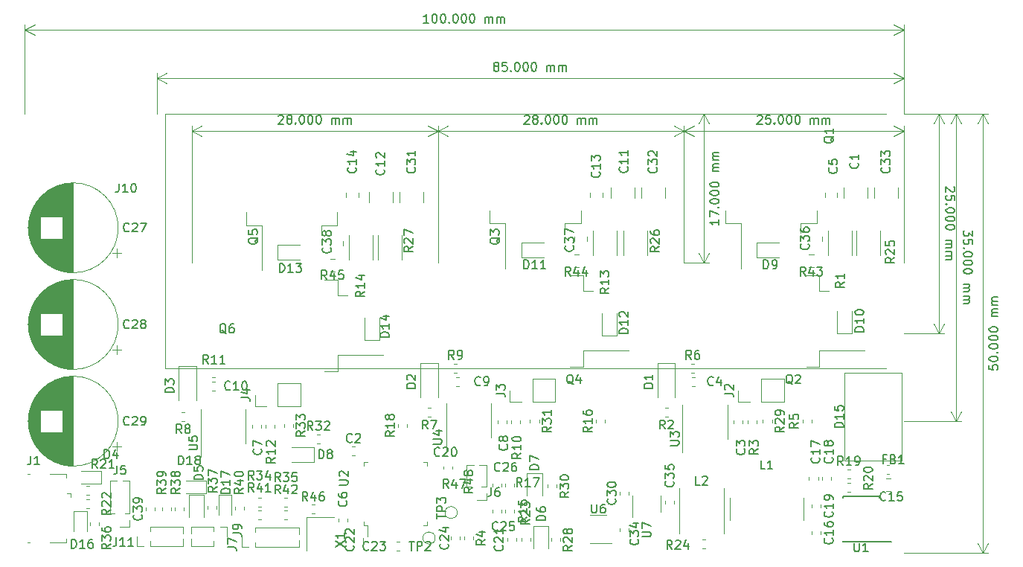
<source format=gbr>
G04 #@! TF.GenerationSoftware,KiCad,Pcbnew,(5.1.2)-2*
G04 #@! TF.CreationDate,2020-07-13T20:40:23+01:00*
G04 #@! TF.ProjectId,INV_Board,494e565f-426f-4617-9264-2e6b69636164,rev?*
G04 #@! TF.SameCoordinates,Original*
G04 #@! TF.FileFunction,Legend,Top*
G04 #@! TF.FilePolarity,Positive*
%FSLAX46Y46*%
G04 Gerber Fmt 4.6, Leading zero omitted, Abs format (unit mm)*
G04 Created by KiCad (PCBNEW (5.1.2)-2) date 2020-07-13 20:40:23*
%MOMM*%
%LPD*%
G04 APERTURE LIST*
%ADD10C,0.120000*%
%ADD11C,0.150000*%
G04 APERTURE END LIST*
D10*
X56000000Y-28000000D02*
X138000000Y-28000000D01*
X56000000Y-57000000D02*
X56000000Y-28000000D01*
X138000000Y-57000000D02*
X56000000Y-57000000D01*
D11*
X123357142Y-28277619D02*
X123404761Y-28230000D01*
X123500000Y-28182380D01*
X123738095Y-28182380D01*
X123833333Y-28230000D01*
X123880952Y-28277619D01*
X123928571Y-28372857D01*
X123928571Y-28468095D01*
X123880952Y-28610952D01*
X123309523Y-29182380D01*
X123928571Y-29182380D01*
X124833333Y-28182380D02*
X124357142Y-28182380D01*
X124309523Y-28658571D01*
X124357142Y-28610952D01*
X124452380Y-28563333D01*
X124690476Y-28563333D01*
X124785714Y-28610952D01*
X124833333Y-28658571D01*
X124880952Y-28753809D01*
X124880952Y-28991904D01*
X124833333Y-29087142D01*
X124785714Y-29134761D01*
X124690476Y-29182380D01*
X124452380Y-29182380D01*
X124357142Y-29134761D01*
X124309523Y-29087142D01*
X125309523Y-29087142D02*
X125357142Y-29134761D01*
X125309523Y-29182380D01*
X125261904Y-29134761D01*
X125309523Y-29087142D01*
X125309523Y-29182380D01*
X125976190Y-28182380D02*
X126071428Y-28182380D01*
X126166666Y-28230000D01*
X126214285Y-28277619D01*
X126261904Y-28372857D01*
X126309523Y-28563333D01*
X126309523Y-28801428D01*
X126261904Y-28991904D01*
X126214285Y-29087142D01*
X126166666Y-29134761D01*
X126071428Y-29182380D01*
X125976190Y-29182380D01*
X125880952Y-29134761D01*
X125833333Y-29087142D01*
X125785714Y-28991904D01*
X125738095Y-28801428D01*
X125738095Y-28563333D01*
X125785714Y-28372857D01*
X125833333Y-28277619D01*
X125880952Y-28230000D01*
X125976190Y-28182380D01*
X126928571Y-28182380D02*
X127023809Y-28182380D01*
X127119047Y-28230000D01*
X127166666Y-28277619D01*
X127214285Y-28372857D01*
X127261904Y-28563333D01*
X127261904Y-28801428D01*
X127214285Y-28991904D01*
X127166666Y-29087142D01*
X127119047Y-29134761D01*
X127023809Y-29182380D01*
X126928571Y-29182380D01*
X126833333Y-29134761D01*
X126785714Y-29087142D01*
X126738095Y-28991904D01*
X126690476Y-28801428D01*
X126690476Y-28563333D01*
X126738095Y-28372857D01*
X126785714Y-28277619D01*
X126833333Y-28230000D01*
X126928571Y-28182380D01*
X127880952Y-28182380D02*
X127976190Y-28182380D01*
X128071428Y-28230000D01*
X128119047Y-28277619D01*
X128166666Y-28372857D01*
X128214285Y-28563333D01*
X128214285Y-28801428D01*
X128166666Y-28991904D01*
X128119047Y-29087142D01*
X128071428Y-29134761D01*
X127976190Y-29182380D01*
X127880952Y-29182380D01*
X127785714Y-29134761D01*
X127738095Y-29087142D01*
X127690476Y-28991904D01*
X127642857Y-28801428D01*
X127642857Y-28563333D01*
X127690476Y-28372857D01*
X127738095Y-28277619D01*
X127785714Y-28230000D01*
X127880952Y-28182380D01*
X129404761Y-29182380D02*
X129404761Y-28515714D01*
X129404761Y-28610952D02*
X129452380Y-28563333D01*
X129547619Y-28515714D01*
X129690476Y-28515714D01*
X129785714Y-28563333D01*
X129833333Y-28658571D01*
X129833333Y-29182380D01*
X129833333Y-28658571D02*
X129880952Y-28563333D01*
X129976190Y-28515714D01*
X130119047Y-28515714D01*
X130214285Y-28563333D01*
X130261904Y-28658571D01*
X130261904Y-29182380D01*
X130738095Y-29182380D02*
X130738095Y-28515714D01*
X130738095Y-28610952D02*
X130785714Y-28563333D01*
X130880952Y-28515714D01*
X131023809Y-28515714D01*
X131119047Y-28563333D01*
X131166666Y-28658571D01*
X131166666Y-29182380D01*
X131166666Y-28658571D02*
X131214285Y-28563333D01*
X131309523Y-28515714D01*
X131452380Y-28515714D01*
X131547619Y-28563333D01*
X131595238Y-28658571D01*
X131595238Y-29182380D01*
D10*
X115000000Y-30000000D02*
X140000000Y-30000000D01*
X115000000Y-45000000D02*
X115000000Y-29413579D01*
X140000000Y-45000000D02*
X140000000Y-29413579D01*
X140000000Y-30000000D02*
X138873496Y-30586421D01*
X140000000Y-30000000D02*
X138873496Y-29413579D01*
X115000000Y-30000000D02*
X116126504Y-30586421D01*
X115000000Y-30000000D02*
X116126504Y-29413579D01*
D11*
X118972380Y-40071428D02*
X118972380Y-40642857D01*
X118972380Y-40357142D02*
X117972380Y-40357142D01*
X118115238Y-40452380D01*
X118210476Y-40547619D01*
X118258095Y-40642857D01*
X117972380Y-39738095D02*
X117972380Y-39071428D01*
X118972380Y-39500000D01*
X118877142Y-38690476D02*
X118924761Y-38642857D01*
X118972380Y-38690476D01*
X118924761Y-38738095D01*
X118877142Y-38690476D01*
X118972380Y-38690476D01*
X117972380Y-38023809D02*
X117972380Y-37928571D01*
X118020000Y-37833333D01*
X118067619Y-37785714D01*
X118162857Y-37738095D01*
X118353333Y-37690476D01*
X118591428Y-37690476D01*
X118781904Y-37738095D01*
X118877142Y-37785714D01*
X118924761Y-37833333D01*
X118972380Y-37928571D01*
X118972380Y-38023809D01*
X118924761Y-38119047D01*
X118877142Y-38166666D01*
X118781904Y-38214285D01*
X118591428Y-38261904D01*
X118353333Y-38261904D01*
X118162857Y-38214285D01*
X118067619Y-38166666D01*
X118020000Y-38119047D01*
X117972380Y-38023809D01*
X117972380Y-37071428D02*
X117972380Y-36976190D01*
X118020000Y-36880952D01*
X118067619Y-36833333D01*
X118162857Y-36785714D01*
X118353333Y-36738095D01*
X118591428Y-36738095D01*
X118781904Y-36785714D01*
X118877142Y-36833333D01*
X118924761Y-36880952D01*
X118972380Y-36976190D01*
X118972380Y-37071428D01*
X118924761Y-37166666D01*
X118877142Y-37214285D01*
X118781904Y-37261904D01*
X118591428Y-37309523D01*
X118353333Y-37309523D01*
X118162857Y-37261904D01*
X118067619Y-37214285D01*
X118020000Y-37166666D01*
X117972380Y-37071428D01*
X117972380Y-36119047D02*
X117972380Y-36023809D01*
X118020000Y-35928571D01*
X118067619Y-35880952D01*
X118162857Y-35833333D01*
X118353333Y-35785714D01*
X118591428Y-35785714D01*
X118781904Y-35833333D01*
X118877142Y-35880952D01*
X118924761Y-35928571D01*
X118972380Y-36023809D01*
X118972380Y-36119047D01*
X118924761Y-36214285D01*
X118877142Y-36261904D01*
X118781904Y-36309523D01*
X118591428Y-36357142D01*
X118353333Y-36357142D01*
X118162857Y-36309523D01*
X118067619Y-36261904D01*
X118020000Y-36214285D01*
X117972380Y-36119047D01*
X118972380Y-34595238D02*
X118305714Y-34595238D01*
X118400952Y-34595238D02*
X118353333Y-34547619D01*
X118305714Y-34452380D01*
X118305714Y-34309523D01*
X118353333Y-34214285D01*
X118448571Y-34166666D01*
X118972380Y-34166666D01*
X118448571Y-34166666D02*
X118353333Y-34119047D01*
X118305714Y-34023809D01*
X118305714Y-33880952D01*
X118353333Y-33785714D01*
X118448571Y-33738095D01*
X118972380Y-33738095D01*
X118972380Y-33261904D02*
X118305714Y-33261904D01*
X118400952Y-33261904D02*
X118353333Y-33214285D01*
X118305714Y-33119047D01*
X118305714Y-32976190D01*
X118353333Y-32880952D01*
X118448571Y-32833333D01*
X118972380Y-32833333D01*
X118448571Y-32833333D02*
X118353333Y-32785714D01*
X118305714Y-32690476D01*
X118305714Y-32547619D01*
X118353333Y-32452380D01*
X118448571Y-32404761D01*
X118972380Y-32404761D01*
D10*
X117250000Y-45000000D02*
X117250000Y-28000000D01*
X115000000Y-45000000D02*
X117836421Y-45000000D01*
X115000000Y-28000000D02*
X117836421Y-28000000D01*
X117250000Y-28000000D02*
X117836421Y-29126504D01*
X117250000Y-28000000D02*
X116663579Y-29126504D01*
X117250000Y-45000000D02*
X117836421Y-43873496D01*
X117250000Y-45000000D02*
X116663579Y-43873496D01*
D11*
X145722380Y-36357142D02*
X145770000Y-36404761D01*
X145817619Y-36500000D01*
X145817619Y-36738095D01*
X145770000Y-36833333D01*
X145722380Y-36880952D01*
X145627142Y-36928571D01*
X145531904Y-36928571D01*
X145389047Y-36880952D01*
X144817619Y-36309523D01*
X144817619Y-36928571D01*
X145817619Y-37833333D02*
X145817619Y-37357142D01*
X145341428Y-37309523D01*
X145389047Y-37357142D01*
X145436666Y-37452380D01*
X145436666Y-37690476D01*
X145389047Y-37785714D01*
X145341428Y-37833333D01*
X145246190Y-37880952D01*
X145008095Y-37880952D01*
X144912857Y-37833333D01*
X144865238Y-37785714D01*
X144817619Y-37690476D01*
X144817619Y-37452380D01*
X144865238Y-37357142D01*
X144912857Y-37309523D01*
X144912857Y-38309523D02*
X144865238Y-38357142D01*
X144817619Y-38309523D01*
X144865238Y-38261904D01*
X144912857Y-38309523D01*
X144817619Y-38309523D01*
X145817619Y-38976190D02*
X145817619Y-39071428D01*
X145770000Y-39166666D01*
X145722380Y-39214285D01*
X145627142Y-39261904D01*
X145436666Y-39309523D01*
X145198571Y-39309523D01*
X145008095Y-39261904D01*
X144912857Y-39214285D01*
X144865238Y-39166666D01*
X144817619Y-39071428D01*
X144817619Y-38976190D01*
X144865238Y-38880952D01*
X144912857Y-38833333D01*
X145008095Y-38785714D01*
X145198571Y-38738095D01*
X145436666Y-38738095D01*
X145627142Y-38785714D01*
X145722380Y-38833333D01*
X145770000Y-38880952D01*
X145817619Y-38976190D01*
X145817619Y-39928571D02*
X145817619Y-40023809D01*
X145770000Y-40119047D01*
X145722380Y-40166666D01*
X145627142Y-40214285D01*
X145436666Y-40261904D01*
X145198571Y-40261904D01*
X145008095Y-40214285D01*
X144912857Y-40166666D01*
X144865238Y-40119047D01*
X144817619Y-40023809D01*
X144817619Y-39928571D01*
X144865238Y-39833333D01*
X144912857Y-39785714D01*
X145008095Y-39738095D01*
X145198571Y-39690476D01*
X145436666Y-39690476D01*
X145627142Y-39738095D01*
X145722380Y-39785714D01*
X145770000Y-39833333D01*
X145817619Y-39928571D01*
X145817619Y-40880952D02*
X145817619Y-40976190D01*
X145770000Y-41071428D01*
X145722380Y-41119047D01*
X145627142Y-41166666D01*
X145436666Y-41214285D01*
X145198571Y-41214285D01*
X145008095Y-41166666D01*
X144912857Y-41119047D01*
X144865238Y-41071428D01*
X144817619Y-40976190D01*
X144817619Y-40880952D01*
X144865238Y-40785714D01*
X144912857Y-40738095D01*
X145008095Y-40690476D01*
X145198571Y-40642857D01*
X145436666Y-40642857D01*
X145627142Y-40690476D01*
X145722380Y-40738095D01*
X145770000Y-40785714D01*
X145817619Y-40880952D01*
X144817619Y-42404761D02*
X145484285Y-42404761D01*
X145389047Y-42404761D02*
X145436666Y-42452380D01*
X145484285Y-42547619D01*
X145484285Y-42690476D01*
X145436666Y-42785714D01*
X145341428Y-42833333D01*
X144817619Y-42833333D01*
X145341428Y-42833333D02*
X145436666Y-42880952D01*
X145484285Y-42976190D01*
X145484285Y-43119047D01*
X145436666Y-43214285D01*
X145341428Y-43261904D01*
X144817619Y-43261904D01*
X144817619Y-43738095D02*
X145484285Y-43738095D01*
X145389047Y-43738095D02*
X145436666Y-43785714D01*
X145484285Y-43880952D01*
X145484285Y-44023809D01*
X145436666Y-44119047D01*
X145341428Y-44166666D01*
X144817619Y-44166666D01*
X145341428Y-44166666D02*
X145436666Y-44214285D01*
X145484285Y-44309523D01*
X145484285Y-44452380D01*
X145436666Y-44547619D01*
X145341428Y-44595238D01*
X144817619Y-44595238D01*
D10*
X144000000Y-28000000D02*
X144000000Y-53000000D01*
X140000000Y-28000000D02*
X144586421Y-28000000D01*
X140000000Y-53000000D02*
X144586421Y-53000000D01*
X144000000Y-53000000D02*
X143413579Y-51873496D01*
X144000000Y-53000000D02*
X144586421Y-51873496D01*
X144000000Y-28000000D02*
X143413579Y-29126504D01*
X144000000Y-28000000D02*
X144586421Y-29126504D01*
D11*
X96857142Y-28277619D02*
X96904761Y-28230000D01*
X97000000Y-28182380D01*
X97238095Y-28182380D01*
X97333333Y-28230000D01*
X97380952Y-28277619D01*
X97428571Y-28372857D01*
X97428571Y-28468095D01*
X97380952Y-28610952D01*
X96809523Y-29182380D01*
X97428571Y-29182380D01*
X98000000Y-28610952D02*
X97904761Y-28563333D01*
X97857142Y-28515714D01*
X97809523Y-28420476D01*
X97809523Y-28372857D01*
X97857142Y-28277619D01*
X97904761Y-28230000D01*
X98000000Y-28182380D01*
X98190476Y-28182380D01*
X98285714Y-28230000D01*
X98333333Y-28277619D01*
X98380952Y-28372857D01*
X98380952Y-28420476D01*
X98333333Y-28515714D01*
X98285714Y-28563333D01*
X98190476Y-28610952D01*
X98000000Y-28610952D01*
X97904761Y-28658571D01*
X97857142Y-28706190D01*
X97809523Y-28801428D01*
X97809523Y-28991904D01*
X97857142Y-29087142D01*
X97904761Y-29134761D01*
X98000000Y-29182380D01*
X98190476Y-29182380D01*
X98285714Y-29134761D01*
X98333333Y-29087142D01*
X98380952Y-28991904D01*
X98380952Y-28801428D01*
X98333333Y-28706190D01*
X98285714Y-28658571D01*
X98190476Y-28610952D01*
X98809523Y-29087142D02*
X98857142Y-29134761D01*
X98809523Y-29182380D01*
X98761904Y-29134761D01*
X98809523Y-29087142D01*
X98809523Y-29182380D01*
X99476190Y-28182380D02*
X99571428Y-28182380D01*
X99666666Y-28230000D01*
X99714285Y-28277619D01*
X99761904Y-28372857D01*
X99809523Y-28563333D01*
X99809523Y-28801428D01*
X99761904Y-28991904D01*
X99714285Y-29087142D01*
X99666666Y-29134761D01*
X99571428Y-29182380D01*
X99476190Y-29182380D01*
X99380952Y-29134761D01*
X99333333Y-29087142D01*
X99285714Y-28991904D01*
X99238095Y-28801428D01*
X99238095Y-28563333D01*
X99285714Y-28372857D01*
X99333333Y-28277619D01*
X99380952Y-28230000D01*
X99476190Y-28182380D01*
X100428571Y-28182380D02*
X100523809Y-28182380D01*
X100619047Y-28230000D01*
X100666666Y-28277619D01*
X100714285Y-28372857D01*
X100761904Y-28563333D01*
X100761904Y-28801428D01*
X100714285Y-28991904D01*
X100666666Y-29087142D01*
X100619047Y-29134761D01*
X100523809Y-29182380D01*
X100428571Y-29182380D01*
X100333333Y-29134761D01*
X100285714Y-29087142D01*
X100238095Y-28991904D01*
X100190476Y-28801428D01*
X100190476Y-28563333D01*
X100238095Y-28372857D01*
X100285714Y-28277619D01*
X100333333Y-28230000D01*
X100428571Y-28182380D01*
X101380952Y-28182380D02*
X101476190Y-28182380D01*
X101571428Y-28230000D01*
X101619047Y-28277619D01*
X101666666Y-28372857D01*
X101714285Y-28563333D01*
X101714285Y-28801428D01*
X101666666Y-28991904D01*
X101619047Y-29087142D01*
X101571428Y-29134761D01*
X101476190Y-29182380D01*
X101380952Y-29182380D01*
X101285714Y-29134761D01*
X101238095Y-29087142D01*
X101190476Y-28991904D01*
X101142857Y-28801428D01*
X101142857Y-28563333D01*
X101190476Y-28372857D01*
X101238095Y-28277619D01*
X101285714Y-28230000D01*
X101380952Y-28182380D01*
X102904761Y-29182380D02*
X102904761Y-28515714D01*
X102904761Y-28610952D02*
X102952380Y-28563333D01*
X103047619Y-28515714D01*
X103190476Y-28515714D01*
X103285714Y-28563333D01*
X103333333Y-28658571D01*
X103333333Y-29182380D01*
X103333333Y-28658571D02*
X103380952Y-28563333D01*
X103476190Y-28515714D01*
X103619047Y-28515714D01*
X103714285Y-28563333D01*
X103761904Y-28658571D01*
X103761904Y-29182380D01*
X104238095Y-29182380D02*
X104238095Y-28515714D01*
X104238095Y-28610952D02*
X104285714Y-28563333D01*
X104380952Y-28515714D01*
X104523809Y-28515714D01*
X104619047Y-28563333D01*
X104666666Y-28658571D01*
X104666666Y-29182380D01*
X104666666Y-28658571D02*
X104714285Y-28563333D01*
X104809523Y-28515714D01*
X104952380Y-28515714D01*
X105047619Y-28563333D01*
X105095238Y-28658571D01*
X105095238Y-29182380D01*
D10*
X87000000Y-30000000D02*
X115000000Y-30000000D01*
X87000000Y-45000000D02*
X87000000Y-29413579D01*
X115000000Y-45000000D02*
X115000000Y-29413579D01*
X115000000Y-30000000D02*
X113873496Y-30586421D01*
X115000000Y-30000000D02*
X113873496Y-29413579D01*
X87000000Y-30000000D02*
X88126504Y-30586421D01*
X87000000Y-30000000D02*
X88126504Y-29413579D01*
D11*
X68857142Y-28277619D02*
X68904761Y-28230000D01*
X69000000Y-28182380D01*
X69238095Y-28182380D01*
X69333333Y-28230000D01*
X69380952Y-28277619D01*
X69428571Y-28372857D01*
X69428571Y-28468095D01*
X69380952Y-28610952D01*
X68809523Y-29182380D01*
X69428571Y-29182380D01*
X70000000Y-28610952D02*
X69904761Y-28563333D01*
X69857142Y-28515714D01*
X69809523Y-28420476D01*
X69809523Y-28372857D01*
X69857142Y-28277619D01*
X69904761Y-28230000D01*
X70000000Y-28182380D01*
X70190476Y-28182380D01*
X70285714Y-28230000D01*
X70333333Y-28277619D01*
X70380952Y-28372857D01*
X70380952Y-28420476D01*
X70333333Y-28515714D01*
X70285714Y-28563333D01*
X70190476Y-28610952D01*
X70000000Y-28610952D01*
X69904761Y-28658571D01*
X69857142Y-28706190D01*
X69809523Y-28801428D01*
X69809523Y-28991904D01*
X69857142Y-29087142D01*
X69904761Y-29134761D01*
X70000000Y-29182380D01*
X70190476Y-29182380D01*
X70285714Y-29134761D01*
X70333333Y-29087142D01*
X70380952Y-28991904D01*
X70380952Y-28801428D01*
X70333333Y-28706190D01*
X70285714Y-28658571D01*
X70190476Y-28610952D01*
X70809523Y-29087142D02*
X70857142Y-29134761D01*
X70809523Y-29182380D01*
X70761904Y-29134761D01*
X70809523Y-29087142D01*
X70809523Y-29182380D01*
X71476190Y-28182380D02*
X71571428Y-28182380D01*
X71666666Y-28230000D01*
X71714285Y-28277619D01*
X71761904Y-28372857D01*
X71809523Y-28563333D01*
X71809523Y-28801428D01*
X71761904Y-28991904D01*
X71714285Y-29087142D01*
X71666666Y-29134761D01*
X71571428Y-29182380D01*
X71476190Y-29182380D01*
X71380952Y-29134761D01*
X71333333Y-29087142D01*
X71285714Y-28991904D01*
X71238095Y-28801428D01*
X71238095Y-28563333D01*
X71285714Y-28372857D01*
X71333333Y-28277619D01*
X71380952Y-28230000D01*
X71476190Y-28182380D01*
X72428571Y-28182380D02*
X72523809Y-28182380D01*
X72619047Y-28230000D01*
X72666666Y-28277619D01*
X72714285Y-28372857D01*
X72761904Y-28563333D01*
X72761904Y-28801428D01*
X72714285Y-28991904D01*
X72666666Y-29087142D01*
X72619047Y-29134761D01*
X72523809Y-29182380D01*
X72428571Y-29182380D01*
X72333333Y-29134761D01*
X72285714Y-29087142D01*
X72238095Y-28991904D01*
X72190476Y-28801428D01*
X72190476Y-28563333D01*
X72238095Y-28372857D01*
X72285714Y-28277619D01*
X72333333Y-28230000D01*
X72428571Y-28182380D01*
X73380952Y-28182380D02*
X73476190Y-28182380D01*
X73571428Y-28230000D01*
X73619047Y-28277619D01*
X73666666Y-28372857D01*
X73714285Y-28563333D01*
X73714285Y-28801428D01*
X73666666Y-28991904D01*
X73619047Y-29087142D01*
X73571428Y-29134761D01*
X73476190Y-29182380D01*
X73380952Y-29182380D01*
X73285714Y-29134761D01*
X73238095Y-29087142D01*
X73190476Y-28991904D01*
X73142857Y-28801428D01*
X73142857Y-28563333D01*
X73190476Y-28372857D01*
X73238095Y-28277619D01*
X73285714Y-28230000D01*
X73380952Y-28182380D01*
X74904761Y-29182380D02*
X74904761Y-28515714D01*
X74904761Y-28610952D02*
X74952380Y-28563333D01*
X75047619Y-28515714D01*
X75190476Y-28515714D01*
X75285714Y-28563333D01*
X75333333Y-28658571D01*
X75333333Y-29182380D01*
X75333333Y-28658571D02*
X75380952Y-28563333D01*
X75476190Y-28515714D01*
X75619047Y-28515714D01*
X75714285Y-28563333D01*
X75761904Y-28658571D01*
X75761904Y-29182380D01*
X76238095Y-29182380D02*
X76238095Y-28515714D01*
X76238095Y-28610952D02*
X76285714Y-28563333D01*
X76380952Y-28515714D01*
X76523809Y-28515714D01*
X76619047Y-28563333D01*
X76666666Y-28658571D01*
X76666666Y-29182380D01*
X76666666Y-28658571D02*
X76714285Y-28563333D01*
X76809523Y-28515714D01*
X76952380Y-28515714D01*
X77047619Y-28563333D01*
X77095238Y-28658571D01*
X77095238Y-29182380D01*
D10*
X59000000Y-30000000D02*
X87000000Y-30000000D01*
X59000000Y-45000000D02*
X59000000Y-29413579D01*
X87000000Y-45000000D02*
X87000000Y-29413579D01*
X87000000Y-30000000D02*
X85873496Y-30586421D01*
X87000000Y-30000000D02*
X85873496Y-29413579D01*
X59000000Y-30000000D02*
X60126504Y-30586421D01*
X59000000Y-30000000D02*
X60126504Y-29413579D01*
D11*
X147817619Y-41309523D02*
X147817619Y-41928571D01*
X147436666Y-41595238D01*
X147436666Y-41738095D01*
X147389047Y-41833333D01*
X147341428Y-41880952D01*
X147246190Y-41928571D01*
X147008095Y-41928571D01*
X146912857Y-41880952D01*
X146865238Y-41833333D01*
X146817619Y-41738095D01*
X146817619Y-41452380D01*
X146865238Y-41357142D01*
X146912857Y-41309523D01*
X147817619Y-42833333D02*
X147817619Y-42357142D01*
X147341428Y-42309523D01*
X147389047Y-42357142D01*
X147436666Y-42452380D01*
X147436666Y-42690476D01*
X147389047Y-42785714D01*
X147341428Y-42833333D01*
X147246190Y-42880952D01*
X147008095Y-42880952D01*
X146912857Y-42833333D01*
X146865238Y-42785714D01*
X146817619Y-42690476D01*
X146817619Y-42452380D01*
X146865238Y-42357142D01*
X146912857Y-42309523D01*
X146912857Y-43309523D02*
X146865238Y-43357142D01*
X146817619Y-43309523D01*
X146865238Y-43261904D01*
X146912857Y-43309523D01*
X146817619Y-43309523D01*
X147817619Y-43976190D02*
X147817619Y-44071428D01*
X147770000Y-44166666D01*
X147722380Y-44214285D01*
X147627142Y-44261904D01*
X147436666Y-44309523D01*
X147198571Y-44309523D01*
X147008095Y-44261904D01*
X146912857Y-44214285D01*
X146865238Y-44166666D01*
X146817619Y-44071428D01*
X146817619Y-43976190D01*
X146865238Y-43880952D01*
X146912857Y-43833333D01*
X147008095Y-43785714D01*
X147198571Y-43738095D01*
X147436666Y-43738095D01*
X147627142Y-43785714D01*
X147722380Y-43833333D01*
X147770000Y-43880952D01*
X147817619Y-43976190D01*
X147817619Y-44928571D02*
X147817619Y-45023809D01*
X147770000Y-45119047D01*
X147722380Y-45166666D01*
X147627142Y-45214285D01*
X147436666Y-45261904D01*
X147198571Y-45261904D01*
X147008095Y-45214285D01*
X146912857Y-45166666D01*
X146865238Y-45119047D01*
X146817619Y-45023809D01*
X146817619Y-44928571D01*
X146865238Y-44833333D01*
X146912857Y-44785714D01*
X147008095Y-44738095D01*
X147198571Y-44690476D01*
X147436666Y-44690476D01*
X147627142Y-44738095D01*
X147722380Y-44785714D01*
X147770000Y-44833333D01*
X147817619Y-44928571D01*
X147817619Y-45880952D02*
X147817619Y-45976190D01*
X147770000Y-46071428D01*
X147722380Y-46119047D01*
X147627142Y-46166666D01*
X147436666Y-46214285D01*
X147198571Y-46214285D01*
X147008095Y-46166666D01*
X146912857Y-46119047D01*
X146865238Y-46071428D01*
X146817619Y-45976190D01*
X146817619Y-45880952D01*
X146865238Y-45785714D01*
X146912857Y-45738095D01*
X147008095Y-45690476D01*
X147198571Y-45642857D01*
X147436666Y-45642857D01*
X147627142Y-45690476D01*
X147722380Y-45738095D01*
X147770000Y-45785714D01*
X147817619Y-45880952D01*
X146817619Y-47404761D02*
X147484285Y-47404761D01*
X147389047Y-47404761D02*
X147436666Y-47452380D01*
X147484285Y-47547619D01*
X147484285Y-47690476D01*
X147436666Y-47785714D01*
X147341428Y-47833333D01*
X146817619Y-47833333D01*
X147341428Y-47833333D02*
X147436666Y-47880952D01*
X147484285Y-47976190D01*
X147484285Y-48119047D01*
X147436666Y-48214285D01*
X147341428Y-48261904D01*
X146817619Y-48261904D01*
X146817619Y-48738095D02*
X147484285Y-48738095D01*
X147389047Y-48738095D02*
X147436666Y-48785714D01*
X147484285Y-48880952D01*
X147484285Y-49023809D01*
X147436666Y-49119047D01*
X147341428Y-49166666D01*
X146817619Y-49166666D01*
X147341428Y-49166666D02*
X147436666Y-49214285D01*
X147484285Y-49309523D01*
X147484285Y-49452380D01*
X147436666Y-49547619D01*
X147341428Y-49595238D01*
X146817619Y-49595238D01*
D10*
X146000000Y-28000000D02*
X146000000Y-63000000D01*
X140000000Y-28000000D02*
X146586421Y-28000000D01*
X140000000Y-63000000D02*
X146586421Y-63000000D01*
X146000000Y-63000000D02*
X145413579Y-61873496D01*
X146000000Y-63000000D02*
X146586421Y-61873496D01*
X146000000Y-28000000D02*
X145413579Y-29126504D01*
X146000000Y-28000000D02*
X146586421Y-29126504D01*
D11*
X93547619Y-22610952D02*
X93452380Y-22563333D01*
X93404761Y-22515714D01*
X93357142Y-22420476D01*
X93357142Y-22372857D01*
X93404761Y-22277619D01*
X93452380Y-22230000D01*
X93547619Y-22182380D01*
X93738095Y-22182380D01*
X93833333Y-22230000D01*
X93880952Y-22277619D01*
X93928571Y-22372857D01*
X93928571Y-22420476D01*
X93880952Y-22515714D01*
X93833333Y-22563333D01*
X93738095Y-22610952D01*
X93547619Y-22610952D01*
X93452380Y-22658571D01*
X93404761Y-22706190D01*
X93357142Y-22801428D01*
X93357142Y-22991904D01*
X93404761Y-23087142D01*
X93452380Y-23134761D01*
X93547619Y-23182380D01*
X93738095Y-23182380D01*
X93833333Y-23134761D01*
X93880952Y-23087142D01*
X93928571Y-22991904D01*
X93928571Y-22801428D01*
X93880952Y-22706190D01*
X93833333Y-22658571D01*
X93738095Y-22610952D01*
X94833333Y-22182380D02*
X94357142Y-22182380D01*
X94309523Y-22658571D01*
X94357142Y-22610952D01*
X94452380Y-22563333D01*
X94690476Y-22563333D01*
X94785714Y-22610952D01*
X94833333Y-22658571D01*
X94880952Y-22753809D01*
X94880952Y-22991904D01*
X94833333Y-23087142D01*
X94785714Y-23134761D01*
X94690476Y-23182380D01*
X94452380Y-23182380D01*
X94357142Y-23134761D01*
X94309523Y-23087142D01*
X95309523Y-23087142D02*
X95357142Y-23134761D01*
X95309523Y-23182380D01*
X95261904Y-23134761D01*
X95309523Y-23087142D01*
X95309523Y-23182380D01*
X95976190Y-22182380D02*
X96071428Y-22182380D01*
X96166666Y-22230000D01*
X96214285Y-22277619D01*
X96261904Y-22372857D01*
X96309523Y-22563333D01*
X96309523Y-22801428D01*
X96261904Y-22991904D01*
X96214285Y-23087142D01*
X96166666Y-23134761D01*
X96071428Y-23182380D01*
X95976190Y-23182380D01*
X95880952Y-23134761D01*
X95833333Y-23087142D01*
X95785714Y-22991904D01*
X95738095Y-22801428D01*
X95738095Y-22563333D01*
X95785714Y-22372857D01*
X95833333Y-22277619D01*
X95880952Y-22230000D01*
X95976190Y-22182380D01*
X96928571Y-22182380D02*
X97023809Y-22182380D01*
X97119047Y-22230000D01*
X97166666Y-22277619D01*
X97214285Y-22372857D01*
X97261904Y-22563333D01*
X97261904Y-22801428D01*
X97214285Y-22991904D01*
X97166666Y-23087142D01*
X97119047Y-23134761D01*
X97023809Y-23182380D01*
X96928571Y-23182380D01*
X96833333Y-23134761D01*
X96785714Y-23087142D01*
X96738095Y-22991904D01*
X96690476Y-22801428D01*
X96690476Y-22563333D01*
X96738095Y-22372857D01*
X96785714Y-22277619D01*
X96833333Y-22230000D01*
X96928571Y-22182380D01*
X97880952Y-22182380D02*
X97976190Y-22182380D01*
X98071428Y-22230000D01*
X98119047Y-22277619D01*
X98166666Y-22372857D01*
X98214285Y-22563333D01*
X98214285Y-22801428D01*
X98166666Y-22991904D01*
X98119047Y-23087142D01*
X98071428Y-23134761D01*
X97976190Y-23182380D01*
X97880952Y-23182380D01*
X97785714Y-23134761D01*
X97738095Y-23087142D01*
X97690476Y-22991904D01*
X97642857Y-22801428D01*
X97642857Y-22563333D01*
X97690476Y-22372857D01*
X97738095Y-22277619D01*
X97785714Y-22230000D01*
X97880952Y-22182380D01*
X99404761Y-23182380D02*
X99404761Y-22515714D01*
X99404761Y-22610952D02*
X99452380Y-22563333D01*
X99547619Y-22515714D01*
X99690476Y-22515714D01*
X99785714Y-22563333D01*
X99833333Y-22658571D01*
X99833333Y-23182380D01*
X99833333Y-22658571D02*
X99880952Y-22563333D01*
X99976190Y-22515714D01*
X100119047Y-22515714D01*
X100214285Y-22563333D01*
X100261904Y-22658571D01*
X100261904Y-23182380D01*
X100738095Y-23182380D02*
X100738095Y-22515714D01*
X100738095Y-22610952D02*
X100785714Y-22563333D01*
X100880952Y-22515714D01*
X101023809Y-22515714D01*
X101119047Y-22563333D01*
X101166666Y-22658571D01*
X101166666Y-23182380D01*
X101166666Y-22658571D02*
X101214285Y-22563333D01*
X101309523Y-22515714D01*
X101452380Y-22515714D01*
X101547619Y-22563333D01*
X101595238Y-22658571D01*
X101595238Y-23182380D01*
D10*
X140000000Y-24000000D02*
X55000000Y-24000000D01*
X140000000Y-28000000D02*
X140000000Y-23413579D01*
X55000000Y-28000000D02*
X55000000Y-23413579D01*
X55000000Y-24000000D02*
X56126504Y-23413579D01*
X55000000Y-24000000D02*
X56126504Y-24586421D01*
X140000000Y-24000000D02*
X138873496Y-23413579D01*
X140000000Y-24000000D02*
X138873496Y-24586421D01*
D11*
X85952380Y-17682380D02*
X85380952Y-17682380D01*
X85666666Y-17682380D02*
X85666666Y-16682380D01*
X85571428Y-16825238D01*
X85476190Y-16920476D01*
X85380952Y-16968095D01*
X86571428Y-16682380D02*
X86666666Y-16682380D01*
X86761904Y-16730000D01*
X86809523Y-16777619D01*
X86857142Y-16872857D01*
X86904761Y-17063333D01*
X86904761Y-17301428D01*
X86857142Y-17491904D01*
X86809523Y-17587142D01*
X86761904Y-17634761D01*
X86666666Y-17682380D01*
X86571428Y-17682380D01*
X86476190Y-17634761D01*
X86428571Y-17587142D01*
X86380952Y-17491904D01*
X86333333Y-17301428D01*
X86333333Y-17063333D01*
X86380952Y-16872857D01*
X86428571Y-16777619D01*
X86476190Y-16730000D01*
X86571428Y-16682380D01*
X87523809Y-16682380D02*
X87619047Y-16682380D01*
X87714285Y-16730000D01*
X87761904Y-16777619D01*
X87809523Y-16872857D01*
X87857142Y-17063333D01*
X87857142Y-17301428D01*
X87809523Y-17491904D01*
X87761904Y-17587142D01*
X87714285Y-17634761D01*
X87619047Y-17682380D01*
X87523809Y-17682380D01*
X87428571Y-17634761D01*
X87380952Y-17587142D01*
X87333333Y-17491904D01*
X87285714Y-17301428D01*
X87285714Y-17063333D01*
X87333333Y-16872857D01*
X87380952Y-16777619D01*
X87428571Y-16730000D01*
X87523809Y-16682380D01*
X88285714Y-17587142D02*
X88333333Y-17634761D01*
X88285714Y-17682380D01*
X88238095Y-17634761D01*
X88285714Y-17587142D01*
X88285714Y-17682380D01*
X88952380Y-16682380D02*
X89047619Y-16682380D01*
X89142857Y-16730000D01*
X89190476Y-16777619D01*
X89238095Y-16872857D01*
X89285714Y-17063333D01*
X89285714Y-17301428D01*
X89238095Y-17491904D01*
X89190476Y-17587142D01*
X89142857Y-17634761D01*
X89047619Y-17682380D01*
X88952380Y-17682380D01*
X88857142Y-17634761D01*
X88809523Y-17587142D01*
X88761904Y-17491904D01*
X88714285Y-17301428D01*
X88714285Y-17063333D01*
X88761904Y-16872857D01*
X88809523Y-16777619D01*
X88857142Y-16730000D01*
X88952380Y-16682380D01*
X89904761Y-16682380D02*
X90000000Y-16682380D01*
X90095238Y-16730000D01*
X90142857Y-16777619D01*
X90190476Y-16872857D01*
X90238095Y-17063333D01*
X90238095Y-17301428D01*
X90190476Y-17491904D01*
X90142857Y-17587142D01*
X90095238Y-17634761D01*
X90000000Y-17682380D01*
X89904761Y-17682380D01*
X89809523Y-17634761D01*
X89761904Y-17587142D01*
X89714285Y-17491904D01*
X89666666Y-17301428D01*
X89666666Y-17063333D01*
X89714285Y-16872857D01*
X89761904Y-16777619D01*
X89809523Y-16730000D01*
X89904761Y-16682380D01*
X90857142Y-16682380D02*
X90952380Y-16682380D01*
X91047619Y-16730000D01*
X91095238Y-16777619D01*
X91142857Y-16872857D01*
X91190476Y-17063333D01*
X91190476Y-17301428D01*
X91142857Y-17491904D01*
X91095238Y-17587142D01*
X91047619Y-17634761D01*
X90952380Y-17682380D01*
X90857142Y-17682380D01*
X90761904Y-17634761D01*
X90714285Y-17587142D01*
X90666666Y-17491904D01*
X90619047Y-17301428D01*
X90619047Y-17063333D01*
X90666666Y-16872857D01*
X90714285Y-16777619D01*
X90761904Y-16730000D01*
X90857142Y-16682380D01*
X92380952Y-17682380D02*
X92380952Y-17015714D01*
X92380952Y-17110952D02*
X92428571Y-17063333D01*
X92523809Y-17015714D01*
X92666666Y-17015714D01*
X92761904Y-17063333D01*
X92809523Y-17158571D01*
X92809523Y-17682380D01*
X92809523Y-17158571D02*
X92857142Y-17063333D01*
X92952380Y-17015714D01*
X93095238Y-17015714D01*
X93190476Y-17063333D01*
X93238095Y-17158571D01*
X93238095Y-17682380D01*
X93714285Y-17682380D02*
X93714285Y-17015714D01*
X93714285Y-17110952D02*
X93761904Y-17063333D01*
X93857142Y-17015714D01*
X94000000Y-17015714D01*
X94095238Y-17063333D01*
X94142857Y-17158571D01*
X94142857Y-17682380D01*
X94142857Y-17158571D02*
X94190476Y-17063333D01*
X94285714Y-17015714D01*
X94428571Y-17015714D01*
X94523809Y-17063333D01*
X94571428Y-17158571D01*
X94571428Y-17682380D01*
D10*
X140000000Y-18500000D02*
X40000000Y-18500000D01*
X140000000Y-28000000D02*
X140000000Y-17913579D01*
X40000000Y-28000000D02*
X40000000Y-17913579D01*
X40000000Y-18500000D02*
X41126504Y-17913579D01*
X40000000Y-18500000D02*
X41126504Y-19086421D01*
X140000000Y-18500000D02*
X138873496Y-17913579D01*
X140000000Y-18500000D02*
X138873496Y-19086421D01*
D11*
X149722380Y-56619047D02*
X149722380Y-57095238D01*
X150198571Y-57142857D01*
X150150952Y-57095238D01*
X150103333Y-57000000D01*
X150103333Y-56761904D01*
X150150952Y-56666666D01*
X150198571Y-56619047D01*
X150293809Y-56571428D01*
X150531904Y-56571428D01*
X150627142Y-56619047D01*
X150674761Y-56666666D01*
X150722380Y-56761904D01*
X150722380Y-57000000D01*
X150674761Y-57095238D01*
X150627142Y-57142857D01*
X149722380Y-55952380D02*
X149722380Y-55857142D01*
X149770000Y-55761904D01*
X149817619Y-55714285D01*
X149912857Y-55666666D01*
X150103333Y-55619047D01*
X150341428Y-55619047D01*
X150531904Y-55666666D01*
X150627142Y-55714285D01*
X150674761Y-55761904D01*
X150722380Y-55857142D01*
X150722380Y-55952380D01*
X150674761Y-56047619D01*
X150627142Y-56095238D01*
X150531904Y-56142857D01*
X150341428Y-56190476D01*
X150103333Y-56190476D01*
X149912857Y-56142857D01*
X149817619Y-56095238D01*
X149770000Y-56047619D01*
X149722380Y-55952380D01*
X150627142Y-55190476D02*
X150674761Y-55142857D01*
X150722380Y-55190476D01*
X150674761Y-55238095D01*
X150627142Y-55190476D01*
X150722380Y-55190476D01*
X149722380Y-54523809D02*
X149722380Y-54428571D01*
X149770000Y-54333333D01*
X149817619Y-54285714D01*
X149912857Y-54238095D01*
X150103333Y-54190476D01*
X150341428Y-54190476D01*
X150531904Y-54238095D01*
X150627142Y-54285714D01*
X150674761Y-54333333D01*
X150722380Y-54428571D01*
X150722380Y-54523809D01*
X150674761Y-54619047D01*
X150627142Y-54666666D01*
X150531904Y-54714285D01*
X150341428Y-54761904D01*
X150103333Y-54761904D01*
X149912857Y-54714285D01*
X149817619Y-54666666D01*
X149770000Y-54619047D01*
X149722380Y-54523809D01*
X149722380Y-53571428D02*
X149722380Y-53476190D01*
X149770000Y-53380952D01*
X149817619Y-53333333D01*
X149912857Y-53285714D01*
X150103333Y-53238095D01*
X150341428Y-53238095D01*
X150531904Y-53285714D01*
X150627142Y-53333333D01*
X150674761Y-53380952D01*
X150722380Y-53476190D01*
X150722380Y-53571428D01*
X150674761Y-53666666D01*
X150627142Y-53714285D01*
X150531904Y-53761904D01*
X150341428Y-53809523D01*
X150103333Y-53809523D01*
X149912857Y-53761904D01*
X149817619Y-53714285D01*
X149770000Y-53666666D01*
X149722380Y-53571428D01*
X149722380Y-52619047D02*
X149722380Y-52523809D01*
X149770000Y-52428571D01*
X149817619Y-52380952D01*
X149912857Y-52333333D01*
X150103333Y-52285714D01*
X150341428Y-52285714D01*
X150531904Y-52333333D01*
X150627142Y-52380952D01*
X150674761Y-52428571D01*
X150722380Y-52523809D01*
X150722380Y-52619047D01*
X150674761Y-52714285D01*
X150627142Y-52761904D01*
X150531904Y-52809523D01*
X150341428Y-52857142D01*
X150103333Y-52857142D01*
X149912857Y-52809523D01*
X149817619Y-52761904D01*
X149770000Y-52714285D01*
X149722380Y-52619047D01*
X150722380Y-51095238D02*
X150055714Y-51095238D01*
X150150952Y-51095238D02*
X150103333Y-51047619D01*
X150055714Y-50952380D01*
X150055714Y-50809523D01*
X150103333Y-50714285D01*
X150198571Y-50666666D01*
X150722380Y-50666666D01*
X150198571Y-50666666D02*
X150103333Y-50619047D01*
X150055714Y-50523809D01*
X150055714Y-50380952D01*
X150103333Y-50285714D01*
X150198571Y-50238095D01*
X150722380Y-50238095D01*
X150722380Y-49761904D02*
X150055714Y-49761904D01*
X150150952Y-49761904D02*
X150103333Y-49714285D01*
X150055714Y-49619047D01*
X150055714Y-49476190D01*
X150103333Y-49380952D01*
X150198571Y-49333333D01*
X150722380Y-49333333D01*
X150198571Y-49333333D02*
X150103333Y-49285714D01*
X150055714Y-49190476D01*
X150055714Y-49047619D01*
X150103333Y-48952380D01*
X150198571Y-48904761D01*
X150722380Y-48904761D01*
D10*
X149000000Y-28000000D02*
X149000000Y-78000000D01*
X140000000Y-28000000D02*
X149586421Y-28000000D01*
X140000000Y-78000000D02*
X149586421Y-78000000D01*
X149000000Y-78000000D02*
X148413579Y-76873496D01*
X149000000Y-78000000D02*
X149586421Y-76873496D01*
X149000000Y-28000000D02*
X148413579Y-29126504D01*
X149000000Y-28000000D02*
X149586421Y-29126504D01*
X92510000Y-67965000D02*
X91707530Y-67965000D01*
X91092470Y-67965000D02*
X90290000Y-67965000D01*
X92510000Y-70440000D02*
X92510000Y-67965000D01*
X90290000Y-70440000D02*
X90290000Y-67965000D01*
X92510000Y-70440000D02*
X91963471Y-70440000D01*
X90836529Y-70440000D02*
X90290000Y-70440000D01*
X92510000Y-71200000D02*
X92510000Y-71960000D01*
X92510000Y-71960000D02*
X91400000Y-71960000D01*
X60585000Y-69765000D02*
X58300000Y-69765000D01*
X60585000Y-71235000D02*
X60585000Y-69765000D01*
X58300000Y-71235000D02*
X60585000Y-71235000D01*
X62065000Y-71415000D02*
X62065000Y-73700000D01*
X63535000Y-71415000D02*
X62065000Y-71415000D01*
X63535000Y-73700000D02*
X63535000Y-71415000D01*
X45565000Y-73215000D02*
X45565000Y-75500000D01*
X47035000Y-73215000D02*
X45565000Y-73215000D01*
X47035000Y-75500000D02*
X47035000Y-73215000D01*
X48685000Y-68665000D02*
X46400000Y-68665000D01*
X48685000Y-70135000D02*
X48685000Y-68665000D01*
X46400000Y-70135000D02*
X48685000Y-70135000D01*
X54810000Y-72837221D02*
X54810000Y-73162779D01*
X53790000Y-72837221D02*
X53790000Y-73162779D01*
X66862779Y-71690000D02*
X66537221Y-71690000D01*
X66862779Y-72710000D02*
X66537221Y-72710000D01*
X72962779Y-72490000D02*
X72637221Y-72490000D01*
X72962779Y-73510000D02*
X72637221Y-73510000D01*
X69862779Y-71690000D02*
X69537221Y-71690000D01*
X69862779Y-72710000D02*
X69537221Y-72710000D01*
X108710000Y-75550279D02*
X108710000Y-75224721D01*
X107690000Y-75550279D02*
X107690000Y-75224721D01*
X107690000Y-71037221D02*
X107690000Y-71362779D01*
X108710000Y-71037221D02*
X108710000Y-71362779D01*
X113910000Y-72362779D02*
X113910000Y-72037221D01*
X112890000Y-72362779D02*
X112890000Y-72037221D01*
X109140000Y-71500000D02*
X109140000Y-73950000D01*
X112360000Y-73300000D02*
X112360000Y-71500000D01*
X75258578Y-44540000D02*
X74741422Y-44540000D01*
X75258578Y-45960000D02*
X74741422Y-45960000D01*
X103008578Y-44040000D02*
X102491422Y-44040000D01*
X103008578Y-45460000D02*
X102491422Y-45460000D01*
X129758578Y-44040000D02*
X129241422Y-44040000D01*
X129758578Y-45460000D02*
X129241422Y-45460000D01*
X138375279Y-67990000D02*
X138049721Y-67990000D01*
X138375279Y-69010000D02*
X138049721Y-69010000D01*
X74790000Y-42491422D02*
X74790000Y-43008578D01*
X76210000Y-42491422D02*
X76210000Y-43008578D01*
X102540000Y-41991422D02*
X102540000Y-42508578D01*
X103960000Y-41991422D02*
X103960000Y-42508578D01*
X130710000Y-41991422D02*
X130710000Y-42508578D01*
X129290000Y-41991422D02*
X129290000Y-42508578D01*
X69537221Y-74210000D02*
X69862779Y-74210000D01*
X69537221Y-73190000D02*
X69862779Y-73190000D01*
X66537221Y-74210000D02*
X66862779Y-74210000D01*
X66537221Y-73190000D02*
X66862779Y-73190000D01*
X64910000Y-73062779D02*
X64910000Y-72737221D01*
X63890000Y-73062779D02*
X63890000Y-72737221D01*
X104350000Y-76860000D02*
X106800000Y-76860000D01*
X106150000Y-73640000D02*
X104350000Y-73640000D01*
X55590000Y-72837221D02*
X55590000Y-73162779D01*
X56610000Y-72837221D02*
X56610000Y-73162779D01*
X57090000Y-72824721D02*
X57090000Y-73150279D01*
X58110000Y-72824721D02*
X58110000Y-73150279D01*
X60790000Y-72649721D02*
X60790000Y-72975279D01*
X61810000Y-72649721D02*
X61810000Y-72975279D01*
X48410000Y-74862779D02*
X48410000Y-74537221D01*
X47390000Y-74862779D02*
X47390000Y-74537221D01*
X114450000Y-70650000D02*
X114450000Y-75750000D01*
X119550000Y-70650000D02*
X119550000Y-75750000D01*
X136640000Y-36397936D02*
X136640000Y-37602064D01*
X139360000Y-36397936D02*
X139360000Y-37602064D01*
X110140000Y-36397936D02*
X110140000Y-37602064D01*
X112860000Y-36397936D02*
X112860000Y-37602064D01*
X82640000Y-36897936D02*
X82640000Y-38102064D01*
X85360000Y-36897936D02*
X85360000Y-38102064D01*
X133250000Y-57500000D02*
X139750000Y-57500000D01*
X133250000Y-67500000D02*
X133250000Y-57500000D01*
X139750000Y-67500000D02*
X133250000Y-67500000D01*
X139750000Y-57500000D02*
X139750000Y-67500000D01*
X52770000Y-77210000D02*
X52770000Y-76100000D01*
X53530000Y-77210000D02*
X52770000Y-77210000D01*
X54290000Y-75536529D02*
X54290000Y-74990000D01*
X54290000Y-77210000D02*
X54290000Y-76663471D01*
X54290000Y-74990000D02*
X58035000Y-74990000D01*
X54290000Y-77210000D02*
X58035000Y-77210000D01*
X58035000Y-75792470D02*
X58035000Y-74990000D01*
X58035000Y-77210000D02*
X58035000Y-76407530D01*
X76710000Y-74450279D02*
X76710000Y-74124721D01*
X75690000Y-74450279D02*
X75690000Y-74124721D01*
X64700000Y-77310000D02*
X64700000Y-76200000D01*
X65460000Y-77310000D02*
X64700000Y-77310000D01*
X66220000Y-75636529D02*
X66220000Y-75090000D01*
X66220000Y-77310000D02*
X66220000Y-76763471D01*
X66220000Y-75090000D02*
X71235000Y-75090000D01*
X66220000Y-77310000D02*
X71235000Y-77310000D01*
X71235000Y-75892470D02*
X71235000Y-75090000D01*
X71235000Y-77310000D02*
X71235000Y-76507530D01*
X78650000Y-53750000D02*
X78650000Y-51200000D01*
X80350000Y-53750000D02*
X80350000Y-51200000D01*
X78650000Y-53750000D02*
X80350000Y-53750000D01*
X68750000Y-42900000D02*
X71300000Y-42900000D01*
X68750000Y-44600000D02*
X71300000Y-44600000D01*
X68750000Y-42900000D02*
X68750000Y-44600000D01*
X105650000Y-53300000D02*
X105650000Y-50750000D01*
X107350000Y-53300000D02*
X107350000Y-50750000D01*
X105650000Y-53300000D02*
X107350000Y-53300000D01*
X96500000Y-42650000D02*
X99050000Y-42650000D01*
X96500000Y-44350000D02*
X99050000Y-44350000D01*
X96500000Y-42650000D02*
X96500000Y-44350000D01*
X132400000Y-53000000D02*
X132400000Y-50450000D01*
X134100000Y-53000000D02*
X134100000Y-50450000D01*
X132400000Y-53000000D02*
X134100000Y-53000000D01*
X123250000Y-42650000D02*
X125800000Y-42650000D01*
X123250000Y-44350000D02*
X125800000Y-44350000D01*
X123250000Y-42650000D02*
X123250000Y-44350000D01*
X75610000Y-48720000D02*
X76710000Y-48720000D01*
X75610000Y-46910000D02*
X75610000Y-48720000D01*
X74110000Y-46910000D02*
X75610000Y-46910000D01*
X75610000Y-55500000D02*
X80735000Y-55500000D01*
X75610000Y-57310000D02*
X75610000Y-55500000D01*
X74110000Y-57310000D02*
X75610000Y-57310000D01*
X50479646Y-66375000D02*
X50479646Y-65375000D01*
X50979646Y-65875000D02*
X49979646Y-65875000D01*
X40419000Y-63599000D02*
X40419000Y-62401000D01*
X40459000Y-63862000D02*
X40459000Y-62138000D01*
X40499000Y-64062000D02*
X40499000Y-61938000D01*
X40539000Y-64230000D02*
X40539000Y-61770000D01*
X40579000Y-64378000D02*
X40579000Y-61622000D01*
X40619000Y-64510000D02*
X40619000Y-61490000D01*
X40659000Y-64630000D02*
X40659000Y-61370000D01*
X40699000Y-64742000D02*
X40699000Y-61258000D01*
X40739000Y-64846000D02*
X40739000Y-61154000D01*
X40779000Y-64944000D02*
X40779000Y-61056000D01*
X40819000Y-65037000D02*
X40819000Y-60963000D01*
X40859000Y-65125000D02*
X40859000Y-60875000D01*
X40899000Y-65209000D02*
X40899000Y-60791000D01*
X40939000Y-65289000D02*
X40939000Y-60711000D01*
X40979000Y-65365000D02*
X40979000Y-60635000D01*
X41019000Y-65439000D02*
X41019000Y-60561000D01*
X41059000Y-65510000D02*
X41059000Y-60490000D01*
X41099000Y-65579000D02*
X41099000Y-60421000D01*
X41139000Y-65645000D02*
X41139000Y-60355000D01*
X41179000Y-65709000D02*
X41179000Y-60291000D01*
X41219000Y-65770000D02*
X41219000Y-60230000D01*
X41259000Y-65830000D02*
X41259000Y-60170000D01*
X41299000Y-65889000D02*
X41299000Y-60111000D01*
X41339000Y-65945000D02*
X41339000Y-60055000D01*
X41379000Y-66000000D02*
X41379000Y-60000000D01*
X41419000Y-66054000D02*
X41419000Y-59946000D01*
X41459000Y-66106000D02*
X41459000Y-59894000D01*
X41499000Y-66156000D02*
X41499000Y-59844000D01*
X41539000Y-66206000D02*
X41539000Y-59794000D01*
X41579000Y-66254000D02*
X41579000Y-59746000D01*
X41619000Y-66301000D02*
X41619000Y-59699000D01*
X41659000Y-66347000D02*
X41659000Y-59653000D01*
X41699000Y-66392000D02*
X41699000Y-59608000D01*
X41739000Y-66436000D02*
X41739000Y-59564000D01*
X41779000Y-61759000D02*
X41779000Y-59522000D01*
X41779000Y-66478000D02*
X41779000Y-64241000D01*
X41819000Y-61759000D02*
X41819000Y-59480000D01*
X41819000Y-66520000D02*
X41819000Y-64241000D01*
X41859000Y-61759000D02*
X41859000Y-59439000D01*
X41859000Y-66561000D02*
X41859000Y-64241000D01*
X41899000Y-61759000D02*
X41899000Y-59399000D01*
X41899000Y-66601000D02*
X41899000Y-64241000D01*
X41939000Y-61759000D02*
X41939000Y-59360000D01*
X41939000Y-66640000D02*
X41939000Y-64241000D01*
X41979000Y-61759000D02*
X41979000Y-59321000D01*
X41979000Y-66679000D02*
X41979000Y-64241000D01*
X42019000Y-61759000D02*
X42019000Y-59284000D01*
X42019000Y-66716000D02*
X42019000Y-64241000D01*
X42059000Y-61759000D02*
X42059000Y-59247000D01*
X42059000Y-66753000D02*
X42059000Y-64241000D01*
X42099000Y-61759000D02*
X42099000Y-59211000D01*
X42099000Y-66789000D02*
X42099000Y-64241000D01*
X42139000Y-61759000D02*
X42139000Y-59176000D01*
X42139000Y-66824000D02*
X42139000Y-64241000D01*
X42179000Y-61759000D02*
X42179000Y-59142000D01*
X42179000Y-66858000D02*
X42179000Y-64241000D01*
X42219000Y-61759000D02*
X42219000Y-59108000D01*
X42219000Y-66892000D02*
X42219000Y-64241000D01*
X42259000Y-61759000D02*
X42259000Y-59075000D01*
X42259000Y-66925000D02*
X42259000Y-64241000D01*
X42299000Y-61759000D02*
X42299000Y-59043000D01*
X42299000Y-66957000D02*
X42299000Y-64241000D01*
X42339000Y-61759000D02*
X42339000Y-59011000D01*
X42339000Y-66989000D02*
X42339000Y-64241000D01*
X42379000Y-61759000D02*
X42379000Y-58980000D01*
X42379000Y-67020000D02*
X42379000Y-64241000D01*
X42419000Y-61759000D02*
X42419000Y-58950000D01*
X42419000Y-67050000D02*
X42419000Y-64241000D01*
X42459000Y-61759000D02*
X42459000Y-58920000D01*
X42459000Y-67080000D02*
X42459000Y-64241000D01*
X42499000Y-61759000D02*
X42499000Y-58890000D01*
X42499000Y-67110000D02*
X42499000Y-64241000D01*
X42539000Y-61759000D02*
X42539000Y-58862000D01*
X42539000Y-67138000D02*
X42539000Y-64241000D01*
X42579000Y-61759000D02*
X42579000Y-58834000D01*
X42579000Y-67166000D02*
X42579000Y-64241000D01*
X42619000Y-61759000D02*
X42619000Y-58806000D01*
X42619000Y-67194000D02*
X42619000Y-64241000D01*
X42659000Y-61759000D02*
X42659000Y-58779000D01*
X42659000Y-67221000D02*
X42659000Y-64241000D01*
X42699000Y-61759000D02*
X42699000Y-58753000D01*
X42699000Y-67247000D02*
X42699000Y-64241000D01*
X42739000Y-61759000D02*
X42739000Y-58727000D01*
X42739000Y-67273000D02*
X42739000Y-64241000D01*
X42779000Y-61759000D02*
X42779000Y-58702000D01*
X42779000Y-67298000D02*
X42779000Y-64241000D01*
X42819000Y-61759000D02*
X42819000Y-58677000D01*
X42819000Y-67323000D02*
X42819000Y-64241000D01*
X42859000Y-61759000D02*
X42859000Y-58653000D01*
X42859000Y-67347000D02*
X42859000Y-64241000D01*
X42899000Y-61759000D02*
X42899000Y-58629000D01*
X42899000Y-67371000D02*
X42899000Y-64241000D01*
X42939000Y-61759000D02*
X42939000Y-58605000D01*
X42939000Y-67395000D02*
X42939000Y-64241000D01*
X42979000Y-61759000D02*
X42979000Y-58583000D01*
X42979000Y-67417000D02*
X42979000Y-64241000D01*
X43019000Y-61759000D02*
X43019000Y-58560000D01*
X43019000Y-67440000D02*
X43019000Y-64241000D01*
X43059000Y-61759000D02*
X43059000Y-58538000D01*
X43059000Y-67462000D02*
X43059000Y-64241000D01*
X43099000Y-61759000D02*
X43099000Y-58517000D01*
X43099000Y-67483000D02*
X43099000Y-64241000D01*
X43139000Y-61759000D02*
X43139000Y-58496000D01*
X43139000Y-67504000D02*
X43139000Y-64241000D01*
X43179000Y-61759000D02*
X43179000Y-58475000D01*
X43179000Y-67525000D02*
X43179000Y-64241000D01*
X43219000Y-61759000D02*
X43219000Y-58455000D01*
X43219000Y-67545000D02*
X43219000Y-64241000D01*
X43259000Y-61759000D02*
X43259000Y-58436000D01*
X43259000Y-67564000D02*
X43259000Y-64241000D01*
X43299000Y-61759000D02*
X43299000Y-58416000D01*
X43299000Y-67584000D02*
X43299000Y-64241000D01*
X43339000Y-61759000D02*
X43339000Y-58397000D01*
X43339000Y-67603000D02*
X43339000Y-64241000D01*
X43379000Y-61759000D02*
X43379000Y-58379000D01*
X43379000Y-67621000D02*
X43379000Y-64241000D01*
X43419000Y-61759000D02*
X43419000Y-58361000D01*
X43419000Y-67639000D02*
X43419000Y-64241000D01*
X43459000Y-61759000D02*
X43459000Y-58343000D01*
X43459000Y-67657000D02*
X43459000Y-64241000D01*
X43499000Y-61759000D02*
X43499000Y-58326000D01*
X43499000Y-67674000D02*
X43499000Y-64241000D01*
X43539000Y-61759000D02*
X43539000Y-58310000D01*
X43539000Y-67690000D02*
X43539000Y-64241000D01*
X43579000Y-61759000D02*
X43579000Y-58293000D01*
X43579000Y-67707000D02*
X43579000Y-64241000D01*
X43619000Y-61759000D02*
X43619000Y-58277000D01*
X43619000Y-67723000D02*
X43619000Y-64241000D01*
X43659000Y-61759000D02*
X43659000Y-58262000D01*
X43659000Y-67738000D02*
X43659000Y-64241000D01*
X43699000Y-61759000D02*
X43699000Y-58246000D01*
X43699000Y-67754000D02*
X43699000Y-64241000D01*
X43739000Y-61759000D02*
X43739000Y-58232000D01*
X43739000Y-67768000D02*
X43739000Y-64241000D01*
X43779000Y-61759000D02*
X43779000Y-58217000D01*
X43779000Y-67783000D02*
X43779000Y-64241000D01*
X43819000Y-61759000D02*
X43819000Y-58203000D01*
X43819000Y-67797000D02*
X43819000Y-64241000D01*
X43859000Y-61759000D02*
X43859000Y-58189000D01*
X43859000Y-67811000D02*
X43859000Y-64241000D01*
X43899000Y-61759000D02*
X43899000Y-58176000D01*
X43899000Y-67824000D02*
X43899000Y-64241000D01*
X43939000Y-61759000D02*
X43939000Y-58163000D01*
X43939000Y-67837000D02*
X43939000Y-64241000D01*
X43979000Y-61759000D02*
X43979000Y-58150000D01*
X43979000Y-67850000D02*
X43979000Y-64241000D01*
X44019000Y-61759000D02*
X44019000Y-58138000D01*
X44019000Y-67862000D02*
X44019000Y-64241000D01*
X44059000Y-61759000D02*
X44059000Y-58126000D01*
X44059000Y-67874000D02*
X44059000Y-64241000D01*
X44099000Y-61759000D02*
X44099000Y-58115000D01*
X44099000Y-67885000D02*
X44099000Y-64241000D01*
X44139000Y-61759000D02*
X44139000Y-58103000D01*
X44139000Y-67897000D02*
X44139000Y-64241000D01*
X44179000Y-61759000D02*
X44179000Y-58093000D01*
X44179000Y-67907000D02*
X44179000Y-64241000D01*
X44219000Y-61759000D02*
X44219000Y-58082000D01*
X44219000Y-67918000D02*
X44219000Y-64241000D01*
X44259000Y-67928000D02*
X44259000Y-58072000D01*
X44299000Y-67938000D02*
X44299000Y-58062000D01*
X44339000Y-67947000D02*
X44339000Y-58053000D01*
X44379000Y-67956000D02*
X44379000Y-58044000D01*
X44419000Y-67965000D02*
X44419000Y-58035000D01*
X44459000Y-67974000D02*
X44459000Y-58026000D01*
X44499000Y-67982000D02*
X44499000Y-58018000D01*
X44539000Y-67990000D02*
X44539000Y-58010000D01*
X44579000Y-67997000D02*
X44579000Y-58003000D01*
X44619000Y-68004000D02*
X44619000Y-57996000D01*
X44659000Y-68011000D02*
X44659000Y-57989000D01*
X44699000Y-68018000D02*
X44699000Y-57982000D01*
X44739000Y-68024000D02*
X44739000Y-57976000D01*
X44779000Y-68030000D02*
X44779000Y-57970000D01*
X44820000Y-68035000D02*
X44820000Y-57965000D01*
X44860000Y-68040000D02*
X44860000Y-57960000D01*
X44900000Y-68045000D02*
X44900000Y-57955000D01*
X44940000Y-68050000D02*
X44940000Y-57950000D01*
X44980000Y-68054000D02*
X44980000Y-57946000D01*
X45020000Y-68058000D02*
X45020000Y-57942000D01*
X45060000Y-68062000D02*
X45060000Y-57938000D01*
X45100000Y-68065000D02*
X45100000Y-57935000D01*
X45140000Y-68068000D02*
X45140000Y-57932000D01*
X45180000Y-68070000D02*
X45180000Y-57930000D01*
X45220000Y-68073000D02*
X45220000Y-57927000D01*
X45260000Y-68075000D02*
X45260000Y-57925000D01*
X45300000Y-68077000D02*
X45300000Y-57923000D01*
X45340000Y-68078000D02*
X45340000Y-57922000D01*
X45380000Y-68079000D02*
X45380000Y-57921000D01*
X45420000Y-68080000D02*
X45420000Y-57920000D01*
X45460000Y-68080000D02*
X45460000Y-57920000D01*
X45500000Y-68080000D02*
X45500000Y-57920000D01*
X50620000Y-63000000D02*
G75*
G03X50620000Y-63000000I-5120000J0D01*
G01*
X50479646Y-55375000D02*
X50479646Y-54375000D01*
X50979646Y-54875000D02*
X49979646Y-54875000D01*
X40419000Y-52599000D02*
X40419000Y-51401000D01*
X40459000Y-52862000D02*
X40459000Y-51138000D01*
X40499000Y-53062000D02*
X40499000Y-50938000D01*
X40539000Y-53230000D02*
X40539000Y-50770000D01*
X40579000Y-53378000D02*
X40579000Y-50622000D01*
X40619000Y-53510000D02*
X40619000Y-50490000D01*
X40659000Y-53630000D02*
X40659000Y-50370000D01*
X40699000Y-53742000D02*
X40699000Y-50258000D01*
X40739000Y-53846000D02*
X40739000Y-50154000D01*
X40779000Y-53944000D02*
X40779000Y-50056000D01*
X40819000Y-54037000D02*
X40819000Y-49963000D01*
X40859000Y-54125000D02*
X40859000Y-49875000D01*
X40899000Y-54209000D02*
X40899000Y-49791000D01*
X40939000Y-54289000D02*
X40939000Y-49711000D01*
X40979000Y-54365000D02*
X40979000Y-49635000D01*
X41019000Y-54439000D02*
X41019000Y-49561000D01*
X41059000Y-54510000D02*
X41059000Y-49490000D01*
X41099000Y-54579000D02*
X41099000Y-49421000D01*
X41139000Y-54645000D02*
X41139000Y-49355000D01*
X41179000Y-54709000D02*
X41179000Y-49291000D01*
X41219000Y-54770000D02*
X41219000Y-49230000D01*
X41259000Y-54830000D02*
X41259000Y-49170000D01*
X41299000Y-54889000D02*
X41299000Y-49111000D01*
X41339000Y-54945000D02*
X41339000Y-49055000D01*
X41379000Y-55000000D02*
X41379000Y-49000000D01*
X41419000Y-55054000D02*
X41419000Y-48946000D01*
X41459000Y-55106000D02*
X41459000Y-48894000D01*
X41499000Y-55156000D02*
X41499000Y-48844000D01*
X41539000Y-55206000D02*
X41539000Y-48794000D01*
X41579000Y-55254000D02*
X41579000Y-48746000D01*
X41619000Y-55301000D02*
X41619000Y-48699000D01*
X41659000Y-55347000D02*
X41659000Y-48653000D01*
X41699000Y-55392000D02*
X41699000Y-48608000D01*
X41739000Y-55436000D02*
X41739000Y-48564000D01*
X41779000Y-50759000D02*
X41779000Y-48522000D01*
X41779000Y-55478000D02*
X41779000Y-53241000D01*
X41819000Y-50759000D02*
X41819000Y-48480000D01*
X41819000Y-55520000D02*
X41819000Y-53241000D01*
X41859000Y-50759000D02*
X41859000Y-48439000D01*
X41859000Y-55561000D02*
X41859000Y-53241000D01*
X41899000Y-50759000D02*
X41899000Y-48399000D01*
X41899000Y-55601000D02*
X41899000Y-53241000D01*
X41939000Y-50759000D02*
X41939000Y-48360000D01*
X41939000Y-55640000D02*
X41939000Y-53241000D01*
X41979000Y-50759000D02*
X41979000Y-48321000D01*
X41979000Y-55679000D02*
X41979000Y-53241000D01*
X42019000Y-50759000D02*
X42019000Y-48284000D01*
X42019000Y-55716000D02*
X42019000Y-53241000D01*
X42059000Y-50759000D02*
X42059000Y-48247000D01*
X42059000Y-55753000D02*
X42059000Y-53241000D01*
X42099000Y-50759000D02*
X42099000Y-48211000D01*
X42099000Y-55789000D02*
X42099000Y-53241000D01*
X42139000Y-50759000D02*
X42139000Y-48176000D01*
X42139000Y-55824000D02*
X42139000Y-53241000D01*
X42179000Y-50759000D02*
X42179000Y-48142000D01*
X42179000Y-55858000D02*
X42179000Y-53241000D01*
X42219000Y-50759000D02*
X42219000Y-48108000D01*
X42219000Y-55892000D02*
X42219000Y-53241000D01*
X42259000Y-50759000D02*
X42259000Y-48075000D01*
X42259000Y-55925000D02*
X42259000Y-53241000D01*
X42299000Y-50759000D02*
X42299000Y-48043000D01*
X42299000Y-55957000D02*
X42299000Y-53241000D01*
X42339000Y-50759000D02*
X42339000Y-48011000D01*
X42339000Y-55989000D02*
X42339000Y-53241000D01*
X42379000Y-50759000D02*
X42379000Y-47980000D01*
X42379000Y-56020000D02*
X42379000Y-53241000D01*
X42419000Y-50759000D02*
X42419000Y-47950000D01*
X42419000Y-56050000D02*
X42419000Y-53241000D01*
X42459000Y-50759000D02*
X42459000Y-47920000D01*
X42459000Y-56080000D02*
X42459000Y-53241000D01*
X42499000Y-50759000D02*
X42499000Y-47890000D01*
X42499000Y-56110000D02*
X42499000Y-53241000D01*
X42539000Y-50759000D02*
X42539000Y-47862000D01*
X42539000Y-56138000D02*
X42539000Y-53241000D01*
X42579000Y-50759000D02*
X42579000Y-47834000D01*
X42579000Y-56166000D02*
X42579000Y-53241000D01*
X42619000Y-50759000D02*
X42619000Y-47806000D01*
X42619000Y-56194000D02*
X42619000Y-53241000D01*
X42659000Y-50759000D02*
X42659000Y-47779000D01*
X42659000Y-56221000D02*
X42659000Y-53241000D01*
X42699000Y-50759000D02*
X42699000Y-47753000D01*
X42699000Y-56247000D02*
X42699000Y-53241000D01*
X42739000Y-50759000D02*
X42739000Y-47727000D01*
X42739000Y-56273000D02*
X42739000Y-53241000D01*
X42779000Y-50759000D02*
X42779000Y-47702000D01*
X42779000Y-56298000D02*
X42779000Y-53241000D01*
X42819000Y-50759000D02*
X42819000Y-47677000D01*
X42819000Y-56323000D02*
X42819000Y-53241000D01*
X42859000Y-50759000D02*
X42859000Y-47653000D01*
X42859000Y-56347000D02*
X42859000Y-53241000D01*
X42899000Y-50759000D02*
X42899000Y-47629000D01*
X42899000Y-56371000D02*
X42899000Y-53241000D01*
X42939000Y-50759000D02*
X42939000Y-47605000D01*
X42939000Y-56395000D02*
X42939000Y-53241000D01*
X42979000Y-50759000D02*
X42979000Y-47583000D01*
X42979000Y-56417000D02*
X42979000Y-53241000D01*
X43019000Y-50759000D02*
X43019000Y-47560000D01*
X43019000Y-56440000D02*
X43019000Y-53241000D01*
X43059000Y-50759000D02*
X43059000Y-47538000D01*
X43059000Y-56462000D02*
X43059000Y-53241000D01*
X43099000Y-50759000D02*
X43099000Y-47517000D01*
X43099000Y-56483000D02*
X43099000Y-53241000D01*
X43139000Y-50759000D02*
X43139000Y-47496000D01*
X43139000Y-56504000D02*
X43139000Y-53241000D01*
X43179000Y-50759000D02*
X43179000Y-47475000D01*
X43179000Y-56525000D02*
X43179000Y-53241000D01*
X43219000Y-50759000D02*
X43219000Y-47455000D01*
X43219000Y-56545000D02*
X43219000Y-53241000D01*
X43259000Y-50759000D02*
X43259000Y-47436000D01*
X43259000Y-56564000D02*
X43259000Y-53241000D01*
X43299000Y-50759000D02*
X43299000Y-47416000D01*
X43299000Y-56584000D02*
X43299000Y-53241000D01*
X43339000Y-50759000D02*
X43339000Y-47397000D01*
X43339000Y-56603000D02*
X43339000Y-53241000D01*
X43379000Y-50759000D02*
X43379000Y-47379000D01*
X43379000Y-56621000D02*
X43379000Y-53241000D01*
X43419000Y-50759000D02*
X43419000Y-47361000D01*
X43419000Y-56639000D02*
X43419000Y-53241000D01*
X43459000Y-50759000D02*
X43459000Y-47343000D01*
X43459000Y-56657000D02*
X43459000Y-53241000D01*
X43499000Y-50759000D02*
X43499000Y-47326000D01*
X43499000Y-56674000D02*
X43499000Y-53241000D01*
X43539000Y-50759000D02*
X43539000Y-47310000D01*
X43539000Y-56690000D02*
X43539000Y-53241000D01*
X43579000Y-50759000D02*
X43579000Y-47293000D01*
X43579000Y-56707000D02*
X43579000Y-53241000D01*
X43619000Y-50759000D02*
X43619000Y-47277000D01*
X43619000Y-56723000D02*
X43619000Y-53241000D01*
X43659000Y-50759000D02*
X43659000Y-47262000D01*
X43659000Y-56738000D02*
X43659000Y-53241000D01*
X43699000Y-50759000D02*
X43699000Y-47246000D01*
X43699000Y-56754000D02*
X43699000Y-53241000D01*
X43739000Y-50759000D02*
X43739000Y-47232000D01*
X43739000Y-56768000D02*
X43739000Y-53241000D01*
X43779000Y-50759000D02*
X43779000Y-47217000D01*
X43779000Y-56783000D02*
X43779000Y-53241000D01*
X43819000Y-50759000D02*
X43819000Y-47203000D01*
X43819000Y-56797000D02*
X43819000Y-53241000D01*
X43859000Y-50759000D02*
X43859000Y-47189000D01*
X43859000Y-56811000D02*
X43859000Y-53241000D01*
X43899000Y-50759000D02*
X43899000Y-47176000D01*
X43899000Y-56824000D02*
X43899000Y-53241000D01*
X43939000Y-50759000D02*
X43939000Y-47163000D01*
X43939000Y-56837000D02*
X43939000Y-53241000D01*
X43979000Y-50759000D02*
X43979000Y-47150000D01*
X43979000Y-56850000D02*
X43979000Y-53241000D01*
X44019000Y-50759000D02*
X44019000Y-47138000D01*
X44019000Y-56862000D02*
X44019000Y-53241000D01*
X44059000Y-50759000D02*
X44059000Y-47126000D01*
X44059000Y-56874000D02*
X44059000Y-53241000D01*
X44099000Y-50759000D02*
X44099000Y-47115000D01*
X44099000Y-56885000D02*
X44099000Y-53241000D01*
X44139000Y-50759000D02*
X44139000Y-47103000D01*
X44139000Y-56897000D02*
X44139000Y-53241000D01*
X44179000Y-50759000D02*
X44179000Y-47093000D01*
X44179000Y-56907000D02*
X44179000Y-53241000D01*
X44219000Y-50759000D02*
X44219000Y-47082000D01*
X44219000Y-56918000D02*
X44219000Y-53241000D01*
X44259000Y-56928000D02*
X44259000Y-47072000D01*
X44299000Y-56938000D02*
X44299000Y-47062000D01*
X44339000Y-56947000D02*
X44339000Y-47053000D01*
X44379000Y-56956000D02*
X44379000Y-47044000D01*
X44419000Y-56965000D02*
X44419000Y-47035000D01*
X44459000Y-56974000D02*
X44459000Y-47026000D01*
X44499000Y-56982000D02*
X44499000Y-47018000D01*
X44539000Y-56990000D02*
X44539000Y-47010000D01*
X44579000Y-56997000D02*
X44579000Y-47003000D01*
X44619000Y-57004000D02*
X44619000Y-46996000D01*
X44659000Y-57011000D02*
X44659000Y-46989000D01*
X44699000Y-57018000D02*
X44699000Y-46982000D01*
X44739000Y-57024000D02*
X44739000Y-46976000D01*
X44779000Y-57030000D02*
X44779000Y-46970000D01*
X44820000Y-57035000D02*
X44820000Y-46965000D01*
X44860000Y-57040000D02*
X44860000Y-46960000D01*
X44900000Y-57045000D02*
X44900000Y-46955000D01*
X44940000Y-57050000D02*
X44940000Y-46950000D01*
X44980000Y-57054000D02*
X44980000Y-46946000D01*
X45020000Y-57058000D02*
X45020000Y-46942000D01*
X45060000Y-57062000D02*
X45060000Y-46938000D01*
X45100000Y-57065000D02*
X45100000Y-46935000D01*
X45140000Y-57068000D02*
X45140000Y-46932000D01*
X45180000Y-57070000D02*
X45180000Y-46930000D01*
X45220000Y-57073000D02*
X45220000Y-46927000D01*
X45260000Y-57075000D02*
X45260000Y-46925000D01*
X45300000Y-57077000D02*
X45300000Y-46923000D01*
X45340000Y-57078000D02*
X45340000Y-46922000D01*
X45380000Y-57079000D02*
X45380000Y-46921000D01*
X45420000Y-57080000D02*
X45420000Y-46920000D01*
X45460000Y-57080000D02*
X45460000Y-46920000D01*
X45500000Y-57080000D02*
X45500000Y-46920000D01*
X50620000Y-52000000D02*
G75*
G03X50620000Y-52000000I-5120000J0D01*
G01*
X50479646Y-44375000D02*
X50479646Y-43375000D01*
X50979646Y-43875000D02*
X49979646Y-43875000D01*
X40419000Y-41599000D02*
X40419000Y-40401000D01*
X40459000Y-41862000D02*
X40459000Y-40138000D01*
X40499000Y-42062000D02*
X40499000Y-39938000D01*
X40539000Y-42230000D02*
X40539000Y-39770000D01*
X40579000Y-42378000D02*
X40579000Y-39622000D01*
X40619000Y-42510000D02*
X40619000Y-39490000D01*
X40659000Y-42630000D02*
X40659000Y-39370000D01*
X40699000Y-42742000D02*
X40699000Y-39258000D01*
X40739000Y-42846000D02*
X40739000Y-39154000D01*
X40779000Y-42944000D02*
X40779000Y-39056000D01*
X40819000Y-43037000D02*
X40819000Y-38963000D01*
X40859000Y-43125000D02*
X40859000Y-38875000D01*
X40899000Y-43209000D02*
X40899000Y-38791000D01*
X40939000Y-43289000D02*
X40939000Y-38711000D01*
X40979000Y-43365000D02*
X40979000Y-38635000D01*
X41019000Y-43439000D02*
X41019000Y-38561000D01*
X41059000Y-43510000D02*
X41059000Y-38490000D01*
X41099000Y-43579000D02*
X41099000Y-38421000D01*
X41139000Y-43645000D02*
X41139000Y-38355000D01*
X41179000Y-43709000D02*
X41179000Y-38291000D01*
X41219000Y-43770000D02*
X41219000Y-38230000D01*
X41259000Y-43830000D02*
X41259000Y-38170000D01*
X41299000Y-43889000D02*
X41299000Y-38111000D01*
X41339000Y-43945000D02*
X41339000Y-38055000D01*
X41379000Y-44000000D02*
X41379000Y-38000000D01*
X41419000Y-44054000D02*
X41419000Y-37946000D01*
X41459000Y-44106000D02*
X41459000Y-37894000D01*
X41499000Y-44156000D02*
X41499000Y-37844000D01*
X41539000Y-44206000D02*
X41539000Y-37794000D01*
X41579000Y-44254000D02*
X41579000Y-37746000D01*
X41619000Y-44301000D02*
X41619000Y-37699000D01*
X41659000Y-44347000D02*
X41659000Y-37653000D01*
X41699000Y-44392000D02*
X41699000Y-37608000D01*
X41739000Y-44436000D02*
X41739000Y-37564000D01*
X41779000Y-39759000D02*
X41779000Y-37522000D01*
X41779000Y-44478000D02*
X41779000Y-42241000D01*
X41819000Y-39759000D02*
X41819000Y-37480000D01*
X41819000Y-44520000D02*
X41819000Y-42241000D01*
X41859000Y-39759000D02*
X41859000Y-37439000D01*
X41859000Y-44561000D02*
X41859000Y-42241000D01*
X41899000Y-39759000D02*
X41899000Y-37399000D01*
X41899000Y-44601000D02*
X41899000Y-42241000D01*
X41939000Y-39759000D02*
X41939000Y-37360000D01*
X41939000Y-44640000D02*
X41939000Y-42241000D01*
X41979000Y-39759000D02*
X41979000Y-37321000D01*
X41979000Y-44679000D02*
X41979000Y-42241000D01*
X42019000Y-39759000D02*
X42019000Y-37284000D01*
X42019000Y-44716000D02*
X42019000Y-42241000D01*
X42059000Y-39759000D02*
X42059000Y-37247000D01*
X42059000Y-44753000D02*
X42059000Y-42241000D01*
X42099000Y-39759000D02*
X42099000Y-37211000D01*
X42099000Y-44789000D02*
X42099000Y-42241000D01*
X42139000Y-39759000D02*
X42139000Y-37176000D01*
X42139000Y-44824000D02*
X42139000Y-42241000D01*
X42179000Y-39759000D02*
X42179000Y-37142000D01*
X42179000Y-44858000D02*
X42179000Y-42241000D01*
X42219000Y-39759000D02*
X42219000Y-37108000D01*
X42219000Y-44892000D02*
X42219000Y-42241000D01*
X42259000Y-39759000D02*
X42259000Y-37075000D01*
X42259000Y-44925000D02*
X42259000Y-42241000D01*
X42299000Y-39759000D02*
X42299000Y-37043000D01*
X42299000Y-44957000D02*
X42299000Y-42241000D01*
X42339000Y-39759000D02*
X42339000Y-37011000D01*
X42339000Y-44989000D02*
X42339000Y-42241000D01*
X42379000Y-39759000D02*
X42379000Y-36980000D01*
X42379000Y-45020000D02*
X42379000Y-42241000D01*
X42419000Y-39759000D02*
X42419000Y-36950000D01*
X42419000Y-45050000D02*
X42419000Y-42241000D01*
X42459000Y-39759000D02*
X42459000Y-36920000D01*
X42459000Y-45080000D02*
X42459000Y-42241000D01*
X42499000Y-39759000D02*
X42499000Y-36890000D01*
X42499000Y-45110000D02*
X42499000Y-42241000D01*
X42539000Y-39759000D02*
X42539000Y-36862000D01*
X42539000Y-45138000D02*
X42539000Y-42241000D01*
X42579000Y-39759000D02*
X42579000Y-36834000D01*
X42579000Y-45166000D02*
X42579000Y-42241000D01*
X42619000Y-39759000D02*
X42619000Y-36806000D01*
X42619000Y-45194000D02*
X42619000Y-42241000D01*
X42659000Y-39759000D02*
X42659000Y-36779000D01*
X42659000Y-45221000D02*
X42659000Y-42241000D01*
X42699000Y-39759000D02*
X42699000Y-36753000D01*
X42699000Y-45247000D02*
X42699000Y-42241000D01*
X42739000Y-39759000D02*
X42739000Y-36727000D01*
X42739000Y-45273000D02*
X42739000Y-42241000D01*
X42779000Y-39759000D02*
X42779000Y-36702000D01*
X42779000Y-45298000D02*
X42779000Y-42241000D01*
X42819000Y-39759000D02*
X42819000Y-36677000D01*
X42819000Y-45323000D02*
X42819000Y-42241000D01*
X42859000Y-39759000D02*
X42859000Y-36653000D01*
X42859000Y-45347000D02*
X42859000Y-42241000D01*
X42899000Y-39759000D02*
X42899000Y-36629000D01*
X42899000Y-45371000D02*
X42899000Y-42241000D01*
X42939000Y-39759000D02*
X42939000Y-36605000D01*
X42939000Y-45395000D02*
X42939000Y-42241000D01*
X42979000Y-39759000D02*
X42979000Y-36583000D01*
X42979000Y-45417000D02*
X42979000Y-42241000D01*
X43019000Y-39759000D02*
X43019000Y-36560000D01*
X43019000Y-45440000D02*
X43019000Y-42241000D01*
X43059000Y-39759000D02*
X43059000Y-36538000D01*
X43059000Y-45462000D02*
X43059000Y-42241000D01*
X43099000Y-39759000D02*
X43099000Y-36517000D01*
X43099000Y-45483000D02*
X43099000Y-42241000D01*
X43139000Y-39759000D02*
X43139000Y-36496000D01*
X43139000Y-45504000D02*
X43139000Y-42241000D01*
X43179000Y-39759000D02*
X43179000Y-36475000D01*
X43179000Y-45525000D02*
X43179000Y-42241000D01*
X43219000Y-39759000D02*
X43219000Y-36455000D01*
X43219000Y-45545000D02*
X43219000Y-42241000D01*
X43259000Y-39759000D02*
X43259000Y-36436000D01*
X43259000Y-45564000D02*
X43259000Y-42241000D01*
X43299000Y-39759000D02*
X43299000Y-36416000D01*
X43299000Y-45584000D02*
X43299000Y-42241000D01*
X43339000Y-39759000D02*
X43339000Y-36397000D01*
X43339000Y-45603000D02*
X43339000Y-42241000D01*
X43379000Y-39759000D02*
X43379000Y-36379000D01*
X43379000Y-45621000D02*
X43379000Y-42241000D01*
X43419000Y-39759000D02*
X43419000Y-36361000D01*
X43419000Y-45639000D02*
X43419000Y-42241000D01*
X43459000Y-39759000D02*
X43459000Y-36343000D01*
X43459000Y-45657000D02*
X43459000Y-42241000D01*
X43499000Y-39759000D02*
X43499000Y-36326000D01*
X43499000Y-45674000D02*
X43499000Y-42241000D01*
X43539000Y-39759000D02*
X43539000Y-36310000D01*
X43539000Y-45690000D02*
X43539000Y-42241000D01*
X43579000Y-39759000D02*
X43579000Y-36293000D01*
X43579000Y-45707000D02*
X43579000Y-42241000D01*
X43619000Y-39759000D02*
X43619000Y-36277000D01*
X43619000Y-45723000D02*
X43619000Y-42241000D01*
X43659000Y-39759000D02*
X43659000Y-36262000D01*
X43659000Y-45738000D02*
X43659000Y-42241000D01*
X43699000Y-39759000D02*
X43699000Y-36246000D01*
X43699000Y-45754000D02*
X43699000Y-42241000D01*
X43739000Y-39759000D02*
X43739000Y-36232000D01*
X43739000Y-45768000D02*
X43739000Y-42241000D01*
X43779000Y-39759000D02*
X43779000Y-36217000D01*
X43779000Y-45783000D02*
X43779000Y-42241000D01*
X43819000Y-39759000D02*
X43819000Y-36203000D01*
X43819000Y-45797000D02*
X43819000Y-42241000D01*
X43859000Y-39759000D02*
X43859000Y-36189000D01*
X43859000Y-45811000D02*
X43859000Y-42241000D01*
X43899000Y-39759000D02*
X43899000Y-36176000D01*
X43899000Y-45824000D02*
X43899000Y-42241000D01*
X43939000Y-39759000D02*
X43939000Y-36163000D01*
X43939000Y-45837000D02*
X43939000Y-42241000D01*
X43979000Y-39759000D02*
X43979000Y-36150000D01*
X43979000Y-45850000D02*
X43979000Y-42241000D01*
X44019000Y-39759000D02*
X44019000Y-36138000D01*
X44019000Y-45862000D02*
X44019000Y-42241000D01*
X44059000Y-39759000D02*
X44059000Y-36126000D01*
X44059000Y-45874000D02*
X44059000Y-42241000D01*
X44099000Y-39759000D02*
X44099000Y-36115000D01*
X44099000Y-45885000D02*
X44099000Y-42241000D01*
X44139000Y-39759000D02*
X44139000Y-36103000D01*
X44139000Y-45897000D02*
X44139000Y-42241000D01*
X44179000Y-39759000D02*
X44179000Y-36093000D01*
X44179000Y-45907000D02*
X44179000Y-42241000D01*
X44219000Y-39759000D02*
X44219000Y-36082000D01*
X44219000Y-45918000D02*
X44219000Y-42241000D01*
X44259000Y-45928000D02*
X44259000Y-36072000D01*
X44299000Y-45938000D02*
X44299000Y-36062000D01*
X44339000Y-45947000D02*
X44339000Y-36053000D01*
X44379000Y-45956000D02*
X44379000Y-36044000D01*
X44419000Y-45965000D02*
X44419000Y-36035000D01*
X44459000Y-45974000D02*
X44459000Y-36026000D01*
X44499000Y-45982000D02*
X44499000Y-36018000D01*
X44539000Y-45990000D02*
X44539000Y-36010000D01*
X44579000Y-45997000D02*
X44579000Y-36003000D01*
X44619000Y-46004000D02*
X44619000Y-35996000D01*
X44659000Y-46011000D02*
X44659000Y-35989000D01*
X44699000Y-46018000D02*
X44699000Y-35982000D01*
X44739000Y-46024000D02*
X44739000Y-35976000D01*
X44779000Y-46030000D02*
X44779000Y-35970000D01*
X44820000Y-46035000D02*
X44820000Y-35965000D01*
X44860000Y-46040000D02*
X44860000Y-35960000D01*
X44900000Y-46045000D02*
X44900000Y-35955000D01*
X44940000Y-46050000D02*
X44940000Y-35950000D01*
X44980000Y-46054000D02*
X44980000Y-35946000D01*
X45020000Y-46058000D02*
X45020000Y-35942000D01*
X45060000Y-46062000D02*
X45060000Y-35938000D01*
X45100000Y-46065000D02*
X45100000Y-35935000D01*
X45140000Y-46068000D02*
X45140000Y-35932000D01*
X45180000Y-46070000D02*
X45180000Y-35930000D01*
X45220000Y-46073000D02*
X45220000Y-35927000D01*
X45260000Y-46075000D02*
X45260000Y-35925000D01*
X45300000Y-46077000D02*
X45300000Y-35923000D01*
X45340000Y-46078000D02*
X45340000Y-35922000D01*
X45380000Y-46079000D02*
X45380000Y-35921000D01*
X45420000Y-46080000D02*
X45420000Y-35920000D01*
X45460000Y-46080000D02*
X45460000Y-35920000D01*
X45500000Y-46080000D02*
X45500000Y-35920000D01*
X50620000Y-41000000D02*
G75*
G03X50620000Y-41000000I-5120000J0D01*
G01*
X77490000Y-76337221D02*
X77490000Y-76662779D01*
X78510000Y-76337221D02*
X78510000Y-76662779D01*
X77224721Y-66910000D02*
X77550279Y-66910000D01*
X77224721Y-65890000D02*
X77550279Y-65890000D01*
X95910000Y-76662779D02*
X95910000Y-76337221D01*
X94890000Y-76662779D02*
X94890000Y-76337221D01*
X72025000Y-73900000D02*
X72025000Y-77700000D01*
X75175000Y-73900000D02*
X72025000Y-73900000D01*
X117412779Y-76490000D02*
X117087221Y-76490000D01*
X117412779Y-77510000D02*
X117087221Y-77510000D01*
X89200000Y-73400000D02*
G75*
G03X89200000Y-73400000I-700000J0D01*
G01*
X86700000Y-76300000D02*
G75*
G03X86700000Y-76300000I-700000J0D01*
G01*
X69490000Y-63337221D02*
X69490000Y-63662779D01*
X70510000Y-63337221D02*
X70510000Y-63662779D01*
X73237221Y-65510000D02*
X73562779Y-65510000D01*
X73237221Y-64490000D02*
X73562779Y-64490000D01*
X97490000Y-62837221D02*
X97490000Y-63162779D01*
X98510000Y-62837221D02*
X98510000Y-63162779D01*
X99490000Y-70237221D02*
X99490000Y-70562779D01*
X100510000Y-70237221D02*
X100510000Y-70562779D01*
X123990000Y-62837221D02*
X123990000Y-63162779D01*
X125010000Y-62837221D02*
X125010000Y-63162779D01*
X99890000Y-76337221D02*
X99890000Y-76662779D01*
X100910000Y-76337221D02*
X100910000Y-76662779D01*
X62960000Y-74990000D02*
X62960000Y-76100000D01*
X62200000Y-74990000D02*
X62960000Y-74990000D01*
X61440000Y-76663471D02*
X61440000Y-77210000D01*
X61440000Y-74990000D02*
X61440000Y-75536529D01*
X61440000Y-77210000D02*
X58965000Y-77210000D01*
X61440000Y-74990000D02*
X58965000Y-74990000D01*
X58965000Y-76407530D02*
X58965000Y-77210000D01*
X58965000Y-74990000D02*
X58965000Y-75792470D01*
X51910000Y-75060000D02*
X50800000Y-75060000D01*
X51910000Y-74300000D02*
X51910000Y-75060000D01*
X50236529Y-73540000D02*
X49690000Y-73540000D01*
X51910000Y-73540000D02*
X51363471Y-73540000D01*
X49690000Y-73540000D02*
X49690000Y-69795000D01*
X51910000Y-73540000D02*
X51910000Y-69795000D01*
X50492470Y-69795000D02*
X49690000Y-69795000D01*
X51910000Y-69795000D02*
X51107530Y-69795000D01*
X72900000Y-67650000D02*
X70350000Y-67650000D01*
X72900000Y-65950000D02*
X70350000Y-65950000D01*
X72900000Y-67650000D02*
X72900000Y-65950000D01*
X98850000Y-68900000D02*
X98850000Y-71450000D01*
X97150000Y-68900000D02*
X97150000Y-71450000D01*
X98850000Y-68900000D02*
X97150000Y-68900000D01*
X99550000Y-74900000D02*
X99550000Y-77450000D01*
X97850000Y-74900000D02*
X97850000Y-77450000D01*
X99550000Y-74900000D02*
X97850000Y-74900000D01*
X60350000Y-71400000D02*
X60350000Y-73950000D01*
X58650000Y-71400000D02*
X58650000Y-73950000D01*
X60350000Y-71400000D02*
X58650000Y-71400000D01*
X94210000Y-70412779D02*
X94210000Y-70087221D01*
X93190000Y-70412779D02*
X93190000Y-70087221D01*
X93190000Y-73087221D02*
X93190000Y-73412779D01*
X94210000Y-73087221D02*
X94210000Y-73412779D01*
X89510000Y-76462779D02*
X89510000Y-76137221D01*
X88490000Y-76462779D02*
X88490000Y-76137221D01*
X82625279Y-76690000D02*
X82299721Y-76690000D01*
X82625279Y-77710000D02*
X82299721Y-77710000D01*
X66170000Y-61330000D02*
X66170000Y-60000000D01*
X67500000Y-61330000D02*
X66170000Y-61330000D01*
X68770000Y-61330000D02*
X68770000Y-58670000D01*
X68770000Y-58670000D02*
X71370000Y-58670000D01*
X68770000Y-61330000D02*
X71370000Y-61330000D01*
X71370000Y-61330000D02*
X71370000Y-58670000D01*
X95170000Y-60830000D02*
X95170000Y-59500000D01*
X96500000Y-60830000D02*
X95170000Y-60830000D01*
X97770000Y-60830000D02*
X97770000Y-58170000D01*
X97770000Y-58170000D02*
X100370000Y-58170000D01*
X97770000Y-60830000D02*
X100370000Y-60830000D01*
X100370000Y-60830000D02*
X100370000Y-58170000D01*
X121170000Y-60830000D02*
X121170000Y-59500000D01*
X122500000Y-60830000D02*
X121170000Y-60830000D01*
X123770000Y-60830000D02*
X123770000Y-58170000D01*
X123770000Y-58170000D02*
X126370000Y-58170000D01*
X123770000Y-60830000D02*
X126370000Y-60830000D01*
X126370000Y-60830000D02*
X126370000Y-58170000D01*
X45212500Y-71200000D02*
X44762500Y-71200000D01*
X45212500Y-71200000D02*
X45212500Y-71650000D01*
X44662500Y-76800000D02*
X44662500Y-76350000D01*
X42812500Y-76800000D02*
X44662500Y-76800000D01*
X40262500Y-69000000D02*
X40512500Y-69000000D01*
X40262500Y-76800000D02*
X40512500Y-76800000D01*
X42812500Y-69000000D02*
X44662500Y-69000000D01*
X44662500Y-69000000D02*
X44662500Y-69450000D01*
X82860000Y-44622064D02*
X82860000Y-41817936D01*
X80140000Y-44622064D02*
X80140000Y-41817936D01*
X110860000Y-44122064D02*
X110860000Y-41317936D01*
X108140000Y-44122064D02*
X108140000Y-41317936D01*
X137360000Y-44122064D02*
X137360000Y-41317936D01*
X134640000Y-44122064D02*
X134640000Y-41317936D01*
X59500000Y-56750000D02*
X59500000Y-60650000D01*
X57500000Y-56750000D02*
X57500000Y-60650000D01*
X59500000Y-56750000D02*
X57500000Y-56750000D01*
X87000000Y-56400000D02*
X87000000Y-60300000D01*
X85000000Y-56400000D02*
X85000000Y-60300000D01*
X87000000Y-56400000D02*
X85000000Y-56400000D01*
X114000000Y-56400000D02*
X114000000Y-60300000D01*
X112000000Y-56400000D02*
X112000000Y-60300000D01*
X114000000Y-56400000D02*
X112000000Y-56400000D01*
X97510000Y-76662779D02*
X97510000Y-76337221D01*
X96490000Y-76662779D02*
X96490000Y-76337221D01*
X47350279Y-71890000D02*
X47024721Y-71890000D01*
X47350279Y-72910000D02*
X47024721Y-72910000D01*
X47350279Y-70390000D02*
X47024721Y-70390000D01*
X47350279Y-71410000D02*
X47024721Y-71410000D01*
X133587221Y-71010000D02*
X133912779Y-71010000D01*
X133587221Y-69990000D02*
X133912779Y-69990000D01*
X133587221Y-69510000D02*
X133912779Y-69510000D01*
X133587221Y-68490000D02*
X133912779Y-68490000D01*
X128640000Y-74250000D02*
X128640000Y-71750000D01*
X120240000Y-71750000D02*
X120240000Y-74250000D01*
X87590000Y-68124721D02*
X87590000Y-68450279D01*
X88610000Y-68124721D02*
X88610000Y-68450279D01*
X130570000Y-72830279D02*
X130570000Y-72504721D01*
X129550000Y-72830279D02*
X129550000Y-72504721D01*
X130740000Y-69337221D02*
X130740000Y-69662779D01*
X131760000Y-69337221D02*
X131760000Y-69662779D01*
X129240000Y-69337221D02*
X129240000Y-69662779D01*
X130260000Y-69337221D02*
X130260000Y-69662779D01*
X130570000Y-75852779D02*
X130570000Y-75527221D01*
X129550000Y-75852779D02*
X129550000Y-75527221D01*
X138508578Y-69540000D02*
X137991422Y-69540000D01*
X138508578Y-70960000D02*
X137991422Y-70960000D01*
X60020000Y-63620000D02*
X60020000Y-67070000D01*
X60020000Y-63620000D02*
X60020000Y-61670000D01*
X65140000Y-63620000D02*
X65140000Y-65570000D01*
X65140000Y-63620000D02*
X65140000Y-61670000D01*
X87960000Y-62950000D02*
X87960000Y-66400000D01*
X87960000Y-62950000D02*
X87960000Y-61000000D01*
X93080000Y-62950000D02*
X93080000Y-64900000D01*
X93080000Y-62950000D02*
X93080000Y-61000000D01*
X83510000Y-63662779D02*
X83510000Y-63337221D01*
X82490000Y-63662779D02*
X82490000Y-63337221D01*
X94690000Y-70087221D02*
X94690000Y-70412779D01*
X95710000Y-70087221D02*
X95710000Y-70412779D01*
X106010000Y-63162779D02*
X106010000Y-62837221D01*
X104990000Y-63162779D02*
X104990000Y-62837221D01*
X95710000Y-73412779D02*
X95710000Y-73087221D01*
X94690000Y-73412779D02*
X94690000Y-73087221D01*
X79610000Y-44622064D02*
X79610000Y-41817936D01*
X76890000Y-44622064D02*
X76890000Y-41817936D01*
X107360000Y-44122064D02*
X107360000Y-41317936D01*
X104640000Y-44122064D02*
X104640000Y-41317936D01*
X68440000Y-63782779D02*
X68440000Y-63457221D01*
X67420000Y-63782779D02*
X67420000Y-63457221D01*
X61662779Y-56990000D02*
X61337221Y-56990000D01*
X61662779Y-58010000D02*
X61337221Y-58010000D01*
X96380000Y-63282779D02*
X96380000Y-62957221D01*
X95360000Y-63282779D02*
X95360000Y-62957221D01*
X89162779Y-56490000D02*
X88837221Y-56490000D01*
X89162779Y-57510000D02*
X88837221Y-57510000D01*
X58162779Y-61990000D02*
X57837221Y-61990000D01*
X58162779Y-63010000D02*
X57837221Y-63010000D01*
X86162779Y-61490000D02*
X85837221Y-61490000D01*
X86162779Y-62510000D02*
X85837221Y-62510000D01*
X116162779Y-56490000D02*
X115837221Y-56490000D01*
X116162779Y-57510000D02*
X115837221Y-57510000D01*
X73745000Y-40730000D02*
X73745000Y-41830000D01*
X75555000Y-40730000D02*
X73745000Y-40730000D01*
X75555000Y-39230000D02*
X75555000Y-40730000D01*
X66965000Y-40730000D02*
X66965000Y-45855000D01*
X65155000Y-40730000D02*
X66965000Y-40730000D01*
X65155000Y-39230000D02*
X65155000Y-40730000D01*
X103550000Y-48220000D02*
X104650000Y-48220000D01*
X103550000Y-46410000D02*
X103550000Y-48220000D01*
X102050000Y-46410000D02*
X103550000Y-46410000D01*
X103550000Y-55000000D02*
X108675000Y-55000000D01*
X103550000Y-56810000D02*
X103550000Y-55000000D01*
X102050000Y-56810000D02*
X103550000Y-56810000D01*
X101450000Y-40500000D02*
X101450000Y-41600000D01*
X103260000Y-40500000D02*
X101450000Y-40500000D01*
X103260000Y-39000000D02*
X103260000Y-40500000D01*
X94670000Y-40500000D02*
X94670000Y-45625000D01*
X92860000Y-40500000D02*
X94670000Y-40500000D01*
X92860000Y-39000000D02*
X92860000Y-40500000D01*
X130410000Y-48220000D02*
X131510000Y-48220000D01*
X130410000Y-46410000D02*
X130410000Y-48220000D01*
X128910000Y-46410000D02*
X130410000Y-46410000D01*
X130410000Y-55000000D02*
X135535000Y-55000000D01*
X130410000Y-56810000D02*
X130410000Y-55000000D01*
X128910000Y-56810000D02*
X130410000Y-56810000D01*
X76540000Y-36991422D02*
X76540000Y-37508578D01*
X77960000Y-36991422D02*
X77960000Y-37508578D01*
X104290000Y-36991422D02*
X104290000Y-37508578D01*
X105710000Y-36991422D02*
X105710000Y-37508578D01*
X79140000Y-36897936D02*
X79140000Y-38102064D01*
X81860000Y-36897936D02*
X81860000Y-38102064D01*
X106640000Y-36397936D02*
X106640000Y-37602064D01*
X109360000Y-36397936D02*
X109360000Y-37602064D01*
X61337221Y-59510000D02*
X61662779Y-59510000D01*
X61337221Y-58490000D02*
X61662779Y-58490000D01*
X89087221Y-59010000D02*
X89412779Y-59010000D01*
X89087221Y-57990000D02*
X89412779Y-57990000D01*
X93820000Y-62957221D02*
X93820000Y-63282779D01*
X94840000Y-62957221D02*
X94840000Y-63282779D01*
X65880000Y-63457221D02*
X65880000Y-63782779D01*
X66900000Y-63457221D02*
X66900000Y-63782779D01*
X120680000Y-62957221D02*
X120680000Y-63282779D01*
X121700000Y-62957221D02*
X121700000Y-63282779D01*
X114820000Y-63120000D02*
X114820000Y-66570000D01*
X114820000Y-63120000D02*
X114820000Y-61170000D01*
X119940000Y-63120000D02*
X119940000Y-65070000D01*
X119940000Y-63120000D02*
X119940000Y-61170000D01*
X78990000Y-74860000D02*
X78990000Y-76150000D01*
X78540000Y-74860000D02*
X78990000Y-74860000D01*
X78540000Y-74410000D02*
X78540000Y-74860000D01*
X78540000Y-67640000D02*
X78990000Y-67640000D01*
X78540000Y-68090000D02*
X78540000Y-67640000D01*
X85760000Y-74860000D02*
X85310000Y-74860000D01*
X85760000Y-74410000D02*
X85760000Y-74860000D01*
X85760000Y-67640000D02*
X85310000Y-67640000D01*
X85760000Y-68090000D02*
X85760000Y-67640000D01*
D11*
X137215000Y-76695000D02*
X138615000Y-76695000D01*
X137215000Y-71595000D02*
X133065000Y-71595000D01*
X137215000Y-76745000D02*
X133065000Y-76745000D01*
X137215000Y-71595000D02*
X137215000Y-71740000D01*
X133065000Y-71595000D02*
X133065000Y-71740000D01*
X133065000Y-76745000D02*
X133065000Y-76600000D01*
X137215000Y-76745000D02*
X137215000Y-76695000D01*
D10*
X129510000Y-63162779D02*
X129510000Y-62837221D01*
X128490000Y-63162779D02*
X128490000Y-62837221D01*
X89990000Y-76137221D02*
X89990000Y-76462779D01*
X91010000Y-76137221D02*
X91010000Y-76462779D01*
X123240000Y-63282779D02*
X123240000Y-62957221D01*
X122220000Y-63282779D02*
X122220000Y-62957221D01*
X113162779Y-61490000D02*
X112837221Y-61490000D01*
X113162779Y-62510000D02*
X112837221Y-62510000D01*
X134110000Y-44122064D02*
X134110000Y-41317936D01*
X131390000Y-44122064D02*
X131390000Y-41317936D01*
X128310000Y-40500000D02*
X128310000Y-41600000D01*
X130120000Y-40500000D02*
X128310000Y-40500000D01*
X130120000Y-39000000D02*
X130120000Y-40500000D01*
X121530000Y-40500000D02*
X121530000Y-45625000D01*
X119720000Y-40500000D02*
X121530000Y-40500000D01*
X119720000Y-39000000D02*
X119720000Y-40500000D01*
X131040000Y-36991422D02*
X131040000Y-37508578D01*
X132460000Y-36991422D02*
X132460000Y-37508578D01*
X115947221Y-59010000D02*
X116272779Y-59010000D01*
X115947221Y-57990000D02*
X116272779Y-57990000D01*
X133140000Y-36397936D02*
X133140000Y-37602064D01*
X135860000Y-36397936D02*
X135860000Y-37602064D01*
D11*
X90972380Y-70527857D02*
X90496190Y-70861190D01*
X90972380Y-71099285D02*
X89972380Y-71099285D01*
X89972380Y-70718333D01*
X90020000Y-70623095D01*
X90067619Y-70575476D01*
X90162857Y-70527857D01*
X90305714Y-70527857D01*
X90400952Y-70575476D01*
X90448571Y-70623095D01*
X90496190Y-70718333D01*
X90496190Y-71099285D01*
X90305714Y-69670714D02*
X90972380Y-69670714D01*
X89924761Y-69908809D02*
X90639047Y-70146904D01*
X90639047Y-69527857D01*
X90400952Y-69004047D02*
X90353333Y-69099285D01*
X90305714Y-69146904D01*
X90210476Y-69194523D01*
X90162857Y-69194523D01*
X90067619Y-69146904D01*
X90020000Y-69099285D01*
X89972380Y-69004047D01*
X89972380Y-68813571D01*
X90020000Y-68718333D01*
X90067619Y-68670714D01*
X90162857Y-68623095D01*
X90210476Y-68623095D01*
X90305714Y-68670714D01*
X90353333Y-68718333D01*
X90400952Y-68813571D01*
X90400952Y-69004047D01*
X90448571Y-69099285D01*
X90496190Y-69146904D01*
X90591428Y-69194523D01*
X90781904Y-69194523D01*
X90877142Y-69146904D01*
X90924761Y-69099285D01*
X90972380Y-69004047D01*
X90972380Y-68813571D01*
X90924761Y-68718333D01*
X90877142Y-68670714D01*
X90781904Y-68623095D01*
X90591428Y-68623095D01*
X90496190Y-68670714D01*
X90448571Y-68718333D01*
X90400952Y-68813571D01*
X88207142Y-70632380D02*
X87873809Y-70156190D01*
X87635714Y-70632380D02*
X87635714Y-69632380D01*
X88016666Y-69632380D01*
X88111904Y-69680000D01*
X88159523Y-69727619D01*
X88207142Y-69822857D01*
X88207142Y-69965714D01*
X88159523Y-70060952D01*
X88111904Y-70108571D01*
X88016666Y-70156190D01*
X87635714Y-70156190D01*
X89064285Y-69965714D02*
X89064285Y-70632380D01*
X88826190Y-69584761D02*
X88588095Y-70299047D01*
X89207142Y-70299047D01*
X89492857Y-69632380D02*
X90159523Y-69632380D01*
X89730952Y-70632380D01*
X93066666Y-70552380D02*
X93066666Y-71266666D01*
X93019047Y-71409523D01*
X92923809Y-71504761D01*
X92780952Y-71552380D01*
X92685714Y-71552380D01*
X93971428Y-70552380D02*
X93780952Y-70552380D01*
X93685714Y-70600000D01*
X93638095Y-70647619D01*
X93542857Y-70790476D01*
X93495238Y-70980952D01*
X93495238Y-71361904D01*
X93542857Y-71457142D01*
X93590476Y-71504761D01*
X93685714Y-71552380D01*
X93876190Y-71552380D01*
X93971428Y-71504761D01*
X94019047Y-71457142D01*
X94066666Y-71361904D01*
X94066666Y-71123809D01*
X94019047Y-71028571D01*
X93971428Y-70980952D01*
X93876190Y-70933333D01*
X93685714Y-70933333D01*
X93590476Y-70980952D01*
X93542857Y-71028571D01*
X93495238Y-71123809D01*
X57485714Y-67952380D02*
X57485714Y-66952380D01*
X57723809Y-66952380D01*
X57866666Y-67000000D01*
X57961904Y-67095238D01*
X58009523Y-67190476D01*
X58057142Y-67380952D01*
X58057142Y-67523809D01*
X58009523Y-67714285D01*
X57961904Y-67809523D01*
X57866666Y-67904761D01*
X57723809Y-67952380D01*
X57485714Y-67952380D01*
X59009523Y-67952380D02*
X58438095Y-67952380D01*
X58723809Y-67952380D02*
X58723809Y-66952380D01*
X58628571Y-67095238D01*
X58533333Y-67190476D01*
X58438095Y-67238095D01*
X59580952Y-67380952D02*
X59485714Y-67333333D01*
X59438095Y-67285714D01*
X59390476Y-67190476D01*
X59390476Y-67142857D01*
X59438095Y-67047619D01*
X59485714Y-67000000D01*
X59580952Y-66952380D01*
X59771428Y-66952380D01*
X59866666Y-67000000D01*
X59914285Y-67047619D01*
X59961904Y-67142857D01*
X59961904Y-67190476D01*
X59914285Y-67285714D01*
X59866666Y-67333333D01*
X59771428Y-67380952D01*
X59580952Y-67380952D01*
X59485714Y-67428571D01*
X59438095Y-67476190D01*
X59390476Y-67571428D01*
X59390476Y-67761904D01*
X59438095Y-67857142D01*
X59485714Y-67904761D01*
X59580952Y-67952380D01*
X59771428Y-67952380D01*
X59866666Y-67904761D01*
X59914285Y-67857142D01*
X59961904Y-67761904D01*
X59961904Y-67571428D01*
X59914285Y-67476190D01*
X59866666Y-67428571D01*
X59771428Y-67380952D01*
X63352380Y-71214285D02*
X62352380Y-71214285D01*
X62352380Y-70976190D01*
X62400000Y-70833333D01*
X62495238Y-70738095D01*
X62590476Y-70690476D01*
X62780952Y-70642857D01*
X62923809Y-70642857D01*
X63114285Y-70690476D01*
X63209523Y-70738095D01*
X63304761Y-70833333D01*
X63352380Y-70976190D01*
X63352380Y-71214285D01*
X63352380Y-69690476D02*
X63352380Y-70261904D01*
X63352380Y-69976190D02*
X62352380Y-69976190D01*
X62495238Y-70071428D01*
X62590476Y-70166666D01*
X62638095Y-70261904D01*
X62352380Y-69357142D02*
X62352380Y-68690476D01*
X63352380Y-69119047D01*
X45285714Y-77452380D02*
X45285714Y-76452380D01*
X45523809Y-76452380D01*
X45666666Y-76500000D01*
X45761904Y-76595238D01*
X45809523Y-76690476D01*
X45857142Y-76880952D01*
X45857142Y-77023809D01*
X45809523Y-77214285D01*
X45761904Y-77309523D01*
X45666666Y-77404761D01*
X45523809Y-77452380D01*
X45285714Y-77452380D01*
X46809523Y-77452380D02*
X46238095Y-77452380D01*
X46523809Y-77452380D02*
X46523809Y-76452380D01*
X46428571Y-76595238D01*
X46333333Y-76690476D01*
X46238095Y-76738095D01*
X47666666Y-76452380D02*
X47476190Y-76452380D01*
X47380952Y-76500000D01*
X47333333Y-76547619D01*
X47238095Y-76690476D01*
X47190476Y-76880952D01*
X47190476Y-77261904D01*
X47238095Y-77357142D01*
X47285714Y-77404761D01*
X47380952Y-77452380D01*
X47571428Y-77452380D01*
X47666666Y-77404761D01*
X47714285Y-77357142D01*
X47761904Y-77261904D01*
X47761904Y-77023809D01*
X47714285Y-76928571D01*
X47666666Y-76880952D01*
X47571428Y-76833333D01*
X47380952Y-76833333D01*
X47285714Y-76880952D01*
X47238095Y-76928571D01*
X47190476Y-77023809D01*
X49061904Y-67252380D02*
X49061904Y-66252380D01*
X49300000Y-66252380D01*
X49442857Y-66300000D01*
X49538095Y-66395238D01*
X49585714Y-66490476D01*
X49633333Y-66680952D01*
X49633333Y-66823809D01*
X49585714Y-67014285D01*
X49538095Y-67109523D01*
X49442857Y-67204761D01*
X49300000Y-67252380D01*
X49061904Y-67252380D01*
X50490476Y-66585714D02*
X50490476Y-67252380D01*
X50252380Y-66204761D02*
X50014285Y-66919047D01*
X50633333Y-66919047D01*
X53257142Y-73642857D02*
X53304761Y-73690476D01*
X53352380Y-73833333D01*
X53352380Y-73928571D01*
X53304761Y-74071428D01*
X53209523Y-74166666D01*
X53114285Y-74214285D01*
X52923809Y-74261904D01*
X52780952Y-74261904D01*
X52590476Y-74214285D01*
X52495238Y-74166666D01*
X52400000Y-74071428D01*
X52352380Y-73928571D01*
X52352380Y-73833333D01*
X52400000Y-73690476D01*
X52447619Y-73642857D01*
X52352380Y-73309523D02*
X52352380Y-72690476D01*
X52733333Y-73023809D01*
X52733333Y-72880952D01*
X52780952Y-72785714D01*
X52828571Y-72738095D01*
X52923809Y-72690476D01*
X53161904Y-72690476D01*
X53257142Y-72738095D01*
X53304761Y-72785714D01*
X53352380Y-72880952D01*
X53352380Y-73166666D01*
X53304761Y-73261904D01*
X53257142Y-73309523D01*
X53352380Y-72214285D02*
X53352380Y-72023809D01*
X53304761Y-71928571D01*
X53257142Y-71880952D01*
X53114285Y-71785714D01*
X52923809Y-71738095D01*
X52542857Y-71738095D01*
X52447619Y-71785714D01*
X52400000Y-71833333D01*
X52352380Y-71928571D01*
X52352380Y-72119047D01*
X52400000Y-72214285D01*
X52447619Y-72261904D01*
X52542857Y-72309523D01*
X52780952Y-72309523D01*
X52876190Y-72261904D01*
X52923809Y-72214285D01*
X52971428Y-72119047D01*
X52971428Y-71928571D01*
X52923809Y-71833333D01*
X52876190Y-71785714D01*
X52780952Y-71738095D01*
X66057142Y-69652380D02*
X65723809Y-69176190D01*
X65485714Y-69652380D02*
X65485714Y-68652380D01*
X65866666Y-68652380D01*
X65961904Y-68700000D01*
X66009523Y-68747619D01*
X66057142Y-68842857D01*
X66057142Y-68985714D01*
X66009523Y-69080952D01*
X65961904Y-69128571D01*
X65866666Y-69176190D01*
X65485714Y-69176190D01*
X66390476Y-68652380D02*
X67009523Y-68652380D01*
X66676190Y-69033333D01*
X66819047Y-69033333D01*
X66914285Y-69080952D01*
X66961904Y-69128571D01*
X67009523Y-69223809D01*
X67009523Y-69461904D01*
X66961904Y-69557142D01*
X66914285Y-69604761D01*
X66819047Y-69652380D01*
X66533333Y-69652380D01*
X66438095Y-69604761D01*
X66390476Y-69557142D01*
X67866666Y-68985714D02*
X67866666Y-69652380D01*
X67628571Y-68604761D02*
X67390476Y-69319047D01*
X68009523Y-69319047D01*
X72157142Y-72052380D02*
X71823809Y-71576190D01*
X71585714Y-72052380D02*
X71585714Y-71052380D01*
X71966666Y-71052380D01*
X72061904Y-71100000D01*
X72109523Y-71147619D01*
X72157142Y-71242857D01*
X72157142Y-71385714D01*
X72109523Y-71480952D01*
X72061904Y-71528571D01*
X71966666Y-71576190D01*
X71585714Y-71576190D01*
X73014285Y-71385714D02*
X73014285Y-72052380D01*
X72776190Y-71004761D02*
X72538095Y-71719047D01*
X73157142Y-71719047D01*
X73966666Y-71052380D02*
X73776190Y-71052380D01*
X73680952Y-71100000D01*
X73633333Y-71147619D01*
X73538095Y-71290476D01*
X73490476Y-71480952D01*
X73490476Y-71861904D01*
X73538095Y-71957142D01*
X73585714Y-72004761D01*
X73680952Y-72052380D01*
X73871428Y-72052380D01*
X73966666Y-72004761D01*
X74014285Y-71957142D01*
X74061904Y-71861904D01*
X74061904Y-71623809D01*
X74014285Y-71528571D01*
X73966666Y-71480952D01*
X73871428Y-71433333D01*
X73680952Y-71433333D01*
X73585714Y-71480952D01*
X73538095Y-71528571D01*
X73490476Y-71623809D01*
X69057142Y-69852380D02*
X68723809Y-69376190D01*
X68485714Y-69852380D02*
X68485714Y-68852380D01*
X68866666Y-68852380D01*
X68961904Y-68900000D01*
X69009523Y-68947619D01*
X69057142Y-69042857D01*
X69057142Y-69185714D01*
X69009523Y-69280952D01*
X68961904Y-69328571D01*
X68866666Y-69376190D01*
X68485714Y-69376190D01*
X69390476Y-68852380D02*
X70009523Y-68852380D01*
X69676190Y-69233333D01*
X69819047Y-69233333D01*
X69914285Y-69280952D01*
X69961904Y-69328571D01*
X70009523Y-69423809D01*
X70009523Y-69661904D01*
X69961904Y-69757142D01*
X69914285Y-69804761D01*
X69819047Y-69852380D01*
X69533333Y-69852380D01*
X69438095Y-69804761D01*
X69390476Y-69757142D01*
X70914285Y-68852380D02*
X70438095Y-68852380D01*
X70390476Y-69328571D01*
X70438095Y-69280952D01*
X70533333Y-69233333D01*
X70771428Y-69233333D01*
X70866666Y-69280952D01*
X70914285Y-69328571D01*
X70961904Y-69423809D01*
X70961904Y-69661904D01*
X70914285Y-69757142D01*
X70866666Y-69804761D01*
X70771428Y-69852380D01*
X70533333Y-69852380D01*
X70438095Y-69804761D01*
X70390476Y-69757142D01*
X109757142Y-76442857D02*
X109804761Y-76490476D01*
X109852380Y-76633333D01*
X109852380Y-76728571D01*
X109804761Y-76871428D01*
X109709523Y-76966666D01*
X109614285Y-77014285D01*
X109423809Y-77061904D01*
X109280952Y-77061904D01*
X109090476Y-77014285D01*
X108995238Y-76966666D01*
X108900000Y-76871428D01*
X108852380Y-76728571D01*
X108852380Y-76633333D01*
X108900000Y-76490476D01*
X108947619Y-76442857D01*
X108852380Y-76109523D02*
X108852380Y-75490476D01*
X109233333Y-75823809D01*
X109233333Y-75680952D01*
X109280952Y-75585714D01*
X109328571Y-75538095D01*
X109423809Y-75490476D01*
X109661904Y-75490476D01*
X109757142Y-75538095D01*
X109804761Y-75585714D01*
X109852380Y-75680952D01*
X109852380Y-75966666D01*
X109804761Y-76061904D01*
X109757142Y-76109523D01*
X109185714Y-74633333D02*
X109852380Y-74633333D01*
X108804761Y-74871428D02*
X109519047Y-75109523D01*
X109519047Y-74490476D01*
X107157142Y-71842857D02*
X107204761Y-71890476D01*
X107252380Y-72033333D01*
X107252380Y-72128571D01*
X107204761Y-72271428D01*
X107109523Y-72366666D01*
X107014285Y-72414285D01*
X106823809Y-72461904D01*
X106680952Y-72461904D01*
X106490476Y-72414285D01*
X106395238Y-72366666D01*
X106300000Y-72271428D01*
X106252380Y-72128571D01*
X106252380Y-72033333D01*
X106300000Y-71890476D01*
X106347619Y-71842857D01*
X106252380Y-71509523D02*
X106252380Y-70890476D01*
X106633333Y-71223809D01*
X106633333Y-71080952D01*
X106680952Y-70985714D01*
X106728571Y-70938095D01*
X106823809Y-70890476D01*
X107061904Y-70890476D01*
X107157142Y-70938095D01*
X107204761Y-70985714D01*
X107252380Y-71080952D01*
X107252380Y-71366666D01*
X107204761Y-71461904D01*
X107157142Y-71509523D01*
X106252380Y-70271428D02*
X106252380Y-70176190D01*
X106300000Y-70080952D01*
X106347619Y-70033333D01*
X106442857Y-69985714D01*
X106633333Y-69938095D01*
X106871428Y-69938095D01*
X107061904Y-69985714D01*
X107157142Y-70033333D01*
X107204761Y-70080952D01*
X107252380Y-70176190D01*
X107252380Y-70271428D01*
X107204761Y-70366666D01*
X107157142Y-70414285D01*
X107061904Y-70461904D01*
X106871428Y-70509523D01*
X106633333Y-70509523D01*
X106442857Y-70461904D01*
X106347619Y-70414285D01*
X106300000Y-70366666D01*
X106252380Y-70271428D01*
X113757142Y-69842857D02*
X113804761Y-69890476D01*
X113852380Y-70033333D01*
X113852380Y-70128571D01*
X113804761Y-70271428D01*
X113709523Y-70366666D01*
X113614285Y-70414285D01*
X113423809Y-70461904D01*
X113280952Y-70461904D01*
X113090476Y-70414285D01*
X112995238Y-70366666D01*
X112900000Y-70271428D01*
X112852380Y-70128571D01*
X112852380Y-70033333D01*
X112900000Y-69890476D01*
X112947619Y-69842857D01*
X112852380Y-69509523D02*
X112852380Y-68890476D01*
X113233333Y-69223809D01*
X113233333Y-69080952D01*
X113280952Y-68985714D01*
X113328571Y-68938095D01*
X113423809Y-68890476D01*
X113661904Y-68890476D01*
X113757142Y-68938095D01*
X113804761Y-68985714D01*
X113852380Y-69080952D01*
X113852380Y-69366666D01*
X113804761Y-69461904D01*
X113757142Y-69509523D01*
X112852380Y-67985714D02*
X112852380Y-68461904D01*
X113328571Y-68509523D01*
X113280952Y-68461904D01*
X113233333Y-68366666D01*
X113233333Y-68128571D01*
X113280952Y-68033333D01*
X113328571Y-67985714D01*
X113423809Y-67938095D01*
X113661904Y-67938095D01*
X113757142Y-67985714D01*
X113804761Y-68033333D01*
X113852380Y-68128571D01*
X113852380Y-68366666D01*
X113804761Y-68461904D01*
X113757142Y-68509523D01*
X110252380Y-76161904D02*
X111061904Y-76161904D01*
X111157142Y-76114285D01*
X111204761Y-76066666D01*
X111252380Y-75971428D01*
X111252380Y-75780952D01*
X111204761Y-75685714D01*
X111157142Y-75638095D01*
X111061904Y-75590476D01*
X110252380Y-75590476D01*
X110252380Y-75209523D02*
X110252380Y-74542857D01*
X111252380Y-74971428D01*
X74357142Y-46852380D02*
X74023809Y-46376190D01*
X73785714Y-46852380D02*
X73785714Y-45852380D01*
X74166666Y-45852380D01*
X74261904Y-45900000D01*
X74309523Y-45947619D01*
X74357142Y-46042857D01*
X74357142Y-46185714D01*
X74309523Y-46280952D01*
X74261904Y-46328571D01*
X74166666Y-46376190D01*
X73785714Y-46376190D01*
X75214285Y-46185714D02*
X75214285Y-46852380D01*
X74976190Y-45804761D02*
X74738095Y-46519047D01*
X75357142Y-46519047D01*
X76214285Y-45852380D02*
X75738095Y-45852380D01*
X75690476Y-46328571D01*
X75738095Y-46280952D01*
X75833333Y-46233333D01*
X76071428Y-46233333D01*
X76166666Y-46280952D01*
X76214285Y-46328571D01*
X76261904Y-46423809D01*
X76261904Y-46661904D01*
X76214285Y-46757142D01*
X76166666Y-46804761D01*
X76071428Y-46852380D01*
X75833333Y-46852380D01*
X75738095Y-46804761D01*
X75690476Y-46757142D01*
X102107142Y-46452380D02*
X101773809Y-45976190D01*
X101535714Y-46452380D02*
X101535714Y-45452380D01*
X101916666Y-45452380D01*
X102011904Y-45500000D01*
X102059523Y-45547619D01*
X102107142Y-45642857D01*
X102107142Y-45785714D01*
X102059523Y-45880952D01*
X102011904Y-45928571D01*
X101916666Y-45976190D01*
X101535714Y-45976190D01*
X102964285Y-45785714D02*
X102964285Y-46452380D01*
X102726190Y-45404761D02*
X102488095Y-46119047D01*
X103107142Y-46119047D01*
X103916666Y-45785714D02*
X103916666Y-46452380D01*
X103678571Y-45404761D02*
X103440476Y-46119047D01*
X104059523Y-46119047D01*
X128857142Y-46452380D02*
X128523809Y-45976190D01*
X128285714Y-46452380D02*
X128285714Y-45452380D01*
X128666666Y-45452380D01*
X128761904Y-45500000D01*
X128809523Y-45547619D01*
X128857142Y-45642857D01*
X128857142Y-45785714D01*
X128809523Y-45880952D01*
X128761904Y-45928571D01*
X128666666Y-45976190D01*
X128285714Y-45976190D01*
X129714285Y-45785714D02*
X129714285Y-46452380D01*
X129476190Y-45404761D02*
X129238095Y-46119047D01*
X129857142Y-46119047D01*
X130142857Y-45452380D02*
X130761904Y-45452380D01*
X130428571Y-45833333D01*
X130571428Y-45833333D01*
X130666666Y-45880952D01*
X130714285Y-45928571D01*
X130761904Y-46023809D01*
X130761904Y-46261904D01*
X130714285Y-46357142D01*
X130666666Y-46404761D01*
X130571428Y-46452380D01*
X130285714Y-46452380D01*
X130190476Y-46404761D01*
X130142857Y-46357142D01*
X137966666Y-67328571D02*
X137633333Y-67328571D01*
X137633333Y-67852380D02*
X137633333Y-66852380D01*
X138109523Y-66852380D01*
X138823809Y-67328571D02*
X138966666Y-67376190D01*
X139014285Y-67423809D01*
X139061904Y-67519047D01*
X139061904Y-67661904D01*
X139014285Y-67757142D01*
X138966666Y-67804761D01*
X138871428Y-67852380D01*
X138490476Y-67852380D01*
X138490476Y-66852380D01*
X138823809Y-66852380D01*
X138919047Y-66900000D01*
X138966666Y-66947619D01*
X139014285Y-67042857D01*
X139014285Y-67138095D01*
X138966666Y-67233333D01*
X138919047Y-67280952D01*
X138823809Y-67328571D01*
X138490476Y-67328571D01*
X140014285Y-67852380D02*
X139442857Y-67852380D01*
X139728571Y-67852380D02*
X139728571Y-66852380D01*
X139633333Y-66995238D01*
X139538095Y-67090476D01*
X139442857Y-67138095D01*
X74757142Y-43242857D02*
X74804761Y-43290476D01*
X74852380Y-43433333D01*
X74852380Y-43528571D01*
X74804761Y-43671428D01*
X74709523Y-43766666D01*
X74614285Y-43814285D01*
X74423809Y-43861904D01*
X74280952Y-43861904D01*
X74090476Y-43814285D01*
X73995238Y-43766666D01*
X73900000Y-43671428D01*
X73852380Y-43528571D01*
X73852380Y-43433333D01*
X73900000Y-43290476D01*
X73947619Y-43242857D01*
X73852380Y-42909523D02*
X73852380Y-42290476D01*
X74233333Y-42623809D01*
X74233333Y-42480952D01*
X74280952Y-42385714D01*
X74328571Y-42338095D01*
X74423809Y-42290476D01*
X74661904Y-42290476D01*
X74757142Y-42338095D01*
X74804761Y-42385714D01*
X74852380Y-42480952D01*
X74852380Y-42766666D01*
X74804761Y-42861904D01*
X74757142Y-42909523D01*
X74280952Y-41719047D02*
X74233333Y-41814285D01*
X74185714Y-41861904D01*
X74090476Y-41909523D01*
X74042857Y-41909523D01*
X73947619Y-41861904D01*
X73900000Y-41814285D01*
X73852380Y-41719047D01*
X73852380Y-41528571D01*
X73900000Y-41433333D01*
X73947619Y-41385714D01*
X74042857Y-41338095D01*
X74090476Y-41338095D01*
X74185714Y-41385714D01*
X74233333Y-41433333D01*
X74280952Y-41528571D01*
X74280952Y-41719047D01*
X74328571Y-41814285D01*
X74376190Y-41861904D01*
X74471428Y-41909523D01*
X74661904Y-41909523D01*
X74757142Y-41861904D01*
X74804761Y-41814285D01*
X74852380Y-41719047D01*
X74852380Y-41528571D01*
X74804761Y-41433333D01*
X74757142Y-41385714D01*
X74661904Y-41338095D01*
X74471428Y-41338095D01*
X74376190Y-41385714D01*
X74328571Y-41433333D01*
X74280952Y-41528571D01*
X102357142Y-43042857D02*
X102404761Y-43090476D01*
X102452380Y-43233333D01*
X102452380Y-43328571D01*
X102404761Y-43471428D01*
X102309523Y-43566666D01*
X102214285Y-43614285D01*
X102023809Y-43661904D01*
X101880952Y-43661904D01*
X101690476Y-43614285D01*
X101595238Y-43566666D01*
X101500000Y-43471428D01*
X101452380Y-43328571D01*
X101452380Y-43233333D01*
X101500000Y-43090476D01*
X101547619Y-43042857D01*
X101452380Y-42709523D02*
X101452380Y-42090476D01*
X101833333Y-42423809D01*
X101833333Y-42280952D01*
X101880952Y-42185714D01*
X101928571Y-42138095D01*
X102023809Y-42090476D01*
X102261904Y-42090476D01*
X102357142Y-42138095D01*
X102404761Y-42185714D01*
X102452380Y-42280952D01*
X102452380Y-42566666D01*
X102404761Y-42661904D01*
X102357142Y-42709523D01*
X101452380Y-41757142D02*
X101452380Y-41090476D01*
X102452380Y-41519047D01*
X129157142Y-42842857D02*
X129204761Y-42890476D01*
X129252380Y-43033333D01*
X129252380Y-43128571D01*
X129204761Y-43271428D01*
X129109523Y-43366666D01*
X129014285Y-43414285D01*
X128823809Y-43461904D01*
X128680952Y-43461904D01*
X128490476Y-43414285D01*
X128395238Y-43366666D01*
X128300000Y-43271428D01*
X128252380Y-43128571D01*
X128252380Y-43033333D01*
X128300000Y-42890476D01*
X128347619Y-42842857D01*
X128252380Y-42509523D02*
X128252380Y-41890476D01*
X128633333Y-42223809D01*
X128633333Y-42080952D01*
X128680952Y-41985714D01*
X128728571Y-41938095D01*
X128823809Y-41890476D01*
X129061904Y-41890476D01*
X129157142Y-41938095D01*
X129204761Y-41985714D01*
X129252380Y-42080952D01*
X129252380Y-42366666D01*
X129204761Y-42461904D01*
X129157142Y-42509523D01*
X128252380Y-41033333D02*
X128252380Y-41223809D01*
X128300000Y-41319047D01*
X128347619Y-41366666D01*
X128490476Y-41461904D01*
X128680952Y-41509523D01*
X129061904Y-41509523D01*
X129157142Y-41461904D01*
X129204761Y-41414285D01*
X129252380Y-41319047D01*
X129252380Y-41128571D01*
X129204761Y-41033333D01*
X129157142Y-40985714D01*
X129061904Y-40938095D01*
X128823809Y-40938095D01*
X128728571Y-40985714D01*
X128680952Y-41033333D01*
X128633333Y-41128571D01*
X128633333Y-41319047D01*
X128680952Y-41414285D01*
X128728571Y-41461904D01*
X128823809Y-41509523D01*
X69057142Y-71252380D02*
X68723809Y-70776190D01*
X68485714Y-71252380D02*
X68485714Y-70252380D01*
X68866666Y-70252380D01*
X68961904Y-70300000D01*
X69009523Y-70347619D01*
X69057142Y-70442857D01*
X69057142Y-70585714D01*
X69009523Y-70680952D01*
X68961904Y-70728571D01*
X68866666Y-70776190D01*
X68485714Y-70776190D01*
X69914285Y-70585714D02*
X69914285Y-71252380D01*
X69676190Y-70204761D02*
X69438095Y-70919047D01*
X70057142Y-70919047D01*
X70390476Y-70347619D02*
X70438095Y-70300000D01*
X70533333Y-70252380D01*
X70771428Y-70252380D01*
X70866666Y-70300000D01*
X70914285Y-70347619D01*
X70961904Y-70442857D01*
X70961904Y-70538095D01*
X70914285Y-70680952D01*
X70342857Y-71252380D01*
X70961904Y-71252380D01*
X66057142Y-71052380D02*
X65723809Y-70576190D01*
X65485714Y-71052380D02*
X65485714Y-70052380D01*
X65866666Y-70052380D01*
X65961904Y-70100000D01*
X66009523Y-70147619D01*
X66057142Y-70242857D01*
X66057142Y-70385714D01*
X66009523Y-70480952D01*
X65961904Y-70528571D01*
X65866666Y-70576190D01*
X65485714Y-70576190D01*
X66914285Y-70385714D02*
X66914285Y-71052380D01*
X66676190Y-70004761D02*
X66438095Y-70719047D01*
X67057142Y-70719047D01*
X67961904Y-71052380D02*
X67390476Y-71052380D01*
X67676190Y-71052380D02*
X67676190Y-70052380D01*
X67580952Y-70195238D01*
X67485714Y-70290476D01*
X67390476Y-70338095D01*
X64852380Y-70642857D02*
X64376190Y-70976190D01*
X64852380Y-71214285D02*
X63852380Y-71214285D01*
X63852380Y-70833333D01*
X63900000Y-70738095D01*
X63947619Y-70690476D01*
X64042857Y-70642857D01*
X64185714Y-70642857D01*
X64280952Y-70690476D01*
X64328571Y-70738095D01*
X64376190Y-70833333D01*
X64376190Y-71214285D01*
X64185714Y-69785714D02*
X64852380Y-69785714D01*
X63804761Y-70023809D02*
X64519047Y-70261904D01*
X64519047Y-69642857D01*
X63852380Y-69071428D02*
X63852380Y-68976190D01*
X63900000Y-68880952D01*
X63947619Y-68833333D01*
X64042857Y-68785714D01*
X64233333Y-68738095D01*
X64471428Y-68738095D01*
X64661904Y-68785714D01*
X64757142Y-68833333D01*
X64804761Y-68880952D01*
X64852380Y-68976190D01*
X64852380Y-69071428D01*
X64804761Y-69166666D01*
X64757142Y-69214285D01*
X64661904Y-69261904D01*
X64471428Y-69309523D01*
X64233333Y-69309523D01*
X64042857Y-69261904D01*
X63947619Y-69214285D01*
X63900000Y-69166666D01*
X63852380Y-69071428D01*
X104488095Y-72452380D02*
X104488095Y-73261904D01*
X104535714Y-73357142D01*
X104583333Y-73404761D01*
X104678571Y-73452380D01*
X104869047Y-73452380D01*
X104964285Y-73404761D01*
X105011904Y-73357142D01*
X105059523Y-73261904D01*
X105059523Y-72452380D01*
X105964285Y-72452380D02*
X105773809Y-72452380D01*
X105678571Y-72500000D01*
X105630952Y-72547619D01*
X105535714Y-72690476D01*
X105488095Y-72880952D01*
X105488095Y-73261904D01*
X105535714Y-73357142D01*
X105583333Y-73404761D01*
X105678571Y-73452380D01*
X105869047Y-73452380D01*
X105964285Y-73404761D01*
X106011904Y-73357142D01*
X106059523Y-73261904D01*
X106059523Y-73023809D01*
X106011904Y-72928571D01*
X105964285Y-72880952D01*
X105869047Y-72833333D01*
X105678571Y-72833333D01*
X105583333Y-72880952D01*
X105535714Y-72928571D01*
X105488095Y-73023809D01*
X56052380Y-70642857D02*
X55576190Y-70976190D01*
X56052380Y-71214285D02*
X55052380Y-71214285D01*
X55052380Y-70833333D01*
X55100000Y-70738095D01*
X55147619Y-70690476D01*
X55242857Y-70642857D01*
X55385714Y-70642857D01*
X55480952Y-70690476D01*
X55528571Y-70738095D01*
X55576190Y-70833333D01*
X55576190Y-71214285D01*
X55052380Y-70309523D02*
X55052380Y-69690476D01*
X55433333Y-70023809D01*
X55433333Y-69880952D01*
X55480952Y-69785714D01*
X55528571Y-69738095D01*
X55623809Y-69690476D01*
X55861904Y-69690476D01*
X55957142Y-69738095D01*
X56004761Y-69785714D01*
X56052380Y-69880952D01*
X56052380Y-70166666D01*
X56004761Y-70261904D01*
X55957142Y-70309523D01*
X56052380Y-69214285D02*
X56052380Y-69023809D01*
X56004761Y-68928571D01*
X55957142Y-68880952D01*
X55814285Y-68785714D01*
X55623809Y-68738095D01*
X55242857Y-68738095D01*
X55147619Y-68785714D01*
X55100000Y-68833333D01*
X55052380Y-68928571D01*
X55052380Y-69119047D01*
X55100000Y-69214285D01*
X55147619Y-69261904D01*
X55242857Y-69309523D01*
X55480952Y-69309523D01*
X55576190Y-69261904D01*
X55623809Y-69214285D01*
X55671428Y-69119047D01*
X55671428Y-68928571D01*
X55623809Y-68833333D01*
X55576190Y-68785714D01*
X55480952Y-68738095D01*
X57652380Y-70642857D02*
X57176190Y-70976190D01*
X57652380Y-71214285D02*
X56652380Y-71214285D01*
X56652380Y-70833333D01*
X56700000Y-70738095D01*
X56747619Y-70690476D01*
X56842857Y-70642857D01*
X56985714Y-70642857D01*
X57080952Y-70690476D01*
X57128571Y-70738095D01*
X57176190Y-70833333D01*
X57176190Y-71214285D01*
X56652380Y-70309523D02*
X56652380Y-69690476D01*
X57033333Y-70023809D01*
X57033333Y-69880952D01*
X57080952Y-69785714D01*
X57128571Y-69738095D01*
X57223809Y-69690476D01*
X57461904Y-69690476D01*
X57557142Y-69738095D01*
X57604761Y-69785714D01*
X57652380Y-69880952D01*
X57652380Y-70166666D01*
X57604761Y-70261904D01*
X57557142Y-70309523D01*
X57080952Y-69119047D02*
X57033333Y-69214285D01*
X56985714Y-69261904D01*
X56890476Y-69309523D01*
X56842857Y-69309523D01*
X56747619Y-69261904D01*
X56700000Y-69214285D01*
X56652380Y-69119047D01*
X56652380Y-68928571D01*
X56700000Y-68833333D01*
X56747619Y-68785714D01*
X56842857Y-68738095D01*
X56890476Y-68738095D01*
X56985714Y-68785714D01*
X57033333Y-68833333D01*
X57080952Y-68928571D01*
X57080952Y-69119047D01*
X57128571Y-69214285D01*
X57176190Y-69261904D01*
X57271428Y-69309523D01*
X57461904Y-69309523D01*
X57557142Y-69261904D01*
X57604761Y-69214285D01*
X57652380Y-69119047D01*
X57652380Y-68928571D01*
X57604761Y-68833333D01*
X57557142Y-68785714D01*
X57461904Y-68738095D01*
X57271428Y-68738095D01*
X57176190Y-68785714D01*
X57128571Y-68833333D01*
X57080952Y-68928571D01*
X61852380Y-70442857D02*
X61376190Y-70776190D01*
X61852380Y-71014285D02*
X60852380Y-71014285D01*
X60852380Y-70633333D01*
X60900000Y-70538095D01*
X60947619Y-70490476D01*
X61042857Y-70442857D01*
X61185714Y-70442857D01*
X61280952Y-70490476D01*
X61328571Y-70538095D01*
X61376190Y-70633333D01*
X61376190Y-71014285D01*
X60852380Y-70109523D02*
X60852380Y-69490476D01*
X61233333Y-69823809D01*
X61233333Y-69680952D01*
X61280952Y-69585714D01*
X61328571Y-69538095D01*
X61423809Y-69490476D01*
X61661904Y-69490476D01*
X61757142Y-69538095D01*
X61804761Y-69585714D01*
X61852380Y-69680952D01*
X61852380Y-69966666D01*
X61804761Y-70061904D01*
X61757142Y-70109523D01*
X60852380Y-69157142D02*
X60852380Y-68490476D01*
X61852380Y-68919047D01*
X49752380Y-76942857D02*
X49276190Y-77276190D01*
X49752380Y-77514285D02*
X48752380Y-77514285D01*
X48752380Y-77133333D01*
X48800000Y-77038095D01*
X48847619Y-76990476D01*
X48942857Y-76942857D01*
X49085714Y-76942857D01*
X49180952Y-76990476D01*
X49228571Y-77038095D01*
X49276190Y-77133333D01*
X49276190Y-77514285D01*
X48752380Y-76609523D02*
X48752380Y-75990476D01*
X49133333Y-76323809D01*
X49133333Y-76180952D01*
X49180952Y-76085714D01*
X49228571Y-76038095D01*
X49323809Y-75990476D01*
X49561904Y-75990476D01*
X49657142Y-76038095D01*
X49704761Y-76085714D01*
X49752380Y-76180952D01*
X49752380Y-76466666D01*
X49704761Y-76561904D01*
X49657142Y-76609523D01*
X48752380Y-75133333D02*
X48752380Y-75323809D01*
X48800000Y-75419047D01*
X48847619Y-75466666D01*
X48990476Y-75561904D01*
X49180952Y-75609523D01*
X49561904Y-75609523D01*
X49657142Y-75561904D01*
X49704761Y-75514285D01*
X49752380Y-75419047D01*
X49752380Y-75228571D01*
X49704761Y-75133333D01*
X49657142Y-75085714D01*
X49561904Y-75038095D01*
X49323809Y-75038095D01*
X49228571Y-75085714D01*
X49180952Y-75133333D01*
X49133333Y-75228571D01*
X49133333Y-75419047D01*
X49180952Y-75514285D01*
X49228571Y-75561904D01*
X49323809Y-75609523D01*
X116833333Y-70252380D02*
X116357142Y-70252380D01*
X116357142Y-69252380D01*
X117119047Y-69347619D02*
X117166666Y-69300000D01*
X117261904Y-69252380D01*
X117500000Y-69252380D01*
X117595238Y-69300000D01*
X117642857Y-69347619D01*
X117690476Y-69442857D01*
X117690476Y-69538095D01*
X117642857Y-69680952D01*
X117071428Y-70252380D01*
X117690476Y-70252380D01*
X138357142Y-34142857D02*
X138404761Y-34190476D01*
X138452380Y-34333333D01*
X138452380Y-34428571D01*
X138404761Y-34571428D01*
X138309523Y-34666666D01*
X138214285Y-34714285D01*
X138023809Y-34761904D01*
X137880952Y-34761904D01*
X137690476Y-34714285D01*
X137595238Y-34666666D01*
X137500000Y-34571428D01*
X137452380Y-34428571D01*
X137452380Y-34333333D01*
X137500000Y-34190476D01*
X137547619Y-34142857D01*
X137452380Y-33809523D02*
X137452380Y-33190476D01*
X137833333Y-33523809D01*
X137833333Y-33380952D01*
X137880952Y-33285714D01*
X137928571Y-33238095D01*
X138023809Y-33190476D01*
X138261904Y-33190476D01*
X138357142Y-33238095D01*
X138404761Y-33285714D01*
X138452380Y-33380952D01*
X138452380Y-33666666D01*
X138404761Y-33761904D01*
X138357142Y-33809523D01*
X137452380Y-32857142D02*
X137452380Y-32238095D01*
X137833333Y-32571428D01*
X137833333Y-32428571D01*
X137880952Y-32333333D01*
X137928571Y-32285714D01*
X138023809Y-32238095D01*
X138261904Y-32238095D01*
X138357142Y-32285714D01*
X138404761Y-32333333D01*
X138452380Y-32428571D01*
X138452380Y-32714285D01*
X138404761Y-32809523D01*
X138357142Y-32857142D01*
X111857142Y-34142857D02*
X111904761Y-34190476D01*
X111952380Y-34333333D01*
X111952380Y-34428571D01*
X111904761Y-34571428D01*
X111809523Y-34666666D01*
X111714285Y-34714285D01*
X111523809Y-34761904D01*
X111380952Y-34761904D01*
X111190476Y-34714285D01*
X111095238Y-34666666D01*
X111000000Y-34571428D01*
X110952380Y-34428571D01*
X110952380Y-34333333D01*
X111000000Y-34190476D01*
X111047619Y-34142857D01*
X110952380Y-33809523D02*
X110952380Y-33190476D01*
X111333333Y-33523809D01*
X111333333Y-33380952D01*
X111380952Y-33285714D01*
X111428571Y-33238095D01*
X111523809Y-33190476D01*
X111761904Y-33190476D01*
X111857142Y-33238095D01*
X111904761Y-33285714D01*
X111952380Y-33380952D01*
X111952380Y-33666666D01*
X111904761Y-33761904D01*
X111857142Y-33809523D01*
X111047619Y-32809523D02*
X111000000Y-32761904D01*
X110952380Y-32666666D01*
X110952380Y-32428571D01*
X111000000Y-32333333D01*
X111047619Y-32285714D01*
X111142857Y-32238095D01*
X111238095Y-32238095D01*
X111380952Y-32285714D01*
X111952380Y-32857142D01*
X111952380Y-32238095D01*
X84357142Y-34142857D02*
X84404761Y-34190476D01*
X84452380Y-34333333D01*
X84452380Y-34428571D01*
X84404761Y-34571428D01*
X84309523Y-34666666D01*
X84214285Y-34714285D01*
X84023809Y-34761904D01*
X83880952Y-34761904D01*
X83690476Y-34714285D01*
X83595238Y-34666666D01*
X83500000Y-34571428D01*
X83452380Y-34428571D01*
X83452380Y-34333333D01*
X83500000Y-34190476D01*
X83547619Y-34142857D01*
X83452380Y-33809523D02*
X83452380Y-33190476D01*
X83833333Y-33523809D01*
X83833333Y-33380952D01*
X83880952Y-33285714D01*
X83928571Y-33238095D01*
X84023809Y-33190476D01*
X84261904Y-33190476D01*
X84357142Y-33238095D01*
X84404761Y-33285714D01*
X84452380Y-33380952D01*
X84452380Y-33666666D01*
X84404761Y-33761904D01*
X84357142Y-33809523D01*
X84452380Y-32238095D02*
X84452380Y-32809523D01*
X84452380Y-32523809D02*
X83452380Y-32523809D01*
X83595238Y-32619047D01*
X83690476Y-32714285D01*
X83738095Y-32809523D01*
X133142380Y-63714285D02*
X132142380Y-63714285D01*
X132142380Y-63476190D01*
X132190000Y-63333333D01*
X132285238Y-63238095D01*
X132380476Y-63190476D01*
X132570952Y-63142857D01*
X132713809Y-63142857D01*
X132904285Y-63190476D01*
X132999523Y-63238095D01*
X133094761Y-63333333D01*
X133142380Y-63476190D01*
X133142380Y-63714285D01*
X133142380Y-62190476D02*
X133142380Y-62761904D01*
X133142380Y-62476190D02*
X132142380Y-62476190D01*
X132285238Y-62571428D01*
X132380476Y-62666666D01*
X132428095Y-62761904D01*
X132142380Y-61285714D02*
X132142380Y-61761904D01*
X132618571Y-61809523D01*
X132570952Y-61761904D01*
X132523333Y-61666666D01*
X132523333Y-61428571D01*
X132570952Y-61333333D01*
X132618571Y-61285714D01*
X132713809Y-61238095D01*
X132951904Y-61238095D01*
X133047142Y-61285714D01*
X133094761Y-61333333D01*
X133142380Y-61428571D01*
X133142380Y-61666666D01*
X133094761Y-61761904D01*
X133047142Y-61809523D01*
X50390476Y-76252380D02*
X50390476Y-76966666D01*
X50342857Y-77109523D01*
X50247619Y-77204761D01*
X50104761Y-77252380D01*
X50009523Y-77252380D01*
X51390476Y-77252380D02*
X50819047Y-77252380D01*
X51104761Y-77252380D02*
X51104761Y-76252380D01*
X51009523Y-76395238D01*
X50914285Y-76490476D01*
X50819047Y-76538095D01*
X52342857Y-77252380D02*
X51771428Y-77252380D01*
X52057142Y-77252380D02*
X52057142Y-76252380D01*
X51961904Y-76395238D01*
X51866666Y-76490476D01*
X51771428Y-76538095D01*
X76557142Y-72066666D02*
X76604761Y-72114285D01*
X76652380Y-72257142D01*
X76652380Y-72352380D01*
X76604761Y-72495238D01*
X76509523Y-72590476D01*
X76414285Y-72638095D01*
X76223809Y-72685714D01*
X76080952Y-72685714D01*
X75890476Y-72638095D01*
X75795238Y-72590476D01*
X75700000Y-72495238D01*
X75652380Y-72352380D01*
X75652380Y-72257142D01*
X75700000Y-72114285D01*
X75747619Y-72066666D01*
X75652380Y-71209523D02*
X75652380Y-71400000D01*
X75700000Y-71495238D01*
X75747619Y-71542857D01*
X75890476Y-71638095D01*
X76080952Y-71685714D01*
X76461904Y-71685714D01*
X76557142Y-71638095D01*
X76604761Y-71590476D01*
X76652380Y-71495238D01*
X76652380Y-71304761D01*
X76604761Y-71209523D01*
X76557142Y-71161904D01*
X76461904Y-71114285D01*
X76223809Y-71114285D01*
X76128571Y-71161904D01*
X76080952Y-71209523D01*
X76033333Y-71304761D01*
X76033333Y-71495238D01*
X76080952Y-71590476D01*
X76128571Y-71638095D01*
X76223809Y-71685714D01*
X63652380Y-75733333D02*
X64366666Y-75733333D01*
X64509523Y-75780952D01*
X64604761Y-75876190D01*
X64652380Y-76019047D01*
X64652380Y-76114285D01*
X64652380Y-75209523D02*
X64652380Y-75019047D01*
X64604761Y-74923809D01*
X64557142Y-74876190D01*
X64414285Y-74780952D01*
X64223809Y-74733333D01*
X63842857Y-74733333D01*
X63747619Y-74780952D01*
X63700000Y-74828571D01*
X63652380Y-74923809D01*
X63652380Y-75114285D01*
X63700000Y-75209523D01*
X63747619Y-75257142D01*
X63842857Y-75304761D01*
X64080952Y-75304761D01*
X64176190Y-75257142D01*
X64223809Y-75209523D01*
X64271428Y-75114285D01*
X64271428Y-74923809D01*
X64223809Y-74828571D01*
X64176190Y-74780952D01*
X64080952Y-74733333D01*
X81452380Y-53414285D02*
X80452380Y-53414285D01*
X80452380Y-53176190D01*
X80500000Y-53033333D01*
X80595238Y-52938095D01*
X80690476Y-52890476D01*
X80880952Y-52842857D01*
X81023809Y-52842857D01*
X81214285Y-52890476D01*
X81309523Y-52938095D01*
X81404761Y-53033333D01*
X81452380Y-53176190D01*
X81452380Y-53414285D01*
X81452380Y-51890476D02*
X81452380Y-52461904D01*
X81452380Y-52176190D02*
X80452380Y-52176190D01*
X80595238Y-52271428D01*
X80690476Y-52366666D01*
X80738095Y-52461904D01*
X80785714Y-51033333D02*
X81452380Y-51033333D01*
X80404761Y-51271428D02*
X81119047Y-51509523D01*
X81119047Y-50890476D01*
X68985714Y-46052380D02*
X68985714Y-45052380D01*
X69223809Y-45052380D01*
X69366666Y-45100000D01*
X69461904Y-45195238D01*
X69509523Y-45290476D01*
X69557142Y-45480952D01*
X69557142Y-45623809D01*
X69509523Y-45814285D01*
X69461904Y-45909523D01*
X69366666Y-46004761D01*
X69223809Y-46052380D01*
X68985714Y-46052380D01*
X70509523Y-46052380D02*
X69938095Y-46052380D01*
X70223809Y-46052380D02*
X70223809Y-45052380D01*
X70128571Y-45195238D01*
X70033333Y-45290476D01*
X69938095Y-45338095D01*
X70842857Y-45052380D02*
X71461904Y-45052380D01*
X71128571Y-45433333D01*
X71271428Y-45433333D01*
X71366666Y-45480952D01*
X71414285Y-45528571D01*
X71461904Y-45623809D01*
X71461904Y-45861904D01*
X71414285Y-45957142D01*
X71366666Y-46004761D01*
X71271428Y-46052380D01*
X70985714Y-46052380D01*
X70890476Y-46004761D01*
X70842857Y-45957142D01*
X108652380Y-53014285D02*
X107652380Y-53014285D01*
X107652380Y-52776190D01*
X107700000Y-52633333D01*
X107795238Y-52538095D01*
X107890476Y-52490476D01*
X108080952Y-52442857D01*
X108223809Y-52442857D01*
X108414285Y-52490476D01*
X108509523Y-52538095D01*
X108604761Y-52633333D01*
X108652380Y-52776190D01*
X108652380Y-53014285D01*
X108652380Y-51490476D02*
X108652380Y-52061904D01*
X108652380Y-51776190D02*
X107652380Y-51776190D01*
X107795238Y-51871428D01*
X107890476Y-51966666D01*
X107938095Y-52061904D01*
X107747619Y-51109523D02*
X107700000Y-51061904D01*
X107652380Y-50966666D01*
X107652380Y-50728571D01*
X107700000Y-50633333D01*
X107747619Y-50585714D01*
X107842857Y-50538095D01*
X107938095Y-50538095D01*
X108080952Y-50585714D01*
X108652380Y-51157142D01*
X108652380Y-50538095D01*
X96785714Y-45652380D02*
X96785714Y-44652380D01*
X97023809Y-44652380D01*
X97166666Y-44700000D01*
X97261904Y-44795238D01*
X97309523Y-44890476D01*
X97357142Y-45080952D01*
X97357142Y-45223809D01*
X97309523Y-45414285D01*
X97261904Y-45509523D01*
X97166666Y-45604761D01*
X97023809Y-45652380D01*
X96785714Y-45652380D01*
X98309523Y-45652380D02*
X97738095Y-45652380D01*
X98023809Y-45652380D02*
X98023809Y-44652380D01*
X97928571Y-44795238D01*
X97833333Y-44890476D01*
X97738095Y-44938095D01*
X99261904Y-45652380D02*
X98690476Y-45652380D01*
X98976190Y-45652380D02*
X98976190Y-44652380D01*
X98880952Y-44795238D01*
X98785714Y-44890476D01*
X98690476Y-44938095D01*
X135452380Y-52814285D02*
X134452380Y-52814285D01*
X134452380Y-52576190D01*
X134500000Y-52433333D01*
X134595238Y-52338095D01*
X134690476Y-52290476D01*
X134880952Y-52242857D01*
X135023809Y-52242857D01*
X135214285Y-52290476D01*
X135309523Y-52338095D01*
X135404761Y-52433333D01*
X135452380Y-52576190D01*
X135452380Y-52814285D01*
X135452380Y-51290476D02*
X135452380Y-51861904D01*
X135452380Y-51576190D02*
X134452380Y-51576190D01*
X134595238Y-51671428D01*
X134690476Y-51766666D01*
X134738095Y-51861904D01*
X134452380Y-50671428D02*
X134452380Y-50576190D01*
X134500000Y-50480952D01*
X134547619Y-50433333D01*
X134642857Y-50385714D01*
X134833333Y-50338095D01*
X135071428Y-50338095D01*
X135261904Y-50385714D01*
X135357142Y-50433333D01*
X135404761Y-50480952D01*
X135452380Y-50576190D01*
X135452380Y-50671428D01*
X135404761Y-50766666D01*
X135357142Y-50814285D01*
X135261904Y-50861904D01*
X135071428Y-50909523D01*
X134833333Y-50909523D01*
X134642857Y-50861904D01*
X134547619Y-50814285D01*
X134500000Y-50766666D01*
X134452380Y-50671428D01*
X124061904Y-45652380D02*
X124061904Y-44652380D01*
X124300000Y-44652380D01*
X124442857Y-44700000D01*
X124538095Y-44795238D01*
X124585714Y-44890476D01*
X124633333Y-45080952D01*
X124633333Y-45223809D01*
X124585714Y-45414285D01*
X124538095Y-45509523D01*
X124442857Y-45604761D01*
X124300000Y-45652380D01*
X124061904Y-45652380D01*
X125109523Y-45652380D02*
X125300000Y-45652380D01*
X125395238Y-45604761D01*
X125442857Y-45557142D01*
X125538095Y-45414285D01*
X125585714Y-45223809D01*
X125585714Y-44842857D01*
X125538095Y-44747619D01*
X125490476Y-44700000D01*
X125395238Y-44652380D01*
X125204761Y-44652380D01*
X125109523Y-44700000D01*
X125061904Y-44747619D01*
X125014285Y-44842857D01*
X125014285Y-45080952D01*
X125061904Y-45176190D01*
X125109523Y-45223809D01*
X125204761Y-45271428D01*
X125395238Y-45271428D01*
X125490476Y-45223809D01*
X125538095Y-45176190D01*
X125585714Y-45080952D01*
X62904761Y-53047619D02*
X62809523Y-53000000D01*
X62714285Y-52904761D01*
X62571428Y-52761904D01*
X62476190Y-52714285D01*
X62380952Y-52714285D01*
X62428571Y-52952380D02*
X62333333Y-52904761D01*
X62238095Y-52809523D01*
X62190476Y-52619047D01*
X62190476Y-52285714D01*
X62238095Y-52095238D01*
X62333333Y-52000000D01*
X62428571Y-51952380D01*
X62619047Y-51952380D01*
X62714285Y-52000000D01*
X62809523Y-52095238D01*
X62857142Y-52285714D01*
X62857142Y-52619047D01*
X62809523Y-52809523D01*
X62714285Y-52904761D01*
X62619047Y-52952380D01*
X62428571Y-52952380D01*
X63714285Y-51952380D02*
X63523809Y-51952380D01*
X63428571Y-52000000D01*
X63380952Y-52047619D01*
X63285714Y-52190476D01*
X63238095Y-52380952D01*
X63238095Y-52761904D01*
X63285714Y-52857142D01*
X63333333Y-52904761D01*
X63428571Y-52952380D01*
X63619047Y-52952380D01*
X63714285Y-52904761D01*
X63761904Y-52857142D01*
X63809523Y-52761904D01*
X63809523Y-52523809D01*
X63761904Y-52428571D01*
X63714285Y-52380952D01*
X63619047Y-52333333D01*
X63428571Y-52333333D01*
X63333333Y-52380952D01*
X63285714Y-52428571D01*
X63238095Y-52523809D01*
X51857142Y-63357142D02*
X51809523Y-63404761D01*
X51666666Y-63452380D01*
X51571428Y-63452380D01*
X51428571Y-63404761D01*
X51333333Y-63309523D01*
X51285714Y-63214285D01*
X51238095Y-63023809D01*
X51238095Y-62880952D01*
X51285714Y-62690476D01*
X51333333Y-62595238D01*
X51428571Y-62500000D01*
X51571428Y-62452380D01*
X51666666Y-62452380D01*
X51809523Y-62500000D01*
X51857142Y-62547619D01*
X52238095Y-62547619D02*
X52285714Y-62500000D01*
X52380952Y-62452380D01*
X52619047Y-62452380D01*
X52714285Y-62500000D01*
X52761904Y-62547619D01*
X52809523Y-62642857D01*
X52809523Y-62738095D01*
X52761904Y-62880952D01*
X52190476Y-63452380D01*
X52809523Y-63452380D01*
X53285714Y-63452380D02*
X53476190Y-63452380D01*
X53571428Y-63404761D01*
X53619047Y-63357142D01*
X53714285Y-63214285D01*
X53761904Y-63023809D01*
X53761904Y-62642857D01*
X53714285Y-62547619D01*
X53666666Y-62500000D01*
X53571428Y-62452380D01*
X53380952Y-62452380D01*
X53285714Y-62500000D01*
X53238095Y-62547619D01*
X53190476Y-62642857D01*
X53190476Y-62880952D01*
X53238095Y-62976190D01*
X53285714Y-63023809D01*
X53380952Y-63071428D01*
X53571428Y-63071428D01*
X53666666Y-63023809D01*
X53714285Y-62976190D01*
X53761904Y-62880952D01*
X51857142Y-52357142D02*
X51809523Y-52404761D01*
X51666666Y-52452380D01*
X51571428Y-52452380D01*
X51428571Y-52404761D01*
X51333333Y-52309523D01*
X51285714Y-52214285D01*
X51238095Y-52023809D01*
X51238095Y-51880952D01*
X51285714Y-51690476D01*
X51333333Y-51595238D01*
X51428571Y-51500000D01*
X51571428Y-51452380D01*
X51666666Y-51452380D01*
X51809523Y-51500000D01*
X51857142Y-51547619D01*
X52238095Y-51547619D02*
X52285714Y-51500000D01*
X52380952Y-51452380D01*
X52619047Y-51452380D01*
X52714285Y-51500000D01*
X52761904Y-51547619D01*
X52809523Y-51642857D01*
X52809523Y-51738095D01*
X52761904Y-51880952D01*
X52190476Y-52452380D01*
X52809523Y-52452380D01*
X53380952Y-51880952D02*
X53285714Y-51833333D01*
X53238095Y-51785714D01*
X53190476Y-51690476D01*
X53190476Y-51642857D01*
X53238095Y-51547619D01*
X53285714Y-51500000D01*
X53380952Y-51452380D01*
X53571428Y-51452380D01*
X53666666Y-51500000D01*
X53714285Y-51547619D01*
X53761904Y-51642857D01*
X53761904Y-51690476D01*
X53714285Y-51785714D01*
X53666666Y-51833333D01*
X53571428Y-51880952D01*
X53380952Y-51880952D01*
X53285714Y-51928571D01*
X53238095Y-51976190D01*
X53190476Y-52071428D01*
X53190476Y-52261904D01*
X53238095Y-52357142D01*
X53285714Y-52404761D01*
X53380952Y-52452380D01*
X53571428Y-52452380D01*
X53666666Y-52404761D01*
X53714285Y-52357142D01*
X53761904Y-52261904D01*
X53761904Y-52071428D01*
X53714285Y-51976190D01*
X53666666Y-51928571D01*
X53571428Y-51880952D01*
X51857142Y-41357142D02*
X51809523Y-41404761D01*
X51666666Y-41452380D01*
X51571428Y-41452380D01*
X51428571Y-41404761D01*
X51333333Y-41309523D01*
X51285714Y-41214285D01*
X51238095Y-41023809D01*
X51238095Y-40880952D01*
X51285714Y-40690476D01*
X51333333Y-40595238D01*
X51428571Y-40500000D01*
X51571428Y-40452380D01*
X51666666Y-40452380D01*
X51809523Y-40500000D01*
X51857142Y-40547619D01*
X52238095Y-40547619D02*
X52285714Y-40500000D01*
X52380952Y-40452380D01*
X52619047Y-40452380D01*
X52714285Y-40500000D01*
X52761904Y-40547619D01*
X52809523Y-40642857D01*
X52809523Y-40738095D01*
X52761904Y-40880952D01*
X52190476Y-41452380D01*
X52809523Y-41452380D01*
X53142857Y-40452380D02*
X53809523Y-40452380D01*
X53380952Y-41452380D01*
X77357142Y-77142857D02*
X77404761Y-77190476D01*
X77452380Y-77333333D01*
X77452380Y-77428571D01*
X77404761Y-77571428D01*
X77309523Y-77666666D01*
X77214285Y-77714285D01*
X77023809Y-77761904D01*
X76880952Y-77761904D01*
X76690476Y-77714285D01*
X76595238Y-77666666D01*
X76500000Y-77571428D01*
X76452380Y-77428571D01*
X76452380Y-77333333D01*
X76500000Y-77190476D01*
X76547619Y-77142857D01*
X76547619Y-76761904D02*
X76500000Y-76714285D01*
X76452380Y-76619047D01*
X76452380Y-76380952D01*
X76500000Y-76285714D01*
X76547619Y-76238095D01*
X76642857Y-76190476D01*
X76738095Y-76190476D01*
X76880952Y-76238095D01*
X77452380Y-76809523D01*
X77452380Y-76190476D01*
X76547619Y-75809523D02*
X76500000Y-75761904D01*
X76452380Y-75666666D01*
X76452380Y-75428571D01*
X76500000Y-75333333D01*
X76547619Y-75285714D01*
X76642857Y-75238095D01*
X76738095Y-75238095D01*
X76880952Y-75285714D01*
X77452380Y-75857142D01*
X77452380Y-75238095D01*
X77220833Y-65327142D02*
X77173214Y-65374761D01*
X77030357Y-65422380D01*
X76935119Y-65422380D01*
X76792261Y-65374761D01*
X76697023Y-65279523D01*
X76649404Y-65184285D01*
X76601785Y-64993809D01*
X76601785Y-64850952D01*
X76649404Y-64660476D01*
X76697023Y-64565238D01*
X76792261Y-64470000D01*
X76935119Y-64422380D01*
X77030357Y-64422380D01*
X77173214Y-64470000D01*
X77220833Y-64517619D01*
X77601785Y-64517619D02*
X77649404Y-64470000D01*
X77744642Y-64422380D01*
X77982738Y-64422380D01*
X78077976Y-64470000D01*
X78125595Y-64517619D01*
X78173214Y-64612857D01*
X78173214Y-64708095D01*
X78125595Y-64850952D01*
X77554166Y-65422380D01*
X78173214Y-65422380D01*
X94327142Y-77142857D02*
X94374761Y-77190476D01*
X94422380Y-77333333D01*
X94422380Y-77428571D01*
X94374761Y-77571428D01*
X94279523Y-77666666D01*
X94184285Y-77714285D01*
X93993809Y-77761904D01*
X93850952Y-77761904D01*
X93660476Y-77714285D01*
X93565238Y-77666666D01*
X93470000Y-77571428D01*
X93422380Y-77428571D01*
X93422380Y-77333333D01*
X93470000Y-77190476D01*
X93517619Y-77142857D01*
X93517619Y-76761904D02*
X93470000Y-76714285D01*
X93422380Y-76619047D01*
X93422380Y-76380952D01*
X93470000Y-76285714D01*
X93517619Y-76238095D01*
X93612857Y-76190476D01*
X93708095Y-76190476D01*
X93850952Y-76238095D01*
X94422380Y-76809523D01*
X94422380Y-76190476D01*
X94422380Y-75238095D02*
X94422380Y-75809523D01*
X94422380Y-75523809D02*
X93422380Y-75523809D01*
X93565238Y-75619047D01*
X93660476Y-75714285D01*
X93708095Y-75809523D01*
X50690476Y-35952380D02*
X50690476Y-36666666D01*
X50642857Y-36809523D01*
X50547619Y-36904761D01*
X50404761Y-36952380D01*
X50309523Y-36952380D01*
X51690476Y-36952380D02*
X51119047Y-36952380D01*
X51404761Y-36952380D02*
X51404761Y-35952380D01*
X51309523Y-36095238D01*
X51214285Y-36190476D01*
X51119047Y-36238095D01*
X52309523Y-35952380D02*
X52404761Y-35952380D01*
X52500000Y-36000000D01*
X52547619Y-36047619D01*
X52595238Y-36142857D01*
X52642857Y-36333333D01*
X52642857Y-36571428D01*
X52595238Y-36761904D01*
X52547619Y-36857142D01*
X52500000Y-36904761D01*
X52404761Y-36952380D01*
X52309523Y-36952380D01*
X52214285Y-36904761D01*
X52166666Y-36857142D01*
X52119047Y-36761904D01*
X52071428Y-36571428D01*
X52071428Y-36333333D01*
X52119047Y-36142857D01*
X52166666Y-36047619D01*
X52214285Y-36000000D01*
X52309523Y-35952380D01*
X75352380Y-77309523D02*
X76352380Y-76642857D01*
X75352380Y-76642857D02*
X76352380Y-77309523D01*
X76352380Y-75738095D02*
X76352380Y-76309523D01*
X76352380Y-76023809D02*
X75352380Y-76023809D01*
X75495238Y-76119047D01*
X75590476Y-76214285D01*
X75638095Y-76309523D01*
X113657142Y-77552380D02*
X113323809Y-77076190D01*
X113085714Y-77552380D02*
X113085714Y-76552380D01*
X113466666Y-76552380D01*
X113561904Y-76600000D01*
X113609523Y-76647619D01*
X113657142Y-76742857D01*
X113657142Y-76885714D01*
X113609523Y-76980952D01*
X113561904Y-77028571D01*
X113466666Y-77076190D01*
X113085714Y-77076190D01*
X114038095Y-76647619D02*
X114085714Y-76600000D01*
X114180952Y-76552380D01*
X114419047Y-76552380D01*
X114514285Y-76600000D01*
X114561904Y-76647619D01*
X114609523Y-76742857D01*
X114609523Y-76838095D01*
X114561904Y-76980952D01*
X113990476Y-77552380D01*
X114609523Y-77552380D01*
X115466666Y-76885714D02*
X115466666Y-77552380D01*
X115228571Y-76504761D02*
X114990476Y-77219047D01*
X115609523Y-77219047D01*
X86902380Y-74111904D02*
X86902380Y-73540476D01*
X87902380Y-73826190D02*
X86902380Y-73826190D01*
X87902380Y-73207142D02*
X86902380Y-73207142D01*
X86902380Y-72826190D01*
X86950000Y-72730952D01*
X86997619Y-72683333D01*
X87092857Y-72635714D01*
X87235714Y-72635714D01*
X87330952Y-72683333D01*
X87378571Y-72730952D01*
X87426190Y-72826190D01*
X87426190Y-73207142D01*
X86902380Y-72302380D02*
X86902380Y-71683333D01*
X87283333Y-72016666D01*
X87283333Y-71873809D01*
X87330952Y-71778571D01*
X87378571Y-71730952D01*
X87473809Y-71683333D01*
X87711904Y-71683333D01*
X87807142Y-71730952D01*
X87854761Y-71778571D01*
X87902380Y-71873809D01*
X87902380Y-72159523D01*
X87854761Y-72254761D01*
X87807142Y-72302380D01*
X83738095Y-76702380D02*
X84309523Y-76702380D01*
X84023809Y-77702380D02*
X84023809Y-76702380D01*
X84642857Y-77702380D02*
X84642857Y-76702380D01*
X85023809Y-76702380D01*
X85119047Y-76750000D01*
X85166666Y-76797619D01*
X85214285Y-76892857D01*
X85214285Y-77035714D01*
X85166666Y-77130952D01*
X85119047Y-77178571D01*
X85023809Y-77226190D01*
X84642857Y-77226190D01*
X85595238Y-76797619D02*
X85642857Y-76750000D01*
X85738095Y-76702380D01*
X85976190Y-76702380D01*
X86071428Y-76750000D01*
X86119047Y-76797619D01*
X86166666Y-76892857D01*
X86166666Y-76988095D01*
X86119047Y-77130952D01*
X85547619Y-77702380D01*
X86166666Y-77702380D01*
X71882380Y-64142857D02*
X71406190Y-64476190D01*
X71882380Y-64714285D02*
X70882380Y-64714285D01*
X70882380Y-64333333D01*
X70930000Y-64238095D01*
X70977619Y-64190476D01*
X71072857Y-64142857D01*
X71215714Y-64142857D01*
X71310952Y-64190476D01*
X71358571Y-64238095D01*
X71406190Y-64333333D01*
X71406190Y-64714285D01*
X70882380Y-63809523D02*
X70882380Y-63190476D01*
X71263333Y-63523809D01*
X71263333Y-63380952D01*
X71310952Y-63285714D01*
X71358571Y-63238095D01*
X71453809Y-63190476D01*
X71691904Y-63190476D01*
X71787142Y-63238095D01*
X71834761Y-63285714D01*
X71882380Y-63380952D01*
X71882380Y-63666666D01*
X71834761Y-63761904D01*
X71787142Y-63809523D01*
X70882380Y-62857142D02*
X70882380Y-62238095D01*
X71263333Y-62571428D01*
X71263333Y-62428571D01*
X71310952Y-62333333D01*
X71358571Y-62285714D01*
X71453809Y-62238095D01*
X71691904Y-62238095D01*
X71787142Y-62285714D01*
X71834761Y-62333333D01*
X71882380Y-62428571D01*
X71882380Y-62714285D01*
X71834761Y-62809523D01*
X71787142Y-62857142D01*
X72757142Y-64022380D02*
X72423809Y-63546190D01*
X72185714Y-64022380D02*
X72185714Y-63022380D01*
X72566666Y-63022380D01*
X72661904Y-63070000D01*
X72709523Y-63117619D01*
X72757142Y-63212857D01*
X72757142Y-63355714D01*
X72709523Y-63450952D01*
X72661904Y-63498571D01*
X72566666Y-63546190D01*
X72185714Y-63546190D01*
X73090476Y-63022380D02*
X73709523Y-63022380D01*
X73376190Y-63403333D01*
X73519047Y-63403333D01*
X73614285Y-63450952D01*
X73661904Y-63498571D01*
X73709523Y-63593809D01*
X73709523Y-63831904D01*
X73661904Y-63927142D01*
X73614285Y-63974761D01*
X73519047Y-64022380D01*
X73233333Y-64022380D01*
X73138095Y-63974761D01*
X73090476Y-63927142D01*
X74090476Y-63117619D02*
X74138095Y-63070000D01*
X74233333Y-63022380D01*
X74471428Y-63022380D01*
X74566666Y-63070000D01*
X74614285Y-63117619D01*
X74661904Y-63212857D01*
X74661904Y-63308095D01*
X74614285Y-63450952D01*
X74042857Y-64022380D01*
X74661904Y-64022380D01*
X99882380Y-63642857D02*
X99406190Y-63976190D01*
X99882380Y-64214285D02*
X98882380Y-64214285D01*
X98882380Y-63833333D01*
X98930000Y-63738095D01*
X98977619Y-63690476D01*
X99072857Y-63642857D01*
X99215714Y-63642857D01*
X99310952Y-63690476D01*
X99358571Y-63738095D01*
X99406190Y-63833333D01*
X99406190Y-64214285D01*
X98882380Y-63309523D02*
X98882380Y-62690476D01*
X99263333Y-63023809D01*
X99263333Y-62880952D01*
X99310952Y-62785714D01*
X99358571Y-62738095D01*
X99453809Y-62690476D01*
X99691904Y-62690476D01*
X99787142Y-62738095D01*
X99834761Y-62785714D01*
X99882380Y-62880952D01*
X99882380Y-63166666D01*
X99834761Y-63261904D01*
X99787142Y-63309523D01*
X99882380Y-61738095D02*
X99882380Y-62309523D01*
X99882380Y-62023809D02*
X98882380Y-62023809D01*
X99025238Y-62119047D01*
X99120476Y-62214285D01*
X99168095Y-62309523D01*
X101882380Y-71042857D02*
X101406190Y-71376190D01*
X101882380Y-71614285D02*
X100882380Y-71614285D01*
X100882380Y-71233333D01*
X100930000Y-71138095D01*
X100977619Y-71090476D01*
X101072857Y-71042857D01*
X101215714Y-71042857D01*
X101310952Y-71090476D01*
X101358571Y-71138095D01*
X101406190Y-71233333D01*
X101406190Y-71614285D01*
X100882380Y-70709523D02*
X100882380Y-70090476D01*
X101263333Y-70423809D01*
X101263333Y-70280952D01*
X101310952Y-70185714D01*
X101358571Y-70138095D01*
X101453809Y-70090476D01*
X101691904Y-70090476D01*
X101787142Y-70138095D01*
X101834761Y-70185714D01*
X101882380Y-70280952D01*
X101882380Y-70566666D01*
X101834761Y-70661904D01*
X101787142Y-70709523D01*
X100882380Y-69471428D02*
X100882380Y-69376190D01*
X100930000Y-69280952D01*
X100977619Y-69233333D01*
X101072857Y-69185714D01*
X101263333Y-69138095D01*
X101501428Y-69138095D01*
X101691904Y-69185714D01*
X101787142Y-69233333D01*
X101834761Y-69280952D01*
X101882380Y-69376190D01*
X101882380Y-69471428D01*
X101834761Y-69566666D01*
X101787142Y-69614285D01*
X101691904Y-69661904D01*
X101501428Y-69709523D01*
X101263333Y-69709523D01*
X101072857Y-69661904D01*
X100977619Y-69614285D01*
X100930000Y-69566666D01*
X100882380Y-69471428D01*
X126382380Y-63642857D02*
X125906190Y-63976190D01*
X126382380Y-64214285D02*
X125382380Y-64214285D01*
X125382380Y-63833333D01*
X125430000Y-63738095D01*
X125477619Y-63690476D01*
X125572857Y-63642857D01*
X125715714Y-63642857D01*
X125810952Y-63690476D01*
X125858571Y-63738095D01*
X125906190Y-63833333D01*
X125906190Y-64214285D01*
X125477619Y-63261904D02*
X125430000Y-63214285D01*
X125382380Y-63119047D01*
X125382380Y-62880952D01*
X125430000Y-62785714D01*
X125477619Y-62738095D01*
X125572857Y-62690476D01*
X125668095Y-62690476D01*
X125810952Y-62738095D01*
X126382380Y-63309523D01*
X126382380Y-62690476D01*
X126382380Y-62214285D02*
X126382380Y-62023809D01*
X126334761Y-61928571D01*
X126287142Y-61880952D01*
X126144285Y-61785714D01*
X125953809Y-61738095D01*
X125572857Y-61738095D01*
X125477619Y-61785714D01*
X125430000Y-61833333D01*
X125382380Y-61928571D01*
X125382380Y-62119047D01*
X125430000Y-62214285D01*
X125477619Y-62261904D01*
X125572857Y-62309523D01*
X125810952Y-62309523D01*
X125906190Y-62261904D01*
X125953809Y-62214285D01*
X126001428Y-62119047D01*
X126001428Y-61928571D01*
X125953809Y-61833333D01*
X125906190Y-61785714D01*
X125810952Y-61738095D01*
X102282380Y-77142857D02*
X101806190Y-77476190D01*
X102282380Y-77714285D02*
X101282380Y-77714285D01*
X101282380Y-77333333D01*
X101330000Y-77238095D01*
X101377619Y-77190476D01*
X101472857Y-77142857D01*
X101615714Y-77142857D01*
X101710952Y-77190476D01*
X101758571Y-77238095D01*
X101806190Y-77333333D01*
X101806190Y-77714285D01*
X101377619Y-76761904D02*
X101330000Y-76714285D01*
X101282380Y-76619047D01*
X101282380Y-76380952D01*
X101330000Y-76285714D01*
X101377619Y-76238095D01*
X101472857Y-76190476D01*
X101568095Y-76190476D01*
X101710952Y-76238095D01*
X102282380Y-76809523D01*
X102282380Y-76190476D01*
X101710952Y-75619047D02*
X101663333Y-75714285D01*
X101615714Y-75761904D01*
X101520476Y-75809523D01*
X101472857Y-75809523D01*
X101377619Y-75761904D01*
X101330000Y-75714285D01*
X101282380Y-75619047D01*
X101282380Y-75428571D01*
X101330000Y-75333333D01*
X101377619Y-75285714D01*
X101472857Y-75238095D01*
X101520476Y-75238095D01*
X101615714Y-75285714D01*
X101663333Y-75333333D01*
X101710952Y-75428571D01*
X101710952Y-75619047D01*
X101758571Y-75714285D01*
X101806190Y-75761904D01*
X101901428Y-75809523D01*
X102091904Y-75809523D01*
X102187142Y-75761904D01*
X102234761Y-75714285D01*
X102282380Y-75619047D01*
X102282380Y-75428571D01*
X102234761Y-75333333D01*
X102187142Y-75285714D01*
X102091904Y-75238095D01*
X101901428Y-75238095D01*
X101806190Y-75285714D01*
X101758571Y-75333333D01*
X101710952Y-75428571D01*
X63052380Y-77333333D02*
X63766666Y-77333333D01*
X63909523Y-77380952D01*
X64004761Y-77476190D01*
X64052380Y-77619047D01*
X64052380Y-77714285D01*
X63052380Y-76952380D02*
X63052380Y-76285714D01*
X64052380Y-76714285D01*
X50466666Y-68052380D02*
X50466666Y-68766666D01*
X50419047Y-68909523D01*
X50323809Y-69004761D01*
X50180952Y-69052380D01*
X50085714Y-69052380D01*
X51419047Y-68052380D02*
X50942857Y-68052380D01*
X50895238Y-68528571D01*
X50942857Y-68480952D01*
X51038095Y-68433333D01*
X51276190Y-68433333D01*
X51371428Y-68480952D01*
X51419047Y-68528571D01*
X51466666Y-68623809D01*
X51466666Y-68861904D01*
X51419047Y-68957142D01*
X51371428Y-69004761D01*
X51276190Y-69052380D01*
X51038095Y-69052380D01*
X50942857Y-69004761D01*
X50895238Y-68957142D01*
X73461904Y-67252380D02*
X73461904Y-66252380D01*
X73700000Y-66252380D01*
X73842857Y-66300000D01*
X73938095Y-66395238D01*
X73985714Y-66490476D01*
X74033333Y-66680952D01*
X74033333Y-66823809D01*
X73985714Y-67014285D01*
X73938095Y-67109523D01*
X73842857Y-67204761D01*
X73700000Y-67252380D01*
X73461904Y-67252380D01*
X74604761Y-66680952D02*
X74509523Y-66633333D01*
X74461904Y-66585714D01*
X74414285Y-66490476D01*
X74414285Y-66442857D01*
X74461904Y-66347619D01*
X74509523Y-66300000D01*
X74604761Y-66252380D01*
X74795238Y-66252380D01*
X74890476Y-66300000D01*
X74938095Y-66347619D01*
X74985714Y-66442857D01*
X74985714Y-66490476D01*
X74938095Y-66585714D01*
X74890476Y-66633333D01*
X74795238Y-66680952D01*
X74604761Y-66680952D01*
X74509523Y-66728571D01*
X74461904Y-66776190D01*
X74414285Y-66871428D01*
X74414285Y-67061904D01*
X74461904Y-67157142D01*
X74509523Y-67204761D01*
X74604761Y-67252380D01*
X74795238Y-67252380D01*
X74890476Y-67204761D01*
X74938095Y-67157142D01*
X74985714Y-67061904D01*
X74985714Y-66871428D01*
X74938095Y-66776190D01*
X74890476Y-66728571D01*
X74795238Y-66680952D01*
X98452380Y-68488095D02*
X97452380Y-68488095D01*
X97452380Y-68250000D01*
X97500000Y-68107142D01*
X97595238Y-68011904D01*
X97690476Y-67964285D01*
X97880952Y-67916666D01*
X98023809Y-67916666D01*
X98214285Y-67964285D01*
X98309523Y-68011904D01*
X98404761Y-68107142D01*
X98452380Y-68250000D01*
X98452380Y-68488095D01*
X97452380Y-67583333D02*
X97452380Y-66916666D01*
X98452380Y-67345238D01*
X99252380Y-74288095D02*
X98252380Y-74288095D01*
X98252380Y-74050000D01*
X98300000Y-73907142D01*
X98395238Y-73811904D01*
X98490476Y-73764285D01*
X98680952Y-73716666D01*
X98823809Y-73716666D01*
X99014285Y-73764285D01*
X99109523Y-73811904D01*
X99204761Y-73907142D01*
X99252380Y-74050000D01*
X99252380Y-74288095D01*
X98252380Y-72859523D02*
X98252380Y-73050000D01*
X98300000Y-73145238D01*
X98347619Y-73192857D01*
X98490476Y-73288095D01*
X98680952Y-73335714D01*
X99061904Y-73335714D01*
X99157142Y-73288095D01*
X99204761Y-73240476D01*
X99252380Y-73145238D01*
X99252380Y-72954761D01*
X99204761Y-72859523D01*
X99157142Y-72811904D01*
X99061904Y-72764285D01*
X98823809Y-72764285D01*
X98728571Y-72811904D01*
X98680952Y-72859523D01*
X98633333Y-72954761D01*
X98633333Y-73145238D01*
X98680952Y-73240476D01*
X98728571Y-73288095D01*
X98823809Y-73335714D01*
X60252380Y-69638095D02*
X59252380Y-69638095D01*
X59252380Y-69400000D01*
X59300000Y-69257142D01*
X59395238Y-69161904D01*
X59490476Y-69114285D01*
X59680952Y-69066666D01*
X59823809Y-69066666D01*
X60014285Y-69114285D01*
X60109523Y-69161904D01*
X60204761Y-69257142D01*
X60252380Y-69400000D01*
X60252380Y-69638095D01*
X59252380Y-68161904D02*
X59252380Y-68638095D01*
X59728571Y-68685714D01*
X59680952Y-68638095D01*
X59633333Y-68542857D01*
X59633333Y-68304761D01*
X59680952Y-68209523D01*
X59728571Y-68161904D01*
X59823809Y-68114285D01*
X60061904Y-68114285D01*
X60157142Y-68161904D01*
X60204761Y-68209523D01*
X60252380Y-68304761D01*
X60252380Y-68542857D01*
X60204761Y-68638095D01*
X60157142Y-68685714D01*
X94057142Y-68607142D02*
X94009523Y-68654761D01*
X93866666Y-68702380D01*
X93771428Y-68702380D01*
X93628571Y-68654761D01*
X93533333Y-68559523D01*
X93485714Y-68464285D01*
X93438095Y-68273809D01*
X93438095Y-68130952D01*
X93485714Y-67940476D01*
X93533333Y-67845238D01*
X93628571Y-67750000D01*
X93771428Y-67702380D01*
X93866666Y-67702380D01*
X94009523Y-67750000D01*
X94057142Y-67797619D01*
X94438095Y-67797619D02*
X94485714Y-67750000D01*
X94580952Y-67702380D01*
X94819047Y-67702380D01*
X94914285Y-67750000D01*
X94961904Y-67797619D01*
X95009523Y-67892857D01*
X95009523Y-67988095D01*
X94961904Y-68130952D01*
X94390476Y-68702380D01*
X95009523Y-68702380D01*
X95866666Y-67702380D02*
X95676190Y-67702380D01*
X95580952Y-67750000D01*
X95533333Y-67797619D01*
X95438095Y-67940476D01*
X95390476Y-68130952D01*
X95390476Y-68511904D01*
X95438095Y-68607142D01*
X95485714Y-68654761D01*
X95580952Y-68702380D01*
X95771428Y-68702380D01*
X95866666Y-68654761D01*
X95914285Y-68607142D01*
X95961904Y-68511904D01*
X95961904Y-68273809D01*
X95914285Y-68178571D01*
X95866666Y-68130952D01*
X95771428Y-68083333D01*
X95580952Y-68083333D01*
X95485714Y-68130952D01*
X95438095Y-68178571D01*
X95390476Y-68273809D01*
X93807142Y-75357142D02*
X93759523Y-75404761D01*
X93616666Y-75452380D01*
X93521428Y-75452380D01*
X93378571Y-75404761D01*
X93283333Y-75309523D01*
X93235714Y-75214285D01*
X93188095Y-75023809D01*
X93188095Y-74880952D01*
X93235714Y-74690476D01*
X93283333Y-74595238D01*
X93378571Y-74500000D01*
X93521428Y-74452380D01*
X93616666Y-74452380D01*
X93759523Y-74500000D01*
X93807142Y-74547619D01*
X94188095Y-74547619D02*
X94235714Y-74500000D01*
X94330952Y-74452380D01*
X94569047Y-74452380D01*
X94664285Y-74500000D01*
X94711904Y-74547619D01*
X94759523Y-74642857D01*
X94759523Y-74738095D01*
X94711904Y-74880952D01*
X94140476Y-75452380D01*
X94759523Y-75452380D01*
X95664285Y-74452380D02*
X95188095Y-74452380D01*
X95140476Y-74928571D01*
X95188095Y-74880952D01*
X95283333Y-74833333D01*
X95521428Y-74833333D01*
X95616666Y-74880952D01*
X95664285Y-74928571D01*
X95711904Y-75023809D01*
X95711904Y-75261904D01*
X95664285Y-75357142D01*
X95616666Y-75404761D01*
X95521428Y-75452380D01*
X95283333Y-75452380D01*
X95188095Y-75404761D01*
X95140476Y-75357142D01*
X88107142Y-76942857D02*
X88154761Y-76990476D01*
X88202380Y-77133333D01*
X88202380Y-77228571D01*
X88154761Y-77371428D01*
X88059523Y-77466666D01*
X87964285Y-77514285D01*
X87773809Y-77561904D01*
X87630952Y-77561904D01*
X87440476Y-77514285D01*
X87345238Y-77466666D01*
X87250000Y-77371428D01*
X87202380Y-77228571D01*
X87202380Y-77133333D01*
X87250000Y-76990476D01*
X87297619Y-76942857D01*
X87297619Y-76561904D02*
X87250000Y-76514285D01*
X87202380Y-76419047D01*
X87202380Y-76180952D01*
X87250000Y-76085714D01*
X87297619Y-76038095D01*
X87392857Y-75990476D01*
X87488095Y-75990476D01*
X87630952Y-76038095D01*
X88202380Y-76609523D01*
X88202380Y-75990476D01*
X87535714Y-75133333D02*
X88202380Y-75133333D01*
X87154761Y-75371428D02*
X87869047Y-75609523D01*
X87869047Y-74990476D01*
X79107142Y-77607142D02*
X79059523Y-77654761D01*
X78916666Y-77702380D01*
X78821428Y-77702380D01*
X78678571Y-77654761D01*
X78583333Y-77559523D01*
X78535714Y-77464285D01*
X78488095Y-77273809D01*
X78488095Y-77130952D01*
X78535714Y-76940476D01*
X78583333Y-76845238D01*
X78678571Y-76750000D01*
X78821428Y-76702380D01*
X78916666Y-76702380D01*
X79059523Y-76750000D01*
X79107142Y-76797619D01*
X79488095Y-76797619D02*
X79535714Y-76750000D01*
X79630952Y-76702380D01*
X79869047Y-76702380D01*
X79964285Y-76750000D01*
X80011904Y-76797619D01*
X80059523Y-76892857D01*
X80059523Y-76988095D01*
X80011904Y-77130952D01*
X79440476Y-77702380D01*
X80059523Y-77702380D01*
X80392857Y-76702380D02*
X81011904Y-76702380D01*
X80678571Y-77083333D01*
X80821428Y-77083333D01*
X80916666Y-77130952D01*
X80964285Y-77178571D01*
X81011904Y-77273809D01*
X81011904Y-77511904D01*
X80964285Y-77607142D01*
X80916666Y-77654761D01*
X80821428Y-77702380D01*
X80535714Y-77702380D01*
X80440476Y-77654761D01*
X80392857Y-77607142D01*
X64622380Y-60333333D02*
X65336666Y-60333333D01*
X65479523Y-60380952D01*
X65574761Y-60476190D01*
X65622380Y-60619047D01*
X65622380Y-60714285D01*
X64955714Y-59428571D02*
X65622380Y-59428571D01*
X64574761Y-59666666D02*
X65289047Y-59904761D01*
X65289047Y-59285714D01*
X93622380Y-59833333D02*
X94336666Y-59833333D01*
X94479523Y-59880952D01*
X94574761Y-59976190D01*
X94622380Y-60119047D01*
X94622380Y-60214285D01*
X93622380Y-59452380D02*
X93622380Y-58833333D01*
X94003333Y-59166666D01*
X94003333Y-59023809D01*
X94050952Y-58928571D01*
X94098571Y-58880952D01*
X94193809Y-58833333D01*
X94431904Y-58833333D01*
X94527142Y-58880952D01*
X94574761Y-58928571D01*
X94622380Y-59023809D01*
X94622380Y-59309523D01*
X94574761Y-59404761D01*
X94527142Y-59452380D01*
X119622380Y-59833333D02*
X120336666Y-59833333D01*
X120479523Y-59880952D01*
X120574761Y-59976190D01*
X120622380Y-60119047D01*
X120622380Y-60214285D01*
X119717619Y-59404761D02*
X119670000Y-59357142D01*
X119622380Y-59261904D01*
X119622380Y-59023809D01*
X119670000Y-58928571D01*
X119717619Y-58880952D01*
X119812857Y-58833333D01*
X119908095Y-58833333D01*
X120050952Y-58880952D01*
X120622380Y-59452380D01*
X120622380Y-58833333D01*
X40666666Y-66952380D02*
X40666666Y-67666666D01*
X40619047Y-67809523D01*
X40523809Y-67904761D01*
X40380952Y-67952380D01*
X40285714Y-67952380D01*
X41666666Y-67952380D02*
X41095238Y-67952380D01*
X41380952Y-67952380D02*
X41380952Y-66952380D01*
X41285714Y-67095238D01*
X41190476Y-67190476D01*
X41095238Y-67238095D01*
X84132380Y-43142857D02*
X83656190Y-43476190D01*
X84132380Y-43714285D02*
X83132380Y-43714285D01*
X83132380Y-43333333D01*
X83180000Y-43238095D01*
X83227619Y-43190476D01*
X83322857Y-43142857D01*
X83465714Y-43142857D01*
X83560952Y-43190476D01*
X83608571Y-43238095D01*
X83656190Y-43333333D01*
X83656190Y-43714285D01*
X83227619Y-42761904D02*
X83180000Y-42714285D01*
X83132380Y-42619047D01*
X83132380Y-42380952D01*
X83180000Y-42285714D01*
X83227619Y-42238095D01*
X83322857Y-42190476D01*
X83418095Y-42190476D01*
X83560952Y-42238095D01*
X84132380Y-42809523D01*
X84132380Y-42190476D01*
X83132380Y-41857142D02*
X83132380Y-41190476D01*
X84132380Y-41619047D01*
X112192380Y-43142857D02*
X111716190Y-43476190D01*
X112192380Y-43714285D02*
X111192380Y-43714285D01*
X111192380Y-43333333D01*
X111240000Y-43238095D01*
X111287619Y-43190476D01*
X111382857Y-43142857D01*
X111525714Y-43142857D01*
X111620952Y-43190476D01*
X111668571Y-43238095D01*
X111716190Y-43333333D01*
X111716190Y-43714285D01*
X111287619Y-42761904D02*
X111240000Y-42714285D01*
X111192380Y-42619047D01*
X111192380Y-42380952D01*
X111240000Y-42285714D01*
X111287619Y-42238095D01*
X111382857Y-42190476D01*
X111478095Y-42190476D01*
X111620952Y-42238095D01*
X112192380Y-42809523D01*
X112192380Y-42190476D01*
X111192380Y-41333333D02*
X111192380Y-41523809D01*
X111240000Y-41619047D01*
X111287619Y-41666666D01*
X111430476Y-41761904D01*
X111620952Y-41809523D01*
X112001904Y-41809523D01*
X112097142Y-41761904D01*
X112144761Y-41714285D01*
X112192380Y-41619047D01*
X112192380Y-41428571D01*
X112144761Y-41333333D01*
X112097142Y-41285714D01*
X112001904Y-41238095D01*
X111763809Y-41238095D01*
X111668571Y-41285714D01*
X111620952Y-41333333D01*
X111573333Y-41428571D01*
X111573333Y-41619047D01*
X111620952Y-41714285D01*
X111668571Y-41761904D01*
X111763809Y-41809523D01*
X138952380Y-44392857D02*
X138476190Y-44726190D01*
X138952380Y-44964285D02*
X137952380Y-44964285D01*
X137952380Y-44583333D01*
X138000000Y-44488095D01*
X138047619Y-44440476D01*
X138142857Y-44392857D01*
X138285714Y-44392857D01*
X138380952Y-44440476D01*
X138428571Y-44488095D01*
X138476190Y-44583333D01*
X138476190Y-44964285D01*
X138047619Y-44011904D02*
X138000000Y-43964285D01*
X137952380Y-43869047D01*
X137952380Y-43630952D01*
X138000000Y-43535714D01*
X138047619Y-43488095D01*
X138142857Y-43440476D01*
X138238095Y-43440476D01*
X138380952Y-43488095D01*
X138952380Y-44059523D01*
X138952380Y-43440476D01*
X137952380Y-42535714D02*
X137952380Y-43011904D01*
X138428571Y-43059523D01*
X138380952Y-43011904D01*
X138333333Y-42916666D01*
X138333333Y-42678571D01*
X138380952Y-42583333D01*
X138428571Y-42535714D01*
X138523809Y-42488095D01*
X138761904Y-42488095D01*
X138857142Y-42535714D01*
X138904761Y-42583333D01*
X138952380Y-42678571D01*
X138952380Y-42916666D01*
X138904761Y-43011904D01*
X138857142Y-43059523D01*
X56952380Y-59738095D02*
X55952380Y-59738095D01*
X55952380Y-59500000D01*
X56000000Y-59357142D01*
X56095238Y-59261904D01*
X56190476Y-59214285D01*
X56380952Y-59166666D01*
X56523809Y-59166666D01*
X56714285Y-59214285D01*
X56809523Y-59261904D01*
X56904761Y-59357142D01*
X56952380Y-59500000D01*
X56952380Y-59738095D01*
X55952380Y-58833333D02*
X55952380Y-58214285D01*
X56333333Y-58547619D01*
X56333333Y-58404761D01*
X56380952Y-58309523D01*
X56428571Y-58261904D01*
X56523809Y-58214285D01*
X56761904Y-58214285D01*
X56857142Y-58261904D01*
X56904761Y-58309523D01*
X56952380Y-58404761D01*
X56952380Y-58690476D01*
X56904761Y-58785714D01*
X56857142Y-58833333D01*
X84452380Y-59238095D02*
X83452380Y-59238095D01*
X83452380Y-59000000D01*
X83500000Y-58857142D01*
X83595238Y-58761904D01*
X83690476Y-58714285D01*
X83880952Y-58666666D01*
X84023809Y-58666666D01*
X84214285Y-58714285D01*
X84309523Y-58761904D01*
X84404761Y-58857142D01*
X84452380Y-59000000D01*
X84452380Y-59238095D01*
X83547619Y-58285714D02*
X83500000Y-58238095D01*
X83452380Y-58142857D01*
X83452380Y-57904761D01*
X83500000Y-57809523D01*
X83547619Y-57761904D01*
X83642857Y-57714285D01*
X83738095Y-57714285D01*
X83880952Y-57761904D01*
X84452380Y-58333333D01*
X84452380Y-57714285D01*
X111452380Y-59238095D02*
X110452380Y-59238095D01*
X110452380Y-59000000D01*
X110500000Y-58857142D01*
X110595238Y-58761904D01*
X110690476Y-58714285D01*
X110880952Y-58666666D01*
X111023809Y-58666666D01*
X111214285Y-58714285D01*
X111309523Y-58761904D01*
X111404761Y-58857142D01*
X111452380Y-59000000D01*
X111452380Y-59238095D01*
X111452380Y-57714285D02*
X111452380Y-58285714D01*
X111452380Y-58000000D02*
X110452380Y-58000000D01*
X110595238Y-58095238D01*
X110690476Y-58190476D01*
X110738095Y-58285714D01*
X97452380Y-74142857D02*
X96976190Y-74476190D01*
X97452380Y-74714285D02*
X96452380Y-74714285D01*
X96452380Y-74333333D01*
X96500000Y-74238095D01*
X96547619Y-74190476D01*
X96642857Y-74142857D01*
X96785714Y-74142857D01*
X96880952Y-74190476D01*
X96928571Y-74238095D01*
X96976190Y-74333333D01*
X96976190Y-74714285D01*
X96547619Y-73761904D02*
X96500000Y-73714285D01*
X96452380Y-73619047D01*
X96452380Y-73380952D01*
X96500000Y-73285714D01*
X96547619Y-73238095D01*
X96642857Y-73190476D01*
X96738095Y-73190476D01*
X96880952Y-73238095D01*
X97452380Y-73809523D01*
X97452380Y-73190476D01*
X96452380Y-72857142D02*
X96452380Y-72238095D01*
X96833333Y-72571428D01*
X96833333Y-72428571D01*
X96880952Y-72333333D01*
X96928571Y-72285714D01*
X97023809Y-72238095D01*
X97261904Y-72238095D01*
X97357142Y-72285714D01*
X97404761Y-72333333D01*
X97452380Y-72428571D01*
X97452380Y-72714285D01*
X97404761Y-72809523D01*
X97357142Y-72857142D01*
X49752380Y-73042857D02*
X49276190Y-73376190D01*
X49752380Y-73614285D02*
X48752380Y-73614285D01*
X48752380Y-73233333D01*
X48800000Y-73138095D01*
X48847619Y-73090476D01*
X48942857Y-73042857D01*
X49085714Y-73042857D01*
X49180952Y-73090476D01*
X49228571Y-73138095D01*
X49276190Y-73233333D01*
X49276190Y-73614285D01*
X48847619Y-72661904D02*
X48800000Y-72614285D01*
X48752380Y-72519047D01*
X48752380Y-72280952D01*
X48800000Y-72185714D01*
X48847619Y-72138095D01*
X48942857Y-72090476D01*
X49038095Y-72090476D01*
X49180952Y-72138095D01*
X49752380Y-72709523D01*
X49752380Y-72090476D01*
X48847619Y-71709523D02*
X48800000Y-71661904D01*
X48752380Y-71566666D01*
X48752380Y-71328571D01*
X48800000Y-71233333D01*
X48847619Y-71185714D01*
X48942857Y-71138095D01*
X49038095Y-71138095D01*
X49180952Y-71185714D01*
X49752380Y-71757142D01*
X49752380Y-71138095D01*
X48257142Y-68352380D02*
X47923809Y-67876190D01*
X47685714Y-68352380D02*
X47685714Y-67352380D01*
X48066666Y-67352380D01*
X48161904Y-67400000D01*
X48209523Y-67447619D01*
X48257142Y-67542857D01*
X48257142Y-67685714D01*
X48209523Y-67780952D01*
X48161904Y-67828571D01*
X48066666Y-67876190D01*
X47685714Y-67876190D01*
X48638095Y-67447619D02*
X48685714Y-67400000D01*
X48780952Y-67352380D01*
X49019047Y-67352380D01*
X49114285Y-67400000D01*
X49161904Y-67447619D01*
X49209523Y-67542857D01*
X49209523Y-67638095D01*
X49161904Y-67780952D01*
X48590476Y-68352380D01*
X49209523Y-68352380D01*
X50161904Y-68352380D02*
X49590476Y-68352380D01*
X49876190Y-68352380D02*
X49876190Y-67352380D01*
X49780952Y-67495238D01*
X49685714Y-67590476D01*
X49590476Y-67638095D01*
X136452380Y-70142857D02*
X135976190Y-70476190D01*
X136452380Y-70714285D02*
X135452380Y-70714285D01*
X135452380Y-70333333D01*
X135500000Y-70238095D01*
X135547619Y-70190476D01*
X135642857Y-70142857D01*
X135785714Y-70142857D01*
X135880952Y-70190476D01*
X135928571Y-70238095D01*
X135976190Y-70333333D01*
X135976190Y-70714285D01*
X135547619Y-69761904D02*
X135500000Y-69714285D01*
X135452380Y-69619047D01*
X135452380Y-69380952D01*
X135500000Y-69285714D01*
X135547619Y-69238095D01*
X135642857Y-69190476D01*
X135738095Y-69190476D01*
X135880952Y-69238095D01*
X136452380Y-69809523D01*
X136452380Y-69190476D01*
X135452380Y-68571428D02*
X135452380Y-68476190D01*
X135500000Y-68380952D01*
X135547619Y-68333333D01*
X135642857Y-68285714D01*
X135833333Y-68238095D01*
X136071428Y-68238095D01*
X136261904Y-68285714D01*
X136357142Y-68333333D01*
X136404761Y-68380952D01*
X136452380Y-68476190D01*
X136452380Y-68571428D01*
X136404761Y-68666666D01*
X136357142Y-68714285D01*
X136261904Y-68761904D01*
X136071428Y-68809523D01*
X135833333Y-68809523D01*
X135642857Y-68761904D01*
X135547619Y-68714285D01*
X135500000Y-68666666D01*
X135452380Y-68571428D01*
X133107142Y-68022380D02*
X132773809Y-67546190D01*
X132535714Y-68022380D02*
X132535714Y-67022380D01*
X132916666Y-67022380D01*
X133011904Y-67070000D01*
X133059523Y-67117619D01*
X133107142Y-67212857D01*
X133107142Y-67355714D01*
X133059523Y-67450952D01*
X133011904Y-67498571D01*
X132916666Y-67546190D01*
X132535714Y-67546190D01*
X134059523Y-68022380D02*
X133488095Y-68022380D01*
X133773809Y-68022380D02*
X133773809Y-67022380D01*
X133678571Y-67165238D01*
X133583333Y-67260476D01*
X133488095Y-67308095D01*
X134535714Y-68022380D02*
X134726190Y-68022380D01*
X134821428Y-67974761D01*
X134869047Y-67927142D01*
X134964285Y-67784285D01*
X135011904Y-67593809D01*
X135011904Y-67212857D01*
X134964285Y-67117619D01*
X134916666Y-67070000D01*
X134821428Y-67022380D01*
X134630952Y-67022380D01*
X134535714Y-67070000D01*
X134488095Y-67117619D01*
X134440476Y-67212857D01*
X134440476Y-67450952D01*
X134488095Y-67546190D01*
X134535714Y-67593809D01*
X134630952Y-67641428D01*
X134821428Y-67641428D01*
X134916666Y-67593809D01*
X134964285Y-67546190D01*
X135011904Y-67450952D01*
X124233333Y-68452380D02*
X123757142Y-68452380D01*
X123757142Y-67452380D01*
X125090476Y-68452380D02*
X124519047Y-68452380D01*
X124804761Y-68452380D02*
X124804761Y-67452380D01*
X124709523Y-67595238D01*
X124614285Y-67690476D01*
X124519047Y-67738095D01*
X87207142Y-66894642D02*
X87159523Y-66942261D01*
X87016666Y-66989880D01*
X86921428Y-66989880D01*
X86778571Y-66942261D01*
X86683333Y-66847023D01*
X86635714Y-66751785D01*
X86588095Y-66561309D01*
X86588095Y-66418452D01*
X86635714Y-66227976D01*
X86683333Y-66132738D01*
X86778571Y-66037500D01*
X86921428Y-65989880D01*
X87016666Y-65989880D01*
X87159523Y-66037500D01*
X87207142Y-66085119D01*
X87588095Y-66085119D02*
X87635714Y-66037500D01*
X87730952Y-65989880D01*
X87969047Y-65989880D01*
X88064285Y-66037500D01*
X88111904Y-66085119D01*
X88159523Y-66180357D01*
X88159523Y-66275595D01*
X88111904Y-66418452D01*
X87540476Y-66989880D01*
X88159523Y-66989880D01*
X88778571Y-65989880D02*
X88873809Y-65989880D01*
X88969047Y-66037500D01*
X89016666Y-66085119D01*
X89064285Y-66180357D01*
X89111904Y-66370833D01*
X89111904Y-66608928D01*
X89064285Y-66799404D01*
X89016666Y-66894642D01*
X88969047Y-66942261D01*
X88873809Y-66989880D01*
X88778571Y-66989880D01*
X88683333Y-66942261D01*
X88635714Y-66894642D01*
X88588095Y-66799404D01*
X88540476Y-66608928D01*
X88540476Y-66370833D01*
X88588095Y-66180357D01*
X88635714Y-66085119D01*
X88683333Y-66037500D01*
X88778571Y-65989880D01*
X131857142Y-73310357D02*
X131904761Y-73357976D01*
X131952380Y-73500833D01*
X131952380Y-73596071D01*
X131904761Y-73738928D01*
X131809523Y-73834166D01*
X131714285Y-73881785D01*
X131523809Y-73929404D01*
X131380952Y-73929404D01*
X131190476Y-73881785D01*
X131095238Y-73834166D01*
X131000000Y-73738928D01*
X130952380Y-73596071D01*
X130952380Y-73500833D01*
X131000000Y-73357976D01*
X131047619Y-73310357D01*
X131952380Y-72357976D02*
X131952380Y-72929404D01*
X131952380Y-72643690D02*
X130952380Y-72643690D01*
X131095238Y-72738928D01*
X131190476Y-72834166D01*
X131238095Y-72929404D01*
X131952380Y-71881785D02*
X131952380Y-71691309D01*
X131904761Y-71596071D01*
X131857142Y-71548452D01*
X131714285Y-71453214D01*
X131523809Y-71405595D01*
X131142857Y-71405595D01*
X131047619Y-71453214D01*
X131000000Y-71500833D01*
X130952380Y-71596071D01*
X130952380Y-71786547D01*
X131000000Y-71881785D01*
X131047619Y-71929404D01*
X131142857Y-71977023D01*
X131380952Y-71977023D01*
X131476190Y-71929404D01*
X131523809Y-71881785D01*
X131571428Y-71786547D01*
X131571428Y-71596071D01*
X131523809Y-71500833D01*
X131476190Y-71453214D01*
X131380952Y-71405595D01*
X131857142Y-67142857D02*
X131904761Y-67190476D01*
X131952380Y-67333333D01*
X131952380Y-67428571D01*
X131904761Y-67571428D01*
X131809523Y-67666666D01*
X131714285Y-67714285D01*
X131523809Y-67761904D01*
X131380952Y-67761904D01*
X131190476Y-67714285D01*
X131095238Y-67666666D01*
X131000000Y-67571428D01*
X130952380Y-67428571D01*
X130952380Y-67333333D01*
X131000000Y-67190476D01*
X131047619Y-67142857D01*
X131952380Y-66190476D02*
X131952380Y-66761904D01*
X131952380Y-66476190D02*
X130952380Y-66476190D01*
X131095238Y-66571428D01*
X131190476Y-66666666D01*
X131238095Y-66761904D01*
X131380952Y-65619047D02*
X131333333Y-65714285D01*
X131285714Y-65761904D01*
X131190476Y-65809523D01*
X131142857Y-65809523D01*
X131047619Y-65761904D01*
X131000000Y-65714285D01*
X130952380Y-65619047D01*
X130952380Y-65428571D01*
X131000000Y-65333333D01*
X131047619Y-65285714D01*
X131142857Y-65238095D01*
X131190476Y-65238095D01*
X131285714Y-65285714D01*
X131333333Y-65333333D01*
X131380952Y-65428571D01*
X131380952Y-65619047D01*
X131428571Y-65714285D01*
X131476190Y-65761904D01*
X131571428Y-65809523D01*
X131761904Y-65809523D01*
X131857142Y-65761904D01*
X131904761Y-65714285D01*
X131952380Y-65619047D01*
X131952380Y-65428571D01*
X131904761Y-65333333D01*
X131857142Y-65285714D01*
X131761904Y-65238095D01*
X131571428Y-65238095D01*
X131476190Y-65285714D01*
X131428571Y-65333333D01*
X131380952Y-65428571D01*
X130357142Y-67142857D02*
X130404761Y-67190476D01*
X130452380Y-67333333D01*
X130452380Y-67428571D01*
X130404761Y-67571428D01*
X130309523Y-67666666D01*
X130214285Y-67714285D01*
X130023809Y-67761904D01*
X129880952Y-67761904D01*
X129690476Y-67714285D01*
X129595238Y-67666666D01*
X129500000Y-67571428D01*
X129452380Y-67428571D01*
X129452380Y-67333333D01*
X129500000Y-67190476D01*
X129547619Y-67142857D01*
X130452380Y-66190476D02*
X130452380Y-66761904D01*
X130452380Y-66476190D02*
X129452380Y-66476190D01*
X129595238Y-66571428D01*
X129690476Y-66666666D01*
X129738095Y-66761904D01*
X129452380Y-65857142D02*
X129452380Y-65190476D01*
X130452380Y-65619047D01*
X131857142Y-76332857D02*
X131904761Y-76380476D01*
X131952380Y-76523333D01*
X131952380Y-76618571D01*
X131904761Y-76761428D01*
X131809523Y-76856666D01*
X131714285Y-76904285D01*
X131523809Y-76951904D01*
X131380952Y-76951904D01*
X131190476Y-76904285D01*
X131095238Y-76856666D01*
X131000000Y-76761428D01*
X130952380Y-76618571D01*
X130952380Y-76523333D01*
X131000000Y-76380476D01*
X131047619Y-76332857D01*
X131952380Y-75380476D02*
X131952380Y-75951904D01*
X131952380Y-75666190D02*
X130952380Y-75666190D01*
X131095238Y-75761428D01*
X131190476Y-75856666D01*
X131238095Y-75951904D01*
X130952380Y-74523333D02*
X130952380Y-74713809D01*
X131000000Y-74809047D01*
X131047619Y-74856666D01*
X131190476Y-74951904D01*
X131380952Y-74999523D01*
X131761904Y-74999523D01*
X131857142Y-74951904D01*
X131904761Y-74904285D01*
X131952380Y-74809047D01*
X131952380Y-74618571D01*
X131904761Y-74523333D01*
X131857142Y-74475714D01*
X131761904Y-74428095D01*
X131523809Y-74428095D01*
X131428571Y-74475714D01*
X131380952Y-74523333D01*
X131333333Y-74618571D01*
X131333333Y-74809047D01*
X131380952Y-74904285D01*
X131428571Y-74951904D01*
X131523809Y-74999523D01*
X137957142Y-71957142D02*
X137909523Y-72004761D01*
X137766666Y-72052380D01*
X137671428Y-72052380D01*
X137528571Y-72004761D01*
X137433333Y-71909523D01*
X137385714Y-71814285D01*
X137338095Y-71623809D01*
X137338095Y-71480952D01*
X137385714Y-71290476D01*
X137433333Y-71195238D01*
X137528571Y-71100000D01*
X137671428Y-71052380D01*
X137766666Y-71052380D01*
X137909523Y-71100000D01*
X137957142Y-71147619D01*
X138909523Y-72052380D02*
X138338095Y-72052380D01*
X138623809Y-72052380D02*
X138623809Y-71052380D01*
X138528571Y-71195238D01*
X138433333Y-71290476D01*
X138338095Y-71338095D01*
X139814285Y-71052380D02*
X139338095Y-71052380D01*
X139290476Y-71528571D01*
X139338095Y-71480952D01*
X139433333Y-71433333D01*
X139671428Y-71433333D01*
X139766666Y-71480952D01*
X139814285Y-71528571D01*
X139861904Y-71623809D01*
X139861904Y-71861904D01*
X139814285Y-71957142D01*
X139766666Y-72004761D01*
X139671428Y-72052380D01*
X139433333Y-72052380D01*
X139338095Y-72004761D01*
X139290476Y-71957142D01*
X58632380Y-66261904D02*
X59441904Y-66261904D01*
X59537142Y-66214285D01*
X59584761Y-66166666D01*
X59632380Y-66071428D01*
X59632380Y-65880952D01*
X59584761Y-65785714D01*
X59537142Y-65738095D01*
X59441904Y-65690476D01*
X58632380Y-65690476D01*
X58632380Y-64738095D02*
X58632380Y-65214285D01*
X59108571Y-65261904D01*
X59060952Y-65214285D01*
X59013333Y-65119047D01*
X59013333Y-64880952D01*
X59060952Y-64785714D01*
X59108571Y-64738095D01*
X59203809Y-64690476D01*
X59441904Y-64690476D01*
X59537142Y-64738095D01*
X59584761Y-64785714D01*
X59632380Y-64880952D01*
X59632380Y-65119047D01*
X59584761Y-65214285D01*
X59537142Y-65261904D01*
X86452380Y-65591904D02*
X87261904Y-65591904D01*
X87357142Y-65544285D01*
X87404761Y-65496666D01*
X87452380Y-65401428D01*
X87452380Y-65210952D01*
X87404761Y-65115714D01*
X87357142Y-65068095D01*
X87261904Y-65020476D01*
X86452380Y-65020476D01*
X86785714Y-64115714D02*
X87452380Y-64115714D01*
X86404761Y-64353809D02*
X87119047Y-64591904D01*
X87119047Y-63972857D01*
X82022380Y-64142857D02*
X81546190Y-64476190D01*
X82022380Y-64714285D02*
X81022380Y-64714285D01*
X81022380Y-64333333D01*
X81070000Y-64238095D01*
X81117619Y-64190476D01*
X81212857Y-64142857D01*
X81355714Y-64142857D01*
X81450952Y-64190476D01*
X81498571Y-64238095D01*
X81546190Y-64333333D01*
X81546190Y-64714285D01*
X82022380Y-63190476D02*
X82022380Y-63761904D01*
X82022380Y-63476190D02*
X81022380Y-63476190D01*
X81165238Y-63571428D01*
X81260476Y-63666666D01*
X81308095Y-63761904D01*
X81450952Y-62619047D02*
X81403333Y-62714285D01*
X81355714Y-62761904D01*
X81260476Y-62809523D01*
X81212857Y-62809523D01*
X81117619Y-62761904D01*
X81070000Y-62714285D01*
X81022380Y-62619047D01*
X81022380Y-62428571D01*
X81070000Y-62333333D01*
X81117619Y-62285714D01*
X81212857Y-62238095D01*
X81260476Y-62238095D01*
X81355714Y-62285714D01*
X81403333Y-62333333D01*
X81450952Y-62428571D01*
X81450952Y-62619047D01*
X81498571Y-62714285D01*
X81546190Y-62761904D01*
X81641428Y-62809523D01*
X81831904Y-62809523D01*
X81927142Y-62761904D01*
X81974761Y-62714285D01*
X82022380Y-62619047D01*
X82022380Y-62428571D01*
X81974761Y-62333333D01*
X81927142Y-62285714D01*
X81831904Y-62238095D01*
X81641428Y-62238095D01*
X81546190Y-62285714D01*
X81498571Y-62333333D01*
X81450952Y-62428571D01*
X96557142Y-70452380D02*
X96223809Y-69976190D01*
X95985714Y-70452380D02*
X95985714Y-69452380D01*
X96366666Y-69452380D01*
X96461904Y-69500000D01*
X96509523Y-69547619D01*
X96557142Y-69642857D01*
X96557142Y-69785714D01*
X96509523Y-69880952D01*
X96461904Y-69928571D01*
X96366666Y-69976190D01*
X95985714Y-69976190D01*
X97509523Y-70452380D02*
X96938095Y-70452380D01*
X97223809Y-70452380D02*
X97223809Y-69452380D01*
X97128571Y-69595238D01*
X97033333Y-69690476D01*
X96938095Y-69738095D01*
X97842857Y-69452380D02*
X98509523Y-69452380D01*
X98080952Y-70452380D01*
X104522380Y-63642857D02*
X104046190Y-63976190D01*
X104522380Y-64214285D02*
X103522380Y-64214285D01*
X103522380Y-63833333D01*
X103570000Y-63738095D01*
X103617619Y-63690476D01*
X103712857Y-63642857D01*
X103855714Y-63642857D01*
X103950952Y-63690476D01*
X103998571Y-63738095D01*
X104046190Y-63833333D01*
X104046190Y-64214285D01*
X104522380Y-62690476D02*
X104522380Y-63261904D01*
X104522380Y-62976190D02*
X103522380Y-62976190D01*
X103665238Y-63071428D01*
X103760476Y-63166666D01*
X103808095Y-63261904D01*
X103522380Y-61833333D02*
X103522380Y-62023809D01*
X103570000Y-62119047D01*
X103617619Y-62166666D01*
X103760476Y-62261904D01*
X103950952Y-62309523D01*
X104331904Y-62309523D01*
X104427142Y-62261904D01*
X104474761Y-62214285D01*
X104522380Y-62119047D01*
X104522380Y-61928571D01*
X104474761Y-61833333D01*
X104427142Y-61785714D01*
X104331904Y-61738095D01*
X104093809Y-61738095D01*
X103998571Y-61785714D01*
X103950952Y-61833333D01*
X103903333Y-61928571D01*
X103903333Y-62119047D01*
X103950952Y-62214285D01*
X103998571Y-62261904D01*
X104093809Y-62309523D01*
X97152380Y-73892857D02*
X96676190Y-74226190D01*
X97152380Y-74464285D02*
X96152380Y-74464285D01*
X96152380Y-74083333D01*
X96200000Y-73988095D01*
X96247619Y-73940476D01*
X96342857Y-73892857D01*
X96485714Y-73892857D01*
X96580952Y-73940476D01*
X96628571Y-73988095D01*
X96676190Y-74083333D01*
X96676190Y-74464285D01*
X97152380Y-72940476D02*
X97152380Y-73511904D01*
X97152380Y-73226190D02*
X96152380Y-73226190D01*
X96295238Y-73321428D01*
X96390476Y-73416666D01*
X96438095Y-73511904D01*
X96152380Y-72035714D02*
X96152380Y-72511904D01*
X96628571Y-72559523D01*
X96580952Y-72511904D01*
X96533333Y-72416666D01*
X96533333Y-72178571D01*
X96580952Y-72083333D01*
X96628571Y-72035714D01*
X96723809Y-71988095D01*
X96961904Y-71988095D01*
X97057142Y-72035714D01*
X97104761Y-72083333D01*
X97152380Y-72178571D01*
X97152380Y-72416666D01*
X97104761Y-72511904D01*
X97057142Y-72559523D01*
X78652380Y-48242857D02*
X78176190Y-48576190D01*
X78652380Y-48814285D02*
X77652380Y-48814285D01*
X77652380Y-48433333D01*
X77700000Y-48338095D01*
X77747619Y-48290476D01*
X77842857Y-48242857D01*
X77985714Y-48242857D01*
X78080952Y-48290476D01*
X78128571Y-48338095D01*
X78176190Y-48433333D01*
X78176190Y-48814285D01*
X78652380Y-47290476D02*
X78652380Y-47861904D01*
X78652380Y-47576190D02*
X77652380Y-47576190D01*
X77795238Y-47671428D01*
X77890476Y-47766666D01*
X77938095Y-47861904D01*
X77985714Y-46433333D02*
X78652380Y-46433333D01*
X77604761Y-46671428D02*
X78319047Y-46909523D01*
X78319047Y-46290476D01*
X106452380Y-47842857D02*
X105976190Y-48176190D01*
X106452380Y-48414285D02*
X105452380Y-48414285D01*
X105452380Y-48033333D01*
X105500000Y-47938095D01*
X105547619Y-47890476D01*
X105642857Y-47842857D01*
X105785714Y-47842857D01*
X105880952Y-47890476D01*
X105928571Y-47938095D01*
X105976190Y-48033333D01*
X105976190Y-48414285D01*
X106452380Y-46890476D02*
X106452380Y-47461904D01*
X106452380Y-47176190D02*
X105452380Y-47176190D01*
X105595238Y-47271428D01*
X105690476Y-47366666D01*
X105738095Y-47461904D01*
X105452380Y-46557142D02*
X105452380Y-45938095D01*
X105833333Y-46271428D01*
X105833333Y-46128571D01*
X105880952Y-46033333D01*
X105928571Y-45985714D01*
X106023809Y-45938095D01*
X106261904Y-45938095D01*
X106357142Y-45985714D01*
X106404761Y-46033333D01*
X106452380Y-46128571D01*
X106452380Y-46414285D01*
X106404761Y-46509523D01*
X106357142Y-46557142D01*
X68452380Y-67142857D02*
X67976190Y-67476190D01*
X68452380Y-67714285D02*
X67452380Y-67714285D01*
X67452380Y-67333333D01*
X67500000Y-67238095D01*
X67547619Y-67190476D01*
X67642857Y-67142857D01*
X67785714Y-67142857D01*
X67880952Y-67190476D01*
X67928571Y-67238095D01*
X67976190Y-67333333D01*
X67976190Y-67714285D01*
X68452380Y-66190476D02*
X68452380Y-66761904D01*
X68452380Y-66476190D02*
X67452380Y-66476190D01*
X67595238Y-66571428D01*
X67690476Y-66666666D01*
X67738095Y-66761904D01*
X67547619Y-65809523D02*
X67500000Y-65761904D01*
X67452380Y-65666666D01*
X67452380Y-65428571D01*
X67500000Y-65333333D01*
X67547619Y-65285714D01*
X67642857Y-65238095D01*
X67738095Y-65238095D01*
X67880952Y-65285714D01*
X68452380Y-65857142D01*
X68452380Y-65238095D01*
X60857142Y-56452380D02*
X60523809Y-55976190D01*
X60285714Y-56452380D02*
X60285714Y-55452380D01*
X60666666Y-55452380D01*
X60761904Y-55500000D01*
X60809523Y-55547619D01*
X60857142Y-55642857D01*
X60857142Y-55785714D01*
X60809523Y-55880952D01*
X60761904Y-55928571D01*
X60666666Y-55976190D01*
X60285714Y-55976190D01*
X61809523Y-56452380D02*
X61238095Y-56452380D01*
X61523809Y-56452380D02*
X61523809Y-55452380D01*
X61428571Y-55595238D01*
X61333333Y-55690476D01*
X61238095Y-55738095D01*
X62761904Y-56452380D02*
X62190476Y-56452380D01*
X62476190Y-56452380D02*
X62476190Y-55452380D01*
X62380952Y-55595238D01*
X62285714Y-55690476D01*
X62190476Y-55738095D01*
X96452380Y-66642857D02*
X95976190Y-66976190D01*
X96452380Y-67214285D02*
X95452380Y-67214285D01*
X95452380Y-66833333D01*
X95500000Y-66738095D01*
X95547619Y-66690476D01*
X95642857Y-66642857D01*
X95785714Y-66642857D01*
X95880952Y-66690476D01*
X95928571Y-66738095D01*
X95976190Y-66833333D01*
X95976190Y-67214285D01*
X96452380Y-65690476D02*
X96452380Y-66261904D01*
X96452380Y-65976190D02*
X95452380Y-65976190D01*
X95595238Y-66071428D01*
X95690476Y-66166666D01*
X95738095Y-66261904D01*
X95452380Y-65071428D02*
X95452380Y-64976190D01*
X95500000Y-64880952D01*
X95547619Y-64833333D01*
X95642857Y-64785714D01*
X95833333Y-64738095D01*
X96071428Y-64738095D01*
X96261904Y-64785714D01*
X96357142Y-64833333D01*
X96404761Y-64880952D01*
X96452380Y-64976190D01*
X96452380Y-65071428D01*
X96404761Y-65166666D01*
X96357142Y-65214285D01*
X96261904Y-65261904D01*
X96071428Y-65309523D01*
X95833333Y-65309523D01*
X95642857Y-65261904D01*
X95547619Y-65214285D01*
X95500000Y-65166666D01*
X95452380Y-65071428D01*
X88833333Y-55952380D02*
X88500000Y-55476190D01*
X88261904Y-55952380D02*
X88261904Y-54952380D01*
X88642857Y-54952380D01*
X88738095Y-55000000D01*
X88785714Y-55047619D01*
X88833333Y-55142857D01*
X88833333Y-55285714D01*
X88785714Y-55380952D01*
X88738095Y-55428571D01*
X88642857Y-55476190D01*
X88261904Y-55476190D01*
X89309523Y-55952380D02*
X89500000Y-55952380D01*
X89595238Y-55904761D01*
X89642857Y-55857142D01*
X89738095Y-55714285D01*
X89785714Y-55523809D01*
X89785714Y-55142857D01*
X89738095Y-55047619D01*
X89690476Y-55000000D01*
X89595238Y-54952380D01*
X89404761Y-54952380D01*
X89309523Y-55000000D01*
X89261904Y-55047619D01*
X89214285Y-55142857D01*
X89214285Y-55380952D01*
X89261904Y-55476190D01*
X89309523Y-55523809D01*
X89404761Y-55571428D01*
X89595238Y-55571428D01*
X89690476Y-55523809D01*
X89738095Y-55476190D01*
X89785714Y-55380952D01*
X57833333Y-64382380D02*
X57500000Y-63906190D01*
X57261904Y-64382380D02*
X57261904Y-63382380D01*
X57642857Y-63382380D01*
X57738095Y-63430000D01*
X57785714Y-63477619D01*
X57833333Y-63572857D01*
X57833333Y-63715714D01*
X57785714Y-63810952D01*
X57738095Y-63858571D01*
X57642857Y-63906190D01*
X57261904Y-63906190D01*
X58404761Y-63810952D02*
X58309523Y-63763333D01*
X58261904Y-63715714D01*
X58214285Y-63620476D01*
X58214285Y-63572857D01*
X58261904Y-63477619D01*
X58309523Y-63430000D01*
X58404761Y-63382380D01*
X58595238Y-63382380D01*
X58690476Y-63430000D01*
X58738095Y-63477619D01*
X58785714Y-63572857D01*
X58785714Y-63620476D01*
X58738095Y-63715714D01*
X58690476Y-63763333D01*
X58595238Y-63810952D01*
X58404761Y-63810952D01*
X58309523Y-63858571D01*
X58261904Y-63906190D01*
X58214285Y-64001428D01*
X58214285Y-64191904D01*
X58261904Y-64287142D01*
X58309523Y-64334761D01*
X58404761Y-64382380D01*
X58595238Y-64382380D01*
X58690476Y-64334761D01*
X58738095Y-64287142D01*
X58785714Y-64191904D01*
X58785714Y-64001428D01*
X58738095Y-63906190D01*
X58690476Y-63858571D01*
X58595238Y-63810952D01*
X85833333Y-63882380D02*
X85500000Y-63406190D01*
X85261904Y-63882380D02*
X85261904Y-62882380D01*
X85642857Y-62882380D01*
X85738095Y-62930000D01*
X85785714Y-62977619D01*
X85833333Y-63072857D01*
X85833333Y-63215714D01*
X85785714Y-63310952D01*
X85738095Y-63358571D01*
X85642857Y-63406190D01*
X85261904Y-63406190D01*
X86166666Y-62882380D02*
X86833333Y-62882380D01*
X86404761Y-63882380D01*
X115833333Y-55952380D02*
X115500000Y-55476190D01*
X115261904Y-55952380D02*
X115261904Y-54952380D01*
X115642857Y-54952380D01*
X115738095Y-55000000D01*
X115785714Y-55047619D01*
X115833333Y-55142857D01*
X115833333Y-55285714D01*
X115785714Y-55380952D01*
X115738095Y-55428571D01*
X115642857Y-55476190D01*
X115261904Y-55476190D01*
X116690476Y-54952380D02*
X116500000Y-54952380D01*
X116404761Y-55000000D01*
X116357142Y-55047619D01*
X116261904Y-55190476D01*
X116214285Y-55380952D01*
X116214285Y-55761904D01*
X116261904Y-55857142D01*
X116309523Y-55904761D01*
X116404761Y-55952380D01*
X116595238Y-55952380D01*
X116690476Y-55904761D01*
X116738095Y-55857142D01*
X116785714Y-55761904D01*
X116785714Y-55523809D01*
X116738095Y-55428571D01*
X116690476Y-55380952D01*
X116595238Y-55333333D01*
X116404761Y-55333333D01*
X116309523Y-55380952D01*
X116261904Y-55428571D01*
X116214285Y-55523809D01*
X66547619Y-42095238D02*
X66500000Y-42190476D01*
X66404761Y-42285714D01*
X66261904Y-42428571D01*
X66214285Y-42523809D01*
X66214285Y-42619047D01*
X66452380Y-42571428D02*
X66404761Y-42666666D01*
X66309523Y-42761904D01*
X66119047Y-42809523D01*
X65785714Y-42809523D01*
X65595238Y-42761904D01*
X65500000Y-42666666D01*
X65452380Y-42571428D01*
X65452380Y-42380952D01*
X65500000Y-42285714D01*
X65595238Y-42190476D01*
X65785714Y-42142857D01*
X66119047Y-42142857D01*
X66309523Y-42190476D01*
X66404761Y-42285714D01*
X66452380Y-42380952D01*
X66452380Y-42571428D01*
X65452380Y-41238095D02*
X65452380Y-41714285D01*
X65928571Y-41761904D01*
X65880952Y-41714285D01*
X65833333Y-41619047D01*
X65833333Y-41380952D01*
X65880952Y-41285714D01*
X65928571Y-41238095D01*
X66023809Y-41190476D01*
X66261904Y-41190476D01*
X66357142Y-41238095D01*
X66404761Y-41285714D01*
X66452380Y-41380952D01*
X66452380Y-41619047D01*
X66404761Y-41714285D01*
X66357142Y-41761904D01*
X102404761Y-58807619D02*
X102309523Y-58760000D01*
X102214285Y-58664761D01*
X102071428Y-58521904D01*
X101976190Y-58474285D01*
X101880952Y-58474285D01*
X101928571Y-58712380D02*
X101833333Y-58664761D01*
X101738095Y-58569523D01*
X101690476Y-58379047D01*
X101690476Y-58045714D01*
X101738095Y-57855238D01*
X101833333Y-57760000D01*
X101928571Y-57712380D01*
X102119047Y-57712380D01*
X102214285Y-57760000D01*
X102309523Y-57855238D01*
X102357142Y-58045714D01*
X102357142Y-58379047D01*
X102309523Y-58569523D01*
X102214285Y-58664761D01*
X102119047Y-58712380D01*
X101928571Y-58712380D01*
X103214285Y-58045714D02*
X103214285Y-58712380D01*
X102976190Y-57664761D02*
X102738095Y-58379047D01*
X103357142Y-58379047D01*
X94047619Y-42095238D02*
X94000000Y-42190476D01*
X93904761Y-42285714D01*
X93761904Y-42428571D01*
X93714285Y-42523809D01*
X93714285Y-42619047D01*
X93952380Y-42571428D02*
X93904761Y-42666666D01*
X93809523Y-42761904D01*
X93619047Y-42809523D01*
X93285714Y-42809523D01*
X93095238Y-42761904D01*
X93000000Y-42666666D01*
X92952380Y-42571428D01*
X92952380Y-42380952D01*
X93000000Y-42285714D01*
X93095238Y-42190476D01*
X93285714Y-42142857D01*
X93619047Y-42142857D01*
X93809523Y-42190476D01*
X93904761Y-42285714D01*
X93952380Y-42380952D01*
X93952380Y-42571428D01*
X92952380Y-41809523D02*
X92952380Y-41190476D01*
X93333333Y-41523809D01*
X93333333Y-41380952D01*
X93380952Y-41285714D01*
X93428571Y-41238095D01*
X93523809Y-41190476D01*
X93761904Y-41190476D01*
X93857142Y-41238095D01*
X93904761Y-41285714D01*
X93952380Y-41380952D01*
X93952380Y-41666666D01*
X93904761Y-41761904D01*
X93857142Y-41809523D01*
X127364761Y-58807619D02*
X127269523Y-58760000D01*
X127174285Y-58664761D01*
X127031428Y-58521904D01*
X126936190Y-58474285D01*
X126840952Y-58474285D01*
X126888571Y-58712380D02*
X126793333Y-58664761D01*
X126698095Y-58569523D01*
X126650476Y-58379047D01*
X126650476Y-58045714D01*
X126698095Y-57855238D01*
X126793333Y-57760000D01*
X126888571Y-57712380D01*
X127079047Y-57712380D01*
X127174285Y-57760000D01*
X127269523Y-57855238D01*
X127317142Y-58045714D01*
X127317142Y-58379047D01*
X127269523Y-58569523D01*
X127174285Y-58664761D01*
X127079047Y-58712380D01*
X126888571Y-58712380D01*
X127698095Y-57807619D02*
X127745714Y-57760000D01*
X127840952Y-57712380D01*
X128079047Y-57712380D01*
X128174285Y-57760000D01*
X128221904Y-57807619D01*
X128269523Y-57902857D01*
X128269523Y-57998095D01*
X128221904Y-58140952D01*
X127650476Y-58712380D01*
X128269523Y-58712380D01*
X77607142Y-34142857D02*
X77654761Y-34190476D01*
X77702380Y-34333333D01*
X77702380Y-34428571D01*
X77654761Y-34571428D01*
X77559523Y-34666666D01*
X77464285Y-34714285D01*
X77273809Y-34761904D01*
X77130952Y-34761904D01*
X76940476Y-34714285D01*
X76845238Y-34666666D01*
X76750000Y-34571428D01*
X76702380Y-34428571D01*
X76702380Y-34333333D01*
X76750000Y-34190476D01*
X76797619Y-34142857D01*
X77702380Y-33190476D02*
X77702380Y-33761904D01*
X77702380Y-33476190D02*
X76702380Y-33476190D01*
X76845238Y-33571428D01*
X76940476Y-33666666D01*
X76988095Y-33761904D01*
X77035714Y-32333333D02*
X77702380Y-32333333D01*
X76654761Y-32571428D02*
X77369047Y-32809523D01*
X77369047Y-32190476D01*
X105357142Y-34642857D02*
X105404761Y-34690476D01*
X105452380Y-34833333D01*
X105452380Y-34928571D01*
X105404761Y-35071428D01*
X105309523Y-35166666D01*
X105214285Y-35214285D01*
X105023809Y-35261904D01*
X104880952Y-35261904D01*
X104690476Y-35214285D01*
X104595238Y-35166666D01*
X104500000Y-35071428D01*
X104452380Y-34928571D01*
X104452380Y-34833333D01*
X104500000Y-34690476D01*
X104547619Y-34642857D01*
X105452380Y-33690476D02*
X105452380Y-34261904D01*
X105452380Y-33976190D02*
X104452380Y-33976190D01*
X104595238Y-34071428D01*
X104690476Y-34166666D01*
X104738095Y-34261904D01*
X104452380Y-33357142D02*
X104452380Y-32738095D01*
X104833333Y-33071428D01*
X104833333Y-32928571D01*
X104880952Y-32833333D01*
X104928571Y-32785714D01*
X105023809Y-32738095D01*
X105261904Y-32738095D01*
X105357142Y-32785714D01*
X105404761Y-32833333D01*
X105452380Y-32928571D01*
X105452380Y-33214285D01*
X105404761Y-33309523D01*
X105357142Y-33357142D01*
X80847142Y-34352857D02*
X80894761Y-34400476D01*
X80942380Y-34543333D01*
X80942380Y-34638571D01*
X80894761Y-34781428D01*
X80799523Y-34876666D01*
X80704285Y-34924285D01*
X80513809Y-34971904D01*
X80370952Y-34971904D01*
X80180476Y-34924285D01*
X80085238Y-34876666D01*
X79990000Y-34781428D01*
X79942380Y-34638571D01*
X79942380Y-34543333D01*
X79990000Y-34400476D01*
X80037619Y-34352857D01*
X80942380Y-33400476D02*
X80942380Y-33971904D01*
X80942380Y-33686190D02*
X79942380Y-33686190D01*
X80085238Y-33781428D01*
X80180476Y-33876666D01*
X80228095Y-33971904D01*
X80037619Y-33019523D02*
X79990000Y-32971904D01*
X79942380Y-32876666D01*
X79942380Y-32638571D01*
X79990000Y-32543333D01*
X80037619Y-32495714D01*
X80132857Y-32448095D01*
X80228095Y-32448095D01*
X80370952Y-32495714D01*
X80942380Y-33067142D01*
X80942380Y-32448095D01*
X108537142Y-34082857D02*
X108584761Y-34130476D01*
X108632380Y-34273333D01*
X108632380Y-34368571D01*
X108584761Y-34511428D01*
X108489523Y-34606666D01*
X108394285Y-34654285D01*
X108203809Y-34701904D01*
X108060952Y-34701904D01*
X107870476Y-34654285D01*
X107775238Y-34606666D01*
X107680000Y-34511428D01*
X107632380Y-34368571D01*
X107632380Y-34273333D01*
X107680000Y-34130476D01*
X107727619Y-34082857D01*
X108632380Y-33130476D02*
X108632380Y-33701904D01*
X108632380Y-33416190D02*
X107632380Y-33416190D01*
X107775238Y-33511428D01*
X107870476Y-33606666D01*
X107918095Y-33701904D01*
X108632380Y-32178095D02*
X108632380Y-32749523D01*
X108632380Y-32463809D02*
X107632380Y-32463809D01*
X107775238Y-32559047D01*
X107870476Y-32654285D01*
X107918095Y-32749523D01*
X63357142Y-59357142D02*
X63309523Y-59404761D01*
X63166666Y-59452380D01*
X63071428Y-59452380D01*
X62928571Y-59404761D01*
X62833333Y-59309523D01*
X62785714Y-59214285D01*
X62738095Y-59023809D01*
X62738095Y-58880952D01*
X62785714Y-58690476D01*
X62833333Y-58595238D01*
X62928571Y-58500000D01*
X63071428Y-58452380D01*
X63166666Y-58452380D01*
X63309523Y-58500000D01*
X63357142Y-58547619D01*
X64309523Y-59452380D02*
X63738095Y-59452380D01*
X64023809Y-59452380D02*
X64023809Y-58452380D01*
X63928571Y-58595238D01*
X63833333Y-58690476D01*
X63738095Y-58738095D01*
X64928571Y-58452380D02*
X65023809Y-58452380D01*
X65119047Y-58500000D01*
X65166666Y-58547619D01*
X65214285Y-58642857D01*
X65261904Y-58833333D01*
X65261904Y-59071428D01*
X65214285Y-59261904D01*
X65166666Y-59357142D01*
X65119047Y-59404761D01*
X65023809Y-59452380D01*
X64928571Y-59452380D01*
X64833333Y-59404761D01*
X64785714Y-59357142D01*
X64738095Y-59261904D01*
X64690476Y-59071428D01*
X64690476Y-58833333D01*
X64738095Y-58642857D01*
X64785714Y-58547619D01*
X64833333Y-58500000D01*
X64928571Y-58452380D01*
X91833333Y-58857142D02*
X91785714Y-58904761D01*
X91642857Y-58952380D01*
X91547619Y-58952380D01*
X91404761Y-58904761D01*
X91309523Y-58809523D01*
X91261904Y-58714285D01*
X91214285Y-58523809D01*
X91214285Y-58380952D01*
X91261904Y-58190476D01*
X91309523Y-58095238D01*
X91404761Y-58000000D01*
X91547619Y-57952380D01*
X91642857Y-57952380D01*
X91785714Y-58000000D01*
X91833333Y-58047619D01*
X92309523Y-58952380D02*
X92500000Y-58952380D01*
X92595238Y-58904761D01*
X92642857Y-58857142D01*
X92738095Y-58714285D01*
X92785714Y-58523809D01*
X92785714Y-58142857D01*
X92738095Y-58047619D01*
X92690476Y-58000000D01*
X92595238Y-57952380D01*
X92404761Y-57952380D01*
X92309523Y-58000000D01*
X92261904Y-58047619D01*
X92214285Y-58142857D01*
X92214285Y-58380952D01*
X92261904Y-58476190D01*
X92309523Y-58523809D01*
X92404761Y-58571428D01*
X92595238Y-58571428D01*
X92690476Y-58523809D01*
X92738095Y-58476190D01*
X92785714Y-58380952D01*
X94857142Y-65666666D02*
X94904761Y-65714285D01*
X94952380Y-65857142D01*
X94952380Y-65952380D01*
X94904761Y-66095238D01*
X94809523Y-66190476D01*
X94714285Y-66238095D01*
X94523809Y-66285714D01*
X94380952Y-66285714D01*
X94190476Y-66238095D01*
X94095238Y-66190476D01*
X94000000Y-66095238D01*
X93952380Y-65952380D01*
X93952380Y-65857142D01*
X94000000Y-65714285D01*
X94047619Y-65666666D01*
X94380952Y-65095238D02*
X94333333Y-65190476D01*
X94285714Y-65238095D01*
X94190476Y-65285714D01*
X94142857Y-65285714D01*
X94047619Y-65238095D01*
X94000000Y-65190476D01*
X93952380Y-65095238D01*
X93952380Y-64904761D01*
X94000000Y-64809523D01*
X94047619Y-64761904D01*
X94142857Y-64714285D01*
X94190476Y-64714285D01*
X94285714Y-64761904D01*
X94333333Y-64809523D01*
X94380952Y-64904761D01*
X94380952Y-65095238D01*
X94428571Y-65190476D01*
X94476190Y-65238095D01*
X94571428Y-65285714D01*
X94761904Y-65285714D01*
X94857142Y-65238095D01*
X94904761Y-65190476D01*
X94952380Y-65095238D01*
X94952380Y-64904761D01*
X94904761Y-64809523D01*
X94857142Y-64761904D01*
X94761904Y-64714285D01*
X94571428Y-64714285D01*
X94476190Y-64761904D01*
X94428571Y-64809523D01*
X94380952Y-64904761D01*
X66857142Y-66166666D02*
X66904761Y-66214285D01*
X66952380Y-66357142D01*
X66952380Y-66452380D01*
X66904761Y-66595238D01*
X66809523Y-66690476D01*
X66714285Y-66738095D01*
X66523809Y-66785714D01*
X66380952Y-66785714D01*
X66190476Y-66738095D01*
X66095238Y-66690476D01*
X66000000Y-66595238D01*
X65952380Y-66452380D01*
X65952380Y-66357142D01*
X66000000Y-66214285D01*
X66047619Y-66166666D01*
X65952380Y-65833333D02*
X65952380Y-65166666D01*
X66952380Y-65595238D01*
X121857142Y-66166666D02*
X121904761Y-66214285D01*
X121952380Y-66357142D01*
X121952380Y-66452380D01*
X121904761Y-66595238D01*
X121809523Y-66690476D01*
X121714285Y-66738095D01*
X121523809Y-66785714D01*
X121380952Y-66785714D01*
X121190476Y-66738095D01*
X121095238Y-66690476D01*
X121000000Y-66595238D01*
X120952380Y-66452380D01*
X120952380Y-66357142D01*
X121000000Y-66214285D01*
X121047619Y-66166666D01*
X120952380Y-65833333D02*
X120952380Y-65214285D01*
X121333333Y-65547619D01*
X121333333Y-65404761D01*
X121380952Y-65309523D01*
X121428571Y-65261904D01*
X121523809Y-65214285D01*
X121761904Y-65214285D01*
X121857142Y-65261904D01*
X121904761Y-65309523D01*
X121952380Y-65404761D01*
X121952380Y-65690476D01*
X121904761Y-65785714D01*
X121857142Y-65833333D01*
X113432380Y-65761904D02*
X114241904Y-65761904D01*
X114337142Y-65714285D01*
X114384761Y-65666666D01*
X114432380Y-65571428D01*
X114432380Y-65380952D01*
X114384761Y-65285714D01*
X114337142Y-65238095D01*
X114241904Y-65190476D01*
X113432380Y-65190476D01*
X113432380Y-64809523D02*
X113432380Y-64190476D01*
X113813333Y-64523809D01*
X113813333Y-64380952D01*
X113860952Y-64285714D01*
X113908571Y-64238095D01*
X114003809Y-64190476D01*
X114241904Y-64190476D01*
X114337142Y-64238095D01*
X114384761Y-64285714D01*
X114432380Y-64380952D01*
X114432380Y-64666666D01*
X114384761Y-64761904D01*
X114337142Y-64809523D01*
X75752380Y-70261904D02*
X76561904Y-70261904D01*
X76657142Y-70214285D01*
X76704761Y-70166666D01*
X76752380Y-70071428D01*
X76752380Y-69880952D01*
X76704761Y-69785714D01*
X76657142Y-69738095D01*
X76561904Y-69690476D01*
X75752380Y-69690476D01*
X75847619Y-69261904D02*
X75800000Y-69214285D01*
X75752380Y-69119047D01*
X75752380Y-68880952D01*
X75800000Y-68785714D01*
X75847619Y-68738095D01*
X75942857Y-68690476D01*
X76038095Y-68690476D01*
X76180952Y-68738095D01*
X76752380Y-69309523D01*
X76752380Y-68690476D01*
X134378095Y-76852380D02*
X134378095Y-77661904D01*
X134425714Y-77757142D01*
X134473333Y-77804761D01*
X134568571Y-77852380D01*
X134759047Y-77852380D01*
X134854285Y-77804761D01*
X134901904Y-77757142D01*
X134949523Y-77661904D01*
X134949523Y-76852380D01*
X135949523Y-77852380D02*
X135378095Y-77852380D01*
X135663809Y-77852380D02*
X135663809Y-76852380D01*
X135568571Y-76995238D01*
X135473333Y-77090476D01*
X135378095Y-77138095D01*
X128022380Y-63166666D02*
X127546190Y-63500000D01*
X128022380Y-63738095D02*
X127022380Y-63738095D01*
X127022380Y-63357142D01*
X127070000Y-63261904D01*
X127117619Y-63214285D01*
X127212857Y-63166666D01*
X127355714Y-63166666D01*
X127450952Y-63214285D01*
X127498571Y-63261904D01*
X127546190Y-63357142D01*
X127546190Y-63738095D01*
X127022380Y-62261904D02*
X127022380Y-62738095D01*
X127498571Y-62785714D01*
X127450952Y-62738095D01*
X127403333Y-62642857D01*
X127403333Y-62404761D01*
X127450952Y-62309523D01*
X127498571Y-62261904D01*
X127593809Y-62214285D01*
X127831904Y-62214285D01*
X127927142Y-62261904D01*
X127974761Y-62309523D01*
X128022380Y-62404761D01*
X128022380Y-62642857D01*
X127974761Y-62738095D01*
X127927142Y-62785714D01*
X92382380Y-76466666D02*
X91906190Y-76800000D01*
X92382380Y-77038095D02*
X91382380Y-77038095D01*
X91382380Y-76657142D01*
X91430000Y-76561904D01*
X91477619Y-76514285D01*
X91572857Y-76466666D01*
X91715714Y-76466666D01*
X91810952Y-76514285D01*
X91858571Y-76561904D01*
X91906190Y-76657142D01*
X91906190Y-77038095D01*
X91715714Y-75609523D02*
X92382380Y-75609523D01*
X91334761Y-75847619D02*
X92049047Y-76085714D01*
X92049047Y-75466666D01*
X123452380Y-66166666D02*
X122976190Y-66500000D01*
X123452380Y-66738095D02*
X122452380Y-66738095D01*
X122452380Y-66357142D01*
X122500000Y-66261904D01*
X122547619Y-66214285D01*
X122642857Y-66166666D01*
X122785714Y-66166666D01*
X122880952Y-66214285D01*
X122928571Y-66261904D01*
X122976190Y-66357142D01*
X122976190Y-66738095D01*
X122452380Y-65833333D02*
X122452380Y-65214285D01*
X122833333Y-65547619D01*
X122833333Y-65404761D01*
X122880952Y-65309523D01*
X122928571Y-65261904D01*
X123023809Y-65214285D01*
X123261904Y-65214285D01*
X123357142Y-65261904D01*
X123404761Y-65309523D01*
X123452380Y-65404761D01*
X123452380Y-65690476D01*
X123404761Y-65785714D01*
X123357142Y-65833333D01*
X112833333Y-63882380D02*
X112500000Y-63406190D01*
X112261904Y-63882380D02*
X112261904Y-62882380D01*
X112642857Y-62882380D01*
X112738095Y-62930000D01*
X112785714Y-62977619D01*
X112833333Y-63072857D01*
X112833333Y-63215714D01*
X112785714Y-63310952D01*
X112738095Y-63358571D01*
X112642857Y-63406190D01*
X112261904Y-63406190D01*
X113214285Y-62977619D02*
X113261904Y-62930000D01*
X113357142Y-62882380D01*
X113595238Y-62882380D01*
X113690476Y-62930000D01*
X113738095Y-62977619D01*
X113785714Y-63072857D01*
X113785714Y-63168095D01*
X113738095Y-63310952D01*
X113166666Y-63882380D01*
X113785714Y-63882380D01*
X133252380Y-47166666D02*
X132776190Y-47500000D01*
X133252380Y-47738095D02*
X132252380Y-47738095D01*
X132252380Y-47357142D01*
X132300000Y-47261904D01*
X132347619Y-47214285D01*
X132442857Y-47166666D01*
X132585714Y-47166666D01*
X132680952Y-47214285D01*
X132728571Y-47261904D01*
X132776190Y-47357142D01*
X132776190Y-47738095D01*
X133252380Y-46214285D02*
X133252380Y-46785714D01*
X133252380Y-46500000D02*
X132252380Y-46500000D01*
X132395238Y-46595238D01*
X132490476Y-46690476D01*
X132538095Y-46785714D01*
X132047619Y-30595238D02*
X132000000Y-30690476D01*
X131904761Y-30785714D01*
X131761904Y-30928571D01*
X131714285Y-31023809D01*
X131714285Y-31119047D01*
X131952380Y-31071428D02*
X131904761Y-31166666D01*
X131809523Y-31261904D01*
X131619047Y-31309523D01*
X131285714Y-31309523D01*
X131095238Y-31261904D01*
X131000000Y-31166666D01*
X130952380Y-31071428D01*
X130952380Y-30880952D01*
X131000000Y-30785714D01*
X131095238Y-30690476D01*
X131285714Y-30642857D01*
X131619047Y-30642857D01*
X131809523Y-30690476D01*
X131904761Y-30785714D01*
X131952380Y-30880952D01*
X131952380Y-31071428D01*
X131952380Y-29690476D02*
X131952380Y-30261904D01*
X131952380Y-29976190D02*
X130952380Y-29976190D01*
X131095238Y-30071428D01*
X131190476Y-30166666D01*
X131238095Y-30261904D01*
X132357142Y-34166666D02*
X132404761Y-34214285D01*
X132452380Y-34357142D01*
X132452380Y-34452380D01*
X132404761Y-34595238D01*
X132309523Y-34690476D01*
X132214285Y-34738095D01*
X132023809Y-34785714D01*
X131880952Y-34785714D01*
X131690476Y-34738095D01*
X131595238Y-34690476D01*
X131500000Y-34595238D01*
X131452380Y-34452380D01*
X131452380Y-34357142D01*
X131500000Y-34214285D01*
X131547619Y-34166666D01*
X131452380Y-33261904D02*
X131452380Y-33738095D01*
X131928571Y-33785714D01*
X131880952Y-33738095D01*
X131833333Y-33642857D01*
X131833333Y-33404761D01*
X131880952Y-33309523D01*
X131928571Y-33261904D01*
X132023809Y-33214285D01*
X132261904Y-33214285D01*
X132357142Y-33261904D01*
X132404761Y-33309523D01*
X132452380Y-33404761D01*
X132452380Y-33642857D01*
X132404761Y-33738095D01*
X132357142Y-33785714D01*
X118333333Y-58857142D02*
X118285714Y-58904761D01*
X118142857Y-58952380D01*
X118047619Y-58952380D01*
X117904761Y-58904761D01*
X117809523Y-58809523D01*
X117761904Y-58714285D01*
X117714285Y-58523809D01*
X117714285Y-58380952D01*
X117761904Y-58190476D01*
X117809523Y-58095238D01*
X117904761Y-58000000D01*
X118047619Y-57952380D01*
X118142857Y-57952380D01*
X118285714Y-58000000D01*
X118333333Y-58047619D01*
X119190476Y-58285714D02*
X119190476Y-58952380D01*
X118952380Y-57904761D02*
X118714285Y-58619047D01*
X119333333Y-58619047D01*
X134777142Y-33606666D02*
X134824761Y-33654285D01*
X134872380Y-33797142D01*
X134872380Y-33892380D01*
X134824761Y-34035238D01*
X134729523Y-34130476D01*
X134634285Y-34178095D01*
X134443809Y-34225714D01*
X134300952Y-34225714D01*
X134110476Y-34178095D01*
X134015238Y-34130476D01*
X133920000Y-34035238D01*
X133872380Y-33892380D01*
X133872380Y-33797142D01*
X133920000Y-33654285D01*
X133967619Y-33606666D01*
X134872380Y-32654285D02*
X134872380Y-33225714D01*
X134872380Y-32940000D02*
X133872380Y-32940000D01*
X134015238Y-33035238D01*
X134110476Y-33130476D01*
X134158095Y-33225714D01*
M02*

</source>
